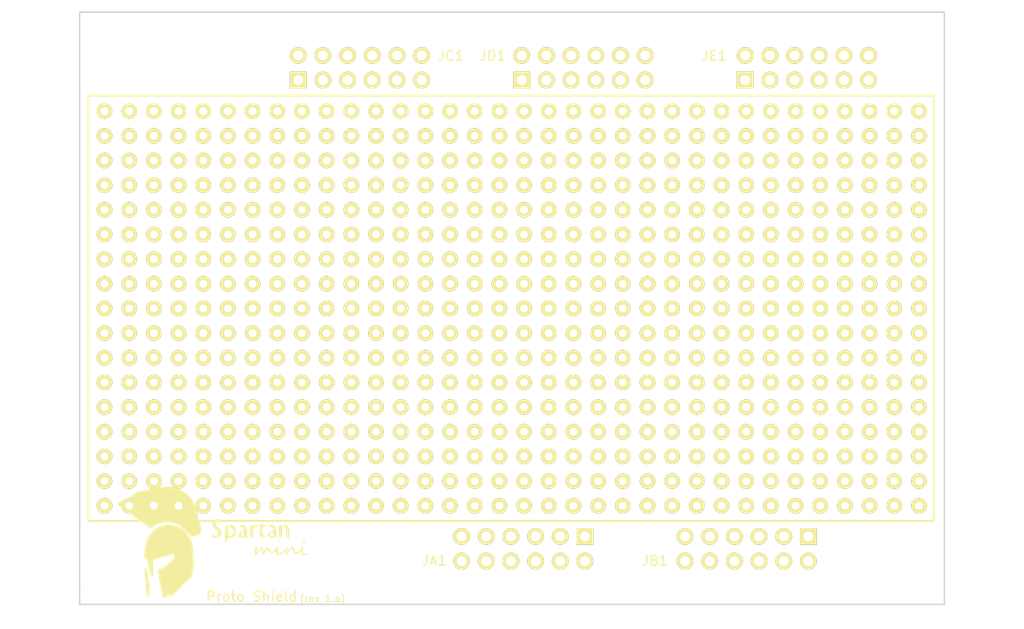
<source format=kicad_pcb>
(kicad_pcb (version 20160815) (host pcbnew "(2017-01-24 revision 0b6147e)-makepkg")
  (layers (0 F.Cu signal) (31 B.Cu power) (34 B.Paste user) (35 F.Paste user) (36 B.SilkS user) (37 F.SilkS user) (38 B.Mask user) (39 F.Mask user) (44 Edge.Cuts user))
  (net 0 "")
  (net 1 /fpga/VCC3V3)
  (net 2 GND)
  (net 3 "Net-(JA1-Pad7)")
  (net 4 "Net-(JA1-Pad1)")
  (net 5 "Net-(JA1-Pad8)")
  (net 6 "Net-(JA1-Pad2)")
  (net 7 "Net-(JA1-Pad9)")
  (net 8 "Net-(JA1-Pad3)")
  (net 9 "Net-(JA1-Pad10)")
  (net 10 "Net-(JA1-Pad4)")
  (net 11 "Net-(JA1-Pad11)")
  (net 12 "Net-(JA1-Pad5)")
  (net 13 "Net-(JA1-Pad12)")
  (net 14 "Net-(JA1-Pad6)")
  (net 15 "Net-(JB1-Pad6)")
  (net 16 "Net-(JB1-Pad12)")
  (net 17 "Net-(JB1-Pad5)")
  (net 18 "Net-(JB1-Pad11)")
  (net 19 "Net-(JB1-Pad4)")
  (net 20 "Net-(JB1-Pad10)")
  (net 21 "Net-(JB1-Pad3)")
  (net 22 "Net-(JB1-Pad9)")
  (net 23 "Net-(JB1-Pad2)")
  (net 24 "Net-(JB1-Pad8)")
  (net 25 "Net-(JB1-Pad1)")
  (net 26 "Net-(JB1-Pad7)")
  (net 27 "Net-(JC1-Pad6)")
  (net 28 "Net-(JC1-Pad12)")
  (net 29 "Net-(JC1-Pad5)")
  (net 30 "Net-(JC1-Pad11)")
  (net 31 "Net-(JC1-Pad4)")
  (net 32 "Net-(JC1-Pad10)")
  (net 33 "Net-(JC1-Pad3)")
  (net 34 "Net-(JC1-Pad9)")
  (net 35 "Net-(JC1-Pad2)")
  (net 36 "Net-(JC1-Pad8)")
  (net 37 "Net-(JC1-Pad1)")
  (net 38 "Net-(JC1-Pad7)")
  (net 39 "Net-(JD1-Pad6)")
  (net 40 "Net-(JD1-Pad12)")
  (net 41 "Net-(JD1-Pad5)")
  (net 42 "Net-(JD1-Pad11)")
  (net 43 "Net-(JD1-Pad4)")
  (net 44 "Net-(JD1-Pad10)")
  (net 45 "Net-(JD1-Pad3)")
  (net 46 "Net-(JD1-Pad9)")
  (net 47 "Net-(JD1-Pad2)")
  (net 48 "Net-(JD1-Pad8)")
  (net 49 "Net-(JD1-Pad1)")
  (net 50 "Net-(JD1-Pad7)")
  (net 51 "Net-(JE1-Pad7)")
  (net 52 "Net-(JE1-Pad1)")
  (net 53 "Net-(JE1-Pad8)")
  (net 54 "Net-(JE1-Pad2)")
  (net 55 "Net-(JE1-Pad9)")
  (net 56 "Net-(JE1-Pad3)")
  (net 57 "Net-(JE1-Pad10)")
  (net 58 "Net-(JE1-Pad4)")
  (net 59 "Net-(JE1-Pad11)")
  (net 60 "Net-(JE1-Pad5)")
  (net 61 "Net-(JE1-Pad12)")
  (net 62 "Net-(JE1-Pad6)")
  (module proto_pad:proto_pad (layer F.Cu) (at 118.88 126.3)
    (fp_text reference REF** hide)
    (fp_text value "Proto Pad")
    (pad 1 thru_hole oval (at 0 0) (size 1.6 1.6) (drill 0.8) (layers *.Cu *.Mask F.SilkS))
  )
  (module proto_pad:proto_pad (layer F.Cu) (at 116.34 126.3)
    (fp_text reference REF** hide)
    (fp_text value "Proto Pad")
    (pad 1 thru_hole oval (at 0 0) (size 1.6 1.6) (drill 0.8) (layers *.Cu *.Mask F.SilkS))
  )
  (module proto_pad:proto_pad (layer F.Cu) (at 113.8 126.3)
    (fp_text reference REF** hide)
    (fp_text value "Proto Pad")
    (pad 1 thru_hole oval (at 0 0) (size 1.6 1.6) (drill 0.8) (layers *.Cu *.Mask F.SilkS))
  )
  (module proto_pad:proto_pad (layer F.Cu) (at 111.26 126.3)
    (fp_text reference REF** hide)
    (fp_text value "Proto Pad")
    (pad 1 thru_hole oval (at 0 0) (size 1.6 1.6) (drill 0.8) (layers *.Cu *.Mask F.SilkS))
  )
  (module proto_pad:proto_pad (layer F.Cu) (at 108.72 126.3)
    (fp_text reference REF** hide)
    (fp_text value "Proto Pad")
    (pad 1 thru_hole oval (at 0 0) (size 1.6 1.6) (drill 0.8) (layers *.Cu *.Mask F.SilkS))
  )
  (module proto_pad:proto_pad (layer F.Cu) (at 106.18 126.3)
    (fp_text reference REF** hide)
    (fp_text value "Proto Pad")
    (pad 1 thru_hole oval (at 0 0) (size 1.6 1.6) (drill 0.8) (layers *.Cu *.Mask F.SilkS))
  )
  (module proto_pad:proto_pad (layer F.Cu) (at 103.64 126.3)
    (fp_text reference REF** hide)
    (fp_text value "Proto Pad")
    (pad 1 thru_hole oval (at 0 0) (size 1.6 1.6) (drill 0.8) (layers *.Cu *.Mask F.SilkS))
  )
  (module proto_pad:proto_pad (layer F.Cu) (at 101.1 126.3)
    (fp_text reference REF** hide)
    (fp_text value "Proto Pad")
    (pad 1 thru_hole oval (at 0 0) (size 1.6 1.6) (drill 0.8) (layers *.Cu *.Mask F.SilkS))
  )
  (module proto_pad:proto_pad (layer F.Cu) (at 98.56 126.3)
    (fp_text reference REF** hide)
    (fp_text value "Proto Pad")
    (pad 1 thru_hole oval (at 0 0) (size 1.6 1.6) (drill 0.8) (layers *.Cu *.Mask F.SilkS))
  )
  (module proto_pad:proto_pad (layer F.Cu) (at 96.02 126.3)
    (fp_text reference REF** hide)
    (fp_text value "Proto Pad")
    (pad 1 thru_hole oval (at 0 0) (size 1.6 1.6) (drill 0.8) (layers *.Cu *.Mask F.SilkS))
  )
  (module proto_pad:proto_pad (layer F.Cu) (at 93.48 126.3)
    (fp_text reference REF** hide)
    (fp_text value "Proto Pad")
    (pad 1 thru_hole oval (at 0 0) (size 1.6 1.6) (drill 0.8) (layers *.Cu *.Mask F.SilkS))
  )
  (module proto_pad:proto_pad (layer F.Cu) (at 90.94 126.3)
    (fp_text reference REF** hide)
    (fp_text value "Proto Pad")
    (pad 1 thru_hole oval (at 0 0) (size 1.6 1.6) (drill 0.8) (layers *.Cu *.Mask F.SilkS))
  )
  (module proto_pad:proto_pad (layer F.Cu) (at 88.4 126.3)
    (fp_text reference REF** hide)
    (fp_text value "Proto Pad")
    (pad 1 thru_hole oval (at 0 0) (size 1.6 1.6) (drill 0.8) (layers *.Cu *.Mask F.SilkS))
  )
  (module proto_pad:proto_pad (layer F.Cu) (at 85.86 126.3)
    (fp_text reference REF** hide)
    (fp_text value "Proto Pad")
    (pad 1 thru_hole oval (at 0 0) (size 1.6 1.6) (drill 0.8) (layers *.Cu *.Mask F.SilkS))
  )
  (module proto_pad:proto_pad (layer F.Cu) (at 83.32 126.3)
    (fp_text reference REF** hide)
    (fp_text value "Proto Pad")
    (pad 1 thru_hole oval (at 0 0) (size 1.6 1.6) (drill 0.8) (layers *.Cu *.Mask F.SilkS))
  )
  (module proto_pad:proto_pad (layer F.Cu) (at 80.78 126.3)
    (fp_text reference REF** hide)
    (fp_text value "Proto Pad")
    (pad 1 thru_hole oval (at 0 0) (size 1.6 1.6) (drill 0.8) (layers *.Cu *.Mask F.SilkS))
  )
  (module proto_pad:proto_pad (layer F.Cu) (at 78.24 126.3)
    (fp_text reference REF** hide)
    (fp_text value "Proto Pad")
    (pad 1 thru_hole oval (at 0 0) (size 1.6 1.6) (drill 0.8) (layers *.Cu *.Mask F.SilkS))
  )
  (module proto_pad:proto_pad (layer F.Cu) (at 75.7 126.3)
    (fp_text reference REF** hide)
    (fp_text value "Proto Pad")
    (pad 1 thru_hole oval (at 0 0) (size 1.6 1.6) (drill 0.8) (layers *.Cu *.Mask F.SilkS))
  )
  (module proto_pad:proto_pad (layer F.Cu) (at 73.16 126.3)
    (fp_text reference REF** hide)
    (fp_text value "Proto Pad")
    (pad 1 thru_hole oval (at 0 0) (size 1.6 1.6) (drill 0.8) (layers *.Cu *.Mask F.SilkS))
  )
  (module proto_pad:proto_pad (layer F.Cu) (at 70.62 126.3)
    (fp_text reference REF** hide)
    (fp_text value "Proto Pad")
    (pad 1 thru_hole oval (at 0 0) (size 1.6 1.6) (drill 0.8) (layers *.Cu *.Mask F.SilkS))
  )
  (module proto_pad:proto_pad (layer F.Cu) (at 68.08 126.3)
    (fp_text reference REF** hide)
    (fp_text value "Proto Pad")
    (pad 1 thru_hole oval (at 0 0) (size 1.6 1.6) (drill 0.8) (layers *.Cu *.Mask F.SilkS))
  )
  (module proto_pad:proto_pad (layer F.Cu) (at 65.54 126.3)
    (fp_text reference REF** hide)
    (fp_text value "Proto Pad")
    (pad 1 thru_hole oval (at 0 0) (size 1.6 1.6) (drill 0.8) (layers *.Cu *.Mask F.SilkS))
  )
  (module proto_pad:proto_pad (layer F.Cu) (at 63 126.3)
    (fp_text reference REF** hide)
    (fp_text value "Proto Pad")
    (pad 1 thru_hole oval (at 0 0) (size 1.6 1.6) (drill 0.8) (layers *.Cu *.Mask F.SilkS))
  )
  (module proto_pad:proto_pad (layer F.Cu) (at 60.46 126.3)
    (fp_text reference REF** hide)
    (fp_text value "Proto Pad")
    (pad 1 thru_hole oval (at 0 0) (size 1.6 1.6) (drill 0.8) (layers *.Cu *.Mask F.SilkS))
  )
  (module proto_pad:proto_pad (layer F.Cu) (at 57.92 126.3)
    (fp_text reference REF** hide)
    (fp_text value "Proto Pad")
    (pad 1 thru_hole oval (at 0 0) (size 1.6 1.6) (drill 0.8) (layers *.Cu *.Mask F.SilkS))
  )
  (module proto_pad:proto_pad (layer F.Cu) (at 55.38 126.3)
    (fp_text reference REF** hide)
    (fp_text value "Proto Pad")
    (pad 1 thru_hole oval (at 0 0) (size 1.6 1.6) (drill 0.8) (layers *.Cu *.Mask F.SilkS))
  )
  (module proto_pad:proto_pad (layer F.Cu) (at 52.84 126.3)
    (fp_text reference REF** hide)
    (fp_text value "Proto Pad")
    (pad 1 thru_hole oval (at 0 0) (size 1.6 1.6) (drill 0.8) (layers *.Cu *.Mask F.SilkS))
  )
  (module proto_pad:proto_pad (layer F.Cu) (at 50.3 126.3)
    (fp_text reference REF** hide)
    (fp_text value "Proto Pad")
    (pad 1 thru_hole oval (at 0 0) (size 1.6 1.6) (drill 0.8) (layers *.Cu *.Mask F.SilkS))
  )
  (module proto_pad:proto_pad (layer F.Cu) (at 47.76 126.3)
    (fp_text reference REF** hide)
    (fp_text value "Proto Pad")
    (pad 1 thru_hole oval (at 0 0) (size 1.6 1.6) (drill 0.8) (layers *.Cu *.Mask F.SilkS))
  )
  (module proto_pad:proto_pad (layer F.Cu) (at 45.22 126.3)
    (fp_text reference REF** hide)
    (fp_text value "Proto Pad")
    (pad 1 thru_hole oval (at 0 0) (size 1.6 1.6) (drill 0.8) (layers *.Cu *.Mask F.SilkS))
  )
  (module proto_pad:proto_pad (layer F.Cu) (at 42.68 126.3)
    (fp_text reference REF** hide)
    (fp_text value "Proto Pad")
    (pad 1 thru_hole oval (at 0 0) (size 1.6 1.6) (drill 0.8) (layers *.Cu *.Mask F.SilkS))
  )
  (module proto_pad:proto_pad (layer F.Cu) (at 40.14 126.3)
    (fp_text reference REF** hide)
    (fp_text value "Proto Pad")
    (pad 1 thru_hole oval (at 0 0) (size 1.6 1.6) (drill 0.8) (layers *.Cu *.Mask F.SilkS))
  )
  (module proto_pad:proto_pad (layer F.Cu) (at 37.6 126.3)
    (fp_text reference REF** hide)
    (fp_text value "Proto Pad")
    (pad 1 thru_hole oval (at 0 0) (size 1.6 1.6) (drill 0.8) (layers *.Cu *.Mask F.SilkS))
  )
  (module proto_pad:proto_pad (layer F.Cu) (at 35.06 126.3)
    (fp_text reference REF** hide)
    (fp_text value "Proto Pad")
    (pad 1 thru_hole oval (at 0 0) (size 1.6 1.6) (drill 0.8) (layers *.Cu *.Mask F.SilkS))
  )
  (module proto_pad:proto_pad (layer F.Cu) (at 118.88 123.76)
    (fp_text reference REF** hide)
    (fp_text value "Proto Pad")
    (pad 1 thru_hole oval (at 0 0) (size 1.6 1.6) (drill 0.8) (layers *.Cu *.Mask F.SilkS))
  )
  (module proto_pad:proto_pad (layer F.Cu) (at 116.34 123.76)
    (fp_text reference REF** hide)
    (fp_text value "Proto Pad")
    (pad 1 thru_hole oval (at 0 0) (size 1.6 1.6) (drill 0.8) (layers *.Cu *.Mask F.SilkS))
  )
  (module proto_pad:proto_pad (layer F.Cu) (at 113.8 123.76)
    (fp_text reference REF** hide)
    (fp_text value "Proto Pad")
    (pad 1 thru_hole oval (at 0 0) (size 1.6 1.6) (drill 0.8) (layers *.Cu *.Mask F.SilkS))
  )
  (module proto_pad:proto_pad (layer F.Cu) (at 111.26 123.76)
    (fp_text reference REF** hide)
    (fp_text value "Proto Pad")
    (pad 1 thru_hole oval (at 0 0) (size 1.6 1.6) (drill 0.8) (layers *.Cu *.Mask F.SilkS))
  )
  (module proto_pad:proto_pad (layer F.Cu) (at 108.72 123.76)
    (fp_text reference REF** hide)
    (fp_text value "Proto Pad")
    (pad 1 thru_hole oval (at 0 0) (size 1.6 1.6) (drill 0.8) (layers *.Cu *.Mask F.SilkS))
  )
  (module proto_pad:proto_pad (layer F.Cu) (at 106.18 123.76)
    (fp_text reference REF** hide)
    (fp_text value "Proto Pad")
    (pad 1 thru_hole oval (at 0 0) (size 1.6 1.6) (drill 0.8) (layers *.Cu *.Mask F.SilkS))
  )
  (module proto_pad:proto_pad (layer F.Cu) (at 103.64 123.76)
    (fp_text reference REF** hide)
    (fp_text value "Proto Pad")
    (pad 1 thru_hole oval (at 0 0) (size 1.6 1.6) (drill 0.8) (layers *.Cu *.Mask F.SilkS))
  )
  (module proto_pad:proto_pad (layer F.Cu) (at 101.1 123.76)
    (fp_text reference REF** hide)
    (fp_text value "Proto Pad")
    (pad 1 thru_hole oval (at 0 0) (size 1.6 1.6) (drill 0.8) (layers *.Cu *.Mask F.SilkS))
  )
  (module proto_pad:proto_pad (layer F.Cu) (at 98.56 123.76)
    (fp_text reference REF** hide)
    (fp_text value "Proto Pad")
    (pad 1 thru_hole oval (at 0 0) (size 1.6 1.6) (drill 0.8) (layers *.Cu *.Mask F.SilkS))
  )
  (module proto_pad:proto_pad (layer F.Cu) (at 96.02 123.76)
    (fp_text reference REF** hide)
    (fp_text value "Proto Pad")
    (pad 1 thru_hole oval (at 0 0) (size 1.6 1.6) (drill 0.8) (layers *.Cu *.Mask F.SilkS))
  )
  (module proto_pad:proto_pad (layer F.Cu) (at 93.48 123.76)
    (fp_text reference REF** hide)
    (fp_text value "Proto Pad")
    (pad 1 thru_hole oval (at 0 0) (size 1.6 1.6) (drill 0.8) (layers *.Cu *.Mask F.SilkS))
  )
  (module proto_pad:proto_pad (layer F.Cu) (at 90.94 123.76)
    (fp_text reference REF** hide)
    (fp_text value "Proto Pad")
    (pad 1 thru_hole oval (at 0 0) (size 1.6 1.6) (drill 0.8) (layers *.Cu *.Mask F.SilkS))
  )
  (module proto_pad:proto_pad (layer F.Cu) (at 88.4 123.76)
    (fp_text reference REF** hide)
    (fp_text value "Proto Pad")
    (pad 1 thru_hole oval (at 0 0) (size 1.6 1.6) (drill 0.8) (layers *.Cu *.Mask F.SilkS))
  )
  (module proto_pad:proto_pad (layer F.Cu) (at 85.86 123.76)
    (fp_text reference REF** hide)
    (fp_text value "Proto Pad")
    (pad 1 thru_hole oval (at 0 0) (size 1.6 1.6) (drill 0.8) (layers *.Cu *.Mask F.SilkS))
  )
  (module proto_pad:proto_pad (layer F.Cu) (at 83.32 123.76)
    (fp_text reference REF** hide)
    (fp_text value "Proto Pad")
    (pad 1 thru_hole oval (at 0 0) (size 1.6 1.6) (drill 0.8) (layers *.Cu *.Mask F.SilkS))
  )
  (module proto_pad:proto_pad (layer F.Cu) (at 80.78 123.76)
    (fp_text reference REF** hide)
    (fp_text value "Proto Pad")
    (pad 1 thru_hole oval (at 0 0) (size 1.6 1.6) (drill 0.8) (layers *.Cu *.Mask F.SilkS))
  )
  (module proto_pad:proto_pad (layer F.Cu) (at 78.24 123.76)
    (fp_text reference REF** hide)
    (fp_text value "Proto Pad")
    (pad 1 thru_hole oval (at 0 0) (size 1.6 1.6) (drill 0.8) (layers *.Cu *.Mask F.SilkS))
  )
  (module proto_pad:proto_pad (layer F.Cu) (at 75.7 123.76)
    (fp_text reference REF** hide)
    (fp_text value "Proto Pad")
    (pad 1 thru_hole oval (at 0 0) (size 1.6 1.6) (drill 0.8) (layers *.Cu *.Mask F.SilkS))
  )
  (module proto_pad:proto_pad (layer F.Cu) (at 73.16 123.76)
    (fp_text reference REF** hide)
    (fp_text value "Proto Pad")
    (pad 1 thru_hole oval (at 0 0) (size 1.6 1.6) (drill 0.8) (layers *.Cu *.Mask F.SilkS))
  )
  (module proto_pad:proto_pad (layer F.Cu) (at 70.62 123.76)
    (fp_text reference REF** hide)
    (fp_text value "Proto Pad")
    (pad 1 thru_hole oval (at 0 0) (size 1.6 1.6) (drill 0.8) (layers *.Cu *.Mask F.SilkS))
  )
  (module proto_pad:proto_pad (layer F.Cu) (at 68.08 123.76)
    (fp_text reference REF** hide)
    (fp_text value "Proto Pad")
    (pad 1 thru_hole oval (at 0 0) (size 1.6 1.6) (drill 0.8) (layers *.Cu *.Mask F.SilkS))
  )
  (module proto_pad:proto_pad (layer F.Cu) (at 65.54 123.76)
    (fp_text reference REF** hide)
    (fp_text value "Proto Pad")
    (pad 1 thru_hole oval (at 0 0) (size 1.6 1.6) (drill 0.8) (layers *.Cu *.Mask F.SilkS))
  )
  (module proto_pad:proto_pad (layer F.Cu) (at 63 123.76)
    (fp_text reference REF** hide)
    (fp_text value "Proto Pad")
    (pad 1 thru_hole oval (at 0 0) (size 1.6 1.6) (drill 0.8) (layers *.Cu *.Mask F.SilkS))
  )
  (module proto_pad:proto_pad (layer F.Cu) (at 60.46 123.76)
    (fp_text reference REF** hide)
    (fp_text value "Proto Pad")
    (pad 1 thru_hole oval (at 0 0) (size 1.6 1.6) (drill 0.8) (layers *.Cu *.Mask F.SilkS))
  )
  (module proto_pad:proto_pad (layer F.Cu) (at 57.92 123.76)
    (fp_text reference REF** hide)
    (fp_text value "Proto Pad")
    (pad 1 thru_hole oval (at 0 0) (size 1.6 1.6) (drill 0.8) (layers *.Cu *.Mask F.SilkS))
  )
  (module proto_pad:proto_pad (layer F.Cu) (at 55.38 123.76)
    (fp_text reference REF** hide)
    (fp_text value "Proto Pad")
    (pad 1 thru_hole oval (at 0 0) (size 1.6 1.6) (drill 0.8) (layers *.Cu *.Mask F.SilkS))
  )
  (module proto_pad:proto_pad (layer F.Cu) (at 52.84 123.76)
    (fp_text reference REF** hide)
    (fp_text value "Proto Pad")
    (pad 1 thru_hole oval (at 0 0) (size 1.6 1.6) (drill 0.8) (layers *.Cu *.Mask F.SilkS))
  )
  (module proto_pad:proto_pad (layer F.Cu) (at 50.3 123.76)
    (fp_text reference REF** hide)
    (fp_text value "Proto Pad")
    (pad 1 thru_hole oval (at 0 0) (size 1.6 1.6) (drill 0.8) (layers *.Cu *.Mask F.SilkS))
  )
  (module proto_pad:proto_pad (layer F.Cu) (at 47.76 123.76)
    (fp_text reference REF** hide)
    (fp_text value "Proto Pad")
    (pad 1 thru_hole oval (at 0 0) (size 1.6 1.6) (drill 0.8) (layers *.Cu *.Mask F.SilkS))
  )
  (module proto_pad:proto_pad (layer F.Cu) (at 45.22 123.76)
    (fp_text reference REF** hide)
    (fp_text value "Proto Pad")
    (pad 1 thru_hole oval (at 0 0) (size 1.6 1.6) (drill 0.8) (layers *.Cu *.Mask F.SilkS))
  )
  (module proto_pad:proto_pad (layer F.Cu) (at 42.68 123.76)
    (fp_text reference REF** hide)
    (fp_text value "Proto Pad")
    (pad 1 thru_hole oval (at 0 0) (size 1.6 1.6) (drill 0.8) (layers *.Cu *.Mask F.SilkS))
  )
  (module proto_pad:proto_pad (layer F.Cu) (at 40.14 123.76)
    (fp_text reference REF** hide)
    (fp_text value "Proto Pad")
    (pad 1 thru_hole oval (at 0 0) (size 1.6 1.6) (drill 0.8) (layers *.Cu *.Mask F.SilkS))
  )
  (module proto_pad:proto_pad (layer F.Cu) (at 37.6 123.76)
    (fp_text reference REF** hide)
    (fp_text value "Proto Pad")
    (pad 1 thru_hole oval (at 0 0) (size 1.6 1.6) (drill 0.8) (layers *.Cu *.Mask F.SilkS))
  )
  (module proto_pad:proto_pad (layer F.Cu) (at 35.06 123.76)
    (fp_text reference REF** hide)
    (fp_text value "Proto Pad")
    (pad 1 thru_hole oval (at 0 0) (size 1.6 1.6) (drill 0.8) (layers *.Cu *.Mask F.SilkS))
  )
  (module proto_pad:proto_pad (layer F.Cu) (at 118.88 121.22)
    (fp_text reference REF** hide)
    (fp_text value "Proto Pad")
    (pad 1 thru_hole oval (at 0 0) (size 1.6 1.6) (drill 0.8) (layers *.Cu *.Mask F.SilkS))
  )
  (module proto_pad:proto_pad (layer F.Cu) (at 116.34 121.22)
    (fp_text reference REF** hide)
    (fp_text value "Proto Pad")
    (pad 1 thru_hole oval (at 0 0) (size 1.6 1.6) (drill 0.8) (layers *.Cu *.Mask F.SilkS))
  )
  (module proto_pad:proto_pad (layer F.Cu) (at 113.8 121.22)
    (fp_text reference REF** hide)
    (fp_text value "Proto Pad")
    (pad 1 thru_hole oval (at 0 0) (size 1.6 1.6) (drill 0.8) (layers *.Cu *.Mask F.SilkS))
  )
  (module proto_pad:proto_pad (layer F.Cu) (at 111.26 121.22)
    (fp_text reference REF** hide)
    (fp_text value "Proto Pad")
    (pad 1 thru_hole oval (at 0 0) (size 1.6 1.6) (drill 0.8) (layers *.Cu *.Mask F.SilkS))
  )
  (module proto_pad:proto_pad (layer F.Cu) (at 108.72 121.22)
    (fp_text reference REF** hide)
    (fp_text value "Proto Pad")
    (pad 1 thru_hole oval (at 0 0) (size 1.6 1.6) (drill 0.8) (layers *.Cu *.Mask F.SilkS))
  )
  (module proto_pad:proto_pad (layer F.Cu) (at 106.18 121.22)
    (fp_text reference REF** hide)
    (fp_text value "Proto Pad")
    (pad 1 thru_hole oval (at 0 0) (size 1.6 1.6) (drill 0.8) (layers *.Cu *.Mask F.SilkS))
  )
  (module proto_pad:proto_pad (layer F.Cu) (at 103.64 121.22)
    (fp_text reference REF** hide)
    (fp_text value "Proto Pad")
    (pad 1 thru_hole oval (at 0 0) (size 1.6 1.6) (drill 0.8) (layers *.Cu *.Mask F.SilkS))
  )
  (module proto_pad:proto_pad (layer F.Cu) (at 101.1 121.22)
    (fp_text reference REF** hide)
    (fp_text value "Proto Pad")
    (pad 1 thru_hole oval (at 0 0) (size 1.6 1.6) (drill 0.8) (layers *.Cu *.Mask F.SilkS))
  )
  (module proto_pad:proto_pad (layer F.Cu) (at 98.56 121.22)
    (fp_text reference REF** hide)
    (fp_text value "Proto Pad")
    (pad 1 thru_hole oval (at 0 0) (size 1.6 1.6) (drill 0.8) (layers *.Cu *.Mask F.SilkS))
  )
  (module proto_pad:proto_pad (layer F.Cu) (at 96.02 121.22)
    (fp_text reference REF** hide)
    (fp_text value "Proto Pad")
    (pad 1 thru_hole oval (at 0 0) (size 1.6 1.6) (drill 0.8) (layers *.Cu *.Mask F.SilkS))
  )
  (module proto_pad:proto_pad (layer F.Cu) (at 93.48 121.22)
    (fp_text reference REF** hide)
    (fp_text value "Proto Pad")
    (pad 1 thru_hole oval (at 0 0) (size 1.6 1.6) (drill 0.8) (layers *.Cu *.Mask F.SilkS))
  )
  (module proto_pad:proto_pad (layer F.Cu) (at 90.94 121.22)
    (fp_text reference REF** hide)
    (fp_text value "Proto Pad")
    (pad 1 thru_hole oval (at 0 0) (size 1.6 1.6) (drill 0.8) (layers *.Cu *.Mask F.SilkS))
  )
  (module proto_pad:proto_pad (layer F.Cu) (at 88.4 121.22)
    (fp_text reference REF** hide)
    (fp_text value "Proto Pad")
    (pad 1 thru_hole oval (at 0 0) (size 1.6 1.6) (drill 0.8) (layers *.Cu *.Mask F.SilkS))
  )
  (module proto_pad:proto_pad (layer F.Cu) (at 85.86 121.22)
    (fp_text reference REF** hide)
    (fp_text value "Proto Pad")
    (pad 1 thru_hole oval (at 0 0) (size 1.6 1.6) (drill 0.8) (layers *.Cu *.Mask F.SilkS))
  )
  (module proto_pad:proto_pad (layer F.Cu) (at 83.32 121.22)
    (fp_text reference REF** hide)
    (fp_text value "Proto Pad")
    (pad 1 thru_hole oval (at 0 0) (size 1.6 1.6) (drill 0.8) (layers *.Cu *.Mask F.SilkS))
  )
  (module proto_pad:proto_pad (layer F.Cu) (at 80.78 121.22)
    (fp_text reference REF** hide)
    (fp_text value "Proto Pad")
    (pad 1 thru_hole oval (at 0 0) (size 1.6 1.6) (drill 0.8) (layers *.Cu *.Mask F.SilkS))
  )
  (module proto_pad:proto_pad (layer F.Cu) (at 78.24 121.22)
    (fp_text reference REF** hide)
    (fp_text value "Proto Pad")
    (pad 1 thru_hole oval (at 0 0) (size 1.6 1.6) (drill 0.8) (layers *.Cu *.Mask F.SilkS))
  )
  (module proto_pad:proto_pad (layer F.Cu) (at 75.7 121.22)
    (fp_text reference REF** hide)
    (fp_text value "Proto Pad")
    (pad 1 thru_hole oval (at 0 0) (size 1.6 1.6) (drill 0.8) (layers *.Cu *.Mask F.SilkS))
  )
  (module proto_pad:proto_pad (layer F.Cu) (at 73.16 121.22)
    (fp_text reference REF** hide)
    (fp_text value "Proto Pad")
    (pad 1 thru_hole oval (at 0 0) (size 1.6 1.6) (drill 0.8) (layers *.Cu *.Mask F.SilkS))
  )
  (module proto_pad:proto_pad (layer F.Cu) (at 70.62 121.22)
    (fp_text reference REF** hide)
    (fp_text value "Proto Pad")
    (pad 1 thru_hole oval (at 0 0) (size 1.6 1.6) (drill 0.8) (layers *.Cu *.Mask F.SilkS))
  )
  (module proto_pad:proto_pad (layer F.Cu) (at 68.08 121.22)
    (fp_text reference REF** hide)
    (fp_text value "Proto Pad")
    (pad 1 thru_hole oval (at 0 0) (size 1.6 1.6) (drill 0.8) (layers *.Cu *.Mask F.SilkS))
  )
  (module proto_pad:proto_pad (layer F.Cu) (at 65.54 121.22)
    (fp_text reference REF** hide)
    (fp_text value "Proto Pad")
    (pad 1 thru_hole oval (at 0 0) (size 1.6 1.6) (drill 0.8) (layers *.Cu *.Mask F.SilkS))
  )
  (module proto_pad:proto_pad (layer F.Cu) (at 63 121.22)
    (fp_text reference REF** hide)
    (fp_text value "Proto Pad")
    (pad 1 thru_hole oval (at 0 0) (size 1.6 1.6) (drill 0.8) (layers *.Cu *.Mask F.SilkS))
  )
  (module proto_pad:proto_pad (layer F.Cu) (at 60.46 121.22)
    (fp_text reference REF** hide)
    (fp_text value "Proto Pad")
    (pad 1 thru_hole oval (at 0 0) (size 1.6 1.6) (drill 0.8) (layers *.Cu *.Mask F.SilkS))
  )
  (module proto_pad:proto_pad (layer F.Cu) (at 57.92 121.22)
    (fp_text reference REF** hide)
    (fp_text value "Proto Pad")
    (pad 1 thru_hole oval (at 0 0) (size 1.6 1.6) (drill 0.8) (layers *.Cu *.Mask F.SilkS))
  )
  (module proto_pad:proto_pad (layer F.Cu) (at 55.38 121.22)
    (fp_text reference REF** hide)
    (fp_text value "Proto Pad")
    (pad 1 thru_hole oval (at 0 0) (size 1.6 1.6) (drill 0.8) (layers *.Cu *.Mask F.SilkS))
  )
  (module proto_pad:proto_pad (layer F.Cu) (at 52.84 121.22)
    (fp_text reference REF** hide)
    (fp_text value "Proto Pad")
    (pad 1 thru_hole oval (at 0 0) (size 1.6 1.6) (drill 0.8) (layers *.Cu *.Mask F.SilkS))
  )
  (module proto_pad:proto_pad (layer F.Cu) (at 50.3 121.22)
    (fp_text reference REF** hide)
    (fp_text value "Proto Pad")
    (pad 1 thru_hole oval (at 0 0) (size 1.6 1.6) (drill 0.8) (layers *.Cu *.Mask F.SilkS))
  )
  (module proto_pad:proto_pad (layer F.Cu) (at 47.76 121.22)
    (fp_text reference REF** hide)
    (fp_text value "Proto Pad")
    (pad 1 thru_hole oval (at 0 0) (size 1.6 1.6) (drill 0.8) (layers *.Cu *.Mask F.SilkS))
  )
  (module proto_pad:proto_pad (layer F.Cu) (at 45.22 121.22)
    (fp_text reference REF** hide)
    (fp_text value "Proto Pad")
    (pad 1 thru_hole oval (at 0 0) (size 1.6 1.6) (drill 0.8) (layers *.Cu *.Mask F.SilkS))
  )
  (module proto_pad:proto_pad (layer F.Cu) (at 42.68 121.22)
    (fp_text reference REF** hide)
    (fp_text value "Proto Pad")
    (pad 1 thru_hole oval (at 0 0) (size 1.6 1.6) (drill 0.8) (layers *.Cu *.Mask F.SilkS))
  )
  (module proto_pad:proto_pad (layer F.Cu) (at 40.14 121.22)
    (fp_text reference REF** hide)
    (fp_text value "Proto Pad")
    (pad 1 thru_hole oval (at 0 0) (size 1.6 1.6) (drill 0.8) (layers *.Cu *.Mask F.SilkS))
  )
  (module proto_pad:proto_pad (layer F.Cu) (at 37.6 121.22)
    (fp_text reference REF** hide)
    (fp_text value "Proto Pad")
    (pad 1 thru_hole oval (at 0 0) (size 1.6 1.6) (drill 0.8) (layers *.Cu *.Mask F.SilkS))
  )
  (module proto_pad:proto_pad (layer F.Cu) (at 35.06 121.22)
    (fp_text reference REF** hide)
    (fp_text value "Proto Pad")
    (pad 1 thru_hole oval (at 0 0) (size 1.6 1.6) (drill 0.8) (layers *.Cu *.Mask F.SilkS))
  )
  (module proto_pad:proto_pad (layer F.Cu) (at 118.88 118.68)
    (fp_text reference REF** hide)
    (fp_text value "Proto Pad")
    (pad 1 thru_hole oval (at 0 0) (size 1.6 1.6) (drill 0.8) (layers *.Cu *.Mask F.SilkS))
  )
  (module proto_pad:proto_pad (layer F.Cu) (at 116.34 118.68)
    (fp_text reference REF** hide)
    (fp_text value "Proto Pad")
    (pad 1 thru_hole oval (at 0 0) (size 1.6 1.6) (drill 0.8) (layers *.Cu *.Mask F.SilkS))
  )
  (module proto_pad:proto_pad (layer F.Cu) (at 113.8 118.68)
    (fp_text reference REF** hide)
    (fp_text value "Proto Pad")
    (pad 1 thru_hole oval (at 0 0) (size 1.6 1.6) (drill 0.8) (layers *.Cu *.Mask F.SilkS))
  )
  (module proto_pad:proto_pad (layer F.Cu) (at 111.26 118.68)
    (fp_text reference REF** hide)
    (fp_text value "Proto Pad")
    (pad 1 thru_hole oval (at 0 0) (size 1.6 1.6) (drill 0.8) (layers *.Cu *.Mask F.SilkS))
  )
  (module proto_pad:proto_pad (layer F.Cu) (at 108.72 118.68)
    (fp_text reference REF** hide)
    (fp_text value "Proto Pad")
    (pad 1 thru_hole oval (at 0 0) (size 1.6 1.6) (drill 0.8) (layers *.Cu *.Mask F.SilkS))
  )
  (module proto_pad:proto_pad (layer F.Cu) (at 106.18 118.68)
    (fp_text reference REF** hide)
    (fp_text value "Proto Pad")
    (pad 1 thru_hole oval (at 0 0) (size 1.6 1.6) (drill 0.8) (layers *.Cu *.Mask F.SilkS))
  )
  (module proto_pad:proto_pad (layer F.Cu) (at 103.64 118.68)
    (fp_text reference REF** hide)
    (fp_text value "Proto Pad")
    (pad 1 thru_hole oval (at 0 0) (size 1.6 1.6) (drill 0.8) (layers *.Cu *.Mask F.SilkS))
  )
  (module proto_pad:proto_pad (layer F.Cu) (at 101.1 118.68)
    (fp_text reference REF** hide)
    (fp_text value "Proto Pad")
    (pad 1 thru_hole oval (at 0 0) (size 1.6 1.6) (drill 0.8) (layers *.Cu *.Mask F.SilkS))
  )
  (module proto_pad:proto_pad (layer F.Cu) (at 98.56 118.68)
    (fp_text reference REF** hide)
    (fp_text value "Proto Pad")
    (pad 1 thru_hole oval (at 0 0) (size 1.6 1.6) (drill 0.8) (layers *.Cu *.Mask F.SilkS))
  )
  (module proto_pad:proto_pad (layer F.Cu) (at 96.02 118.68)
    (fp_text reference REF** hide)
    (fp_text value "Proto Pad")
    (pad 1 thru_hole oval (at 0 0) (size 1.6 1.6) (drill 0.8) (layers *.Cu *.Mask F.SilkS))
  )
  (module proto_pad:proto_pad (layer F.Cu) (at 93.48 118.68)
    (fp_text reference REF** hide)
    (fp_text value "Proto Pad")
    (pad 1 thru_hole oval (at 0 0) (size 1.6 1.6) (drill 0.8) (layers *.Cu *.Mask F.SilkS))
  )
  (module proto_pad:proto_pad (layer F.Cu) (at 90.94 118.68)
    (fp_text reference REF** hide)
    (fp_text value "Proto Pad")
    (pad 1 thru_hole oval (at 0 0) (size 1.6 1.6) (drill 0.8) (layers *.Cu *.Mask F.SilkS))
  )
  (module proto_pad:proto_pad (layer F.Cu) (at 88.4 118.68)
    (fp_text reference REF** hide)
    (fp_text value "Proto Pad")
    (pad 1 thru_hole oval (at 0 0) (size 1.6 1.6) (drill 0.8) (layers *.Cu *.Mask F.SilkS))
  )
  (module proto_pad:proto_pad (layer F.Cu) (at 85.86 118.68)
    (fp_text reference REF** hide)
    (fp_text value "Proto Pad")
    (pad 1 thru_hole oval (at 0 0) (size 1.6 1.6) (drill 0.8) (layers *.Cu *.Mask F.SilkS))
  )
  (module proto_pad:proto_pad (layer F.Cu) (at 83.32 118.68)
    (fp_text reference REF** hide)
    (fp_text value "Proto Pad")
    (pad 1 thru_hole oval (at 0 0) (size 1.6 1.6) (drill 0.8) (layers *.Cu *.Mask F.SilkS))
  )
  (module proto_pad:proto_pad (layer F.Cu) (at 80.78 118.68)
    (fp_text reference REF** hide)
    (fp_text value "Proto Pad")
    (pad 1 thru_hole oval (at 0 0) (size 1.6 1.6) (drill 0.8) (layers *.Cu *.Mask F.SilkS))
  )
  (module proto_pad:proto_pad (layer F.Cu) (at 78.24 118.68)
    (fp_text reference REF** hide)
    (fp_text value "Proto Pad")
    (pad 1 thru_hole oval (at 0 0) (size 1.6 1.6) (drill 0.8) (layers *.Cu *.Mask F.SilkS))
  )
  (module proto_pad:proto_pad (layer F.Cu) (at 75.7 118.68)
    (fp_text reference REF** hide)
    (fp_text value "Proto Pad")
    (pad 1 thru_hole oval (at 0 0) (size 1.6 1.6) (drill 0.8) (layers *.Cu *.Mask F.SilkS))
  )
  (module proto_pad:proto_pad (layer F.Cu) (at 73.16 118.68)
    (fp_text reference REF** hide)
    (fp_text value "Proto Pad")
    (pad 1 thru_hole oval (at 0 0) (size 1.6 1.6) (drill 0.8) (layers *.Cu *.Mask F.SilkS))
  )
  (module proto_pad:proto_pad (layer F.Cu) (at 70.62 118.68)
    (fp_text reference REF** hide)
    (fp_text value "Proto Pad")
    (pad 1 thru_hole oval (at 0 0) (size 1.6 1.6) (drill 0.8) (layers *.Cu *.Mask F.SilkS))
  )
  (module proto_pad:proto_pad (layer F.Cu) (at 68.08 118.68)
    (fp_text reference REF** hide)
    (fp_text value "Proto Pad")
    (pad 1 thru_hole oval (at 0 0) (size 1.6 1.6) (drill 0.8) (layers *.Cu *.Mask F.SilkS))
  )
  (module proto_pad:proto_pad (layer F.Cu) (at 65.54 118.68)
    (fp_text reference REF** hide)
    (fp_text value "Proto Pad")
    (pad 1 thru_hole oval (at 0 0) (size 1.6 1.6) (drill 0.8) (layers *.Cu *.Mask F.SilkS))
  )
  (module proto_pad:proto_pad (layer F.Cu) (at 63 118.68)
    (fp_text reference REF** hide)
    (fp_text value "Proto Pad")
    (pad 1 thru_hole oval (at 0 0) (size 1.6 1.6) (drill 0.8) (layers *.Cu *.Mask F.SilkS))
  )
  (module proto_pad:proto_pad (layer F.Cu) (at 60.46 118.68)
    (fp_text reference REF** hide)
    (fp_text value "Proto Pad")
    (pad 1 thru_hole oval (at 0 0) (size 1.6 1.6) (drill 0.8) (layers *.Cu *.Mask F.SilkS))
  )
  (module proto_pad:proto_pad (layer F.Cu) (at 57.92 118.68)
    (fp_text reference REF** hide)
    (fp_text value "Proto Pad")
    (pad 1 thru_hole oval (at 0 0) (size 1.6 1.6) (drill 0.8) (layers *.Cu *.Mask F.SilkS))
  )
  (module proto_pad:proto_pad (layer F.Cu) (at 55.38 118.68)
    (fp_text reference REF** hide)
    (fp_text value "Proto Pad")
    (pad 1 thru_hole oval (at 0 0) (size 1.6 1.6) (drill 0.8) (layers *.Cu *.Mask F.SilkS))
  )
  (module proto_pad:proto_pad (layer F.Cu) (at 52.84 118.68)
    (fp_text reference REF** hide)
    (fp_text value "Proto Pad")
    (pad 1 thru_hole oval (at 0 0) (size 1.6 1.6) (drill 0.8) (layers *.Cu *.Mask F.SilkS))
  )
  (module proto_pad:proto_pad (layer F.Cu) (at 50.3 118.68)
    (fp_text reference REF** hide)
    (fp_text value "Proto Pad")
    (pad 1 thru_hole oval (at 0 0) (size 1.6 1.6) (drill 0.8) (layers *.Cu *.Mask F.SilkS))
  )
  (module proto_pad:proto_pad (layer F.Cu) (at 47.76 118.68)
    (fp_text reference REF** hide)
    (fp_text value "Proto Pad")
    (pad 1 thru_hole oval (at 0 0) (size 1.6 1.6) (drill 0.8) (layers *.Cu *.Mask F.SilkS))
  )
  (module proto_pad:proto_pad (layer F.Cu) (at 45.22 118.68)
    (fp_text reference REF** hide)
    (fp_text value "Proto Pad")
    (pad 1 thru_hole oval (at 0 0) (size 1.6 1.6) (drill 0.8) (layers *.Cu *.Mask F.SilkS))
  )
  (module proto_pad:proto_pad (layer F.Cu) (at 42.68 118.68)
    (fp_text reference REF** hide)
    (fp_text value "Proto Pad")
    (pad 1 thru_hole oval (at 0 0) (size 1.6 1.6) (drill 0.8) (layers *.Cu *.Mask F.SilkS))
  )
  (module proto_pad:proto_pad (layer F.Cu) (at 40.14 118.68)
    (fp_text reference REF** hide)
    (fp_text value "Proto Pad")
    (pad 1 thru_hole oval (at 0 0) (size 1.6 1.6) (drill 0.8) (layers *.Cu *.Mask F.SilkS))
  )
  (module proto_pad:proto_pad (layer F.Cu) (at 37.6 118.68)
    (fp_text reference REF** hide)
    (fp_text value "Proto Pad")
    (pad 1 thru_hole oval (at 0 0) (size 1.6 1.6) (drill 0.8) (layers *.Cu *.Mask F.SilkS))
  )
  (module proto_pad:proto_pad (layer F.Cu) (at 35.06 118.68)
    (fp_text reference REF** hide)
    (fp_text value "Proto Pad")
    (pad 1 thru_hole oval (at 0 0) (size 1.6 1.6) (drill 0.8) (layers *.Cu *.Mask F.SilkS))
  )
  (module proto_pad:proto_pad (layer F.Cu) (at 118.88 116.14)
    (fp_text reference REF** hide)
    (fp_text value "Proto Pad")
    (pad 1 thru_hole oval (at 0 0) (size 1.6 1.6) (drill 0.8) (layers *.Cu *.Mask F.SilkS))
  )
  (module proto_pad:proto_pad (layer F.Cu) (at 116.34 116.14)
    (fp_text reference REF** hide)
    (fp_text value "Proto Pad")
    (pad 1 thru_hole oval (at 0 0) (size 1.6 1.6) (drill 0.8) (layers *.Cu *.Mask F.SilkS))
  )
  (module proto_pad:proto_pad (layer F.Cu) (at 113.8 116.14)
    (fp_text reference REF** hide)
    (fp_text value "Proto Pad")
    (pad 1 thru_hole oval (at 0 0) (size 1.6 1.6) (drill 0.8) (layers *.Cu *.Mask F.SilkS))
  )
  (module proto_pad:proto_pad (layer F.Cu) (at 111.26 116.14)
    (fp_text reference REF** hide)
    (fp_text value "Proto Pad")
    (pad 1 thru_hole oval (at 0 0) (size 1.6 1.6) (drill 0.8) (layers *.Cu *.Mask F.SilkS))
  )
  (module proto_pad:proto_pad (layer F.Cu) (at 108.72 116.14)
    (fp_text reference REF** hide)
    (fp_text value "Proto Pad")
    (pad 1 thru_hole oval (at 0 0) (size 1.6 1.6) (drill 0.8) (layers *.Cu *.Mask F.SilkS))
  )
  (module proto_pad:proto_pad (layer F.Cu) (at 106.18 116.14)
    (fp_text reference REF** hide)
    (fp_text value "Proto Pad")
    (pad 1 thru_hole oval (at 0 0) (size 1.6 1.6) (drill 0.8) (layers *.Cu *.Mask F.SilkS))
  )
  (module proto_pad:proto_pad (layer F.Cu) (at 103.64 116.14)
    (fp_text reference REF** hide)
    (fp_text value "Proto Pad")
    (pad 1 thru_hole oval (at 0 0) (size 1.6 1.6) (drill 0.8) (layers *.Cu *.Mask F.SilkS))
  )
  (module proto_pad:proto_pad (layer F.Cu) (at 101.1 116.14)
    (fp_text reference REF** hide)
    (fp_text value "Proto Pad")
    (pad 1 thru_hole oval (at 0 0) (size 1.6 1.6) (drill 0.8) (layers *.Cu *.Mask F.SilkS))
  )
  (module proto_pad:proto_pad (layer F.Cu) (at 98.56 116.14)
    (fp_text reference REF** hide)
    (fp_text value "Proto Pad")
    (pad 1 thru_hole oval (at 0 0) (size 1.6 1.6) (drill 0.8) (layers *.Cu *.Mask F.SilkS))
  )
  (module proto_pad:proto_pad (layer F.Cu) (at 96.02 116.14)
    (fp_text reference REF** hide)
    (fp_text value "Proto Pad")
    (pad 1 thru_hole oval (at 0 0) (size 1.6 1.6) (drill 0.8) (layers *.Cu *.Mask F.SilkS))
  )
  (module proto_pad:proto_pad (layer F.Cu) (at 93.48 116.14)
    (fp_text reference REF** hide)
    (fp_text value "Proto Pad")
    (pad 1 thru_hole oval (at 0 0) (size 1.6 1.6) (drill 0.8) (layers *.Cu *.Mask F.SilkS))
  )
  (module proto_pad:proto_pad (layer F.Cu) (at 90.94 116.14)
    (fp_text reference REF** hide)
    (fp_text value "Proto Pad")
    (pad 1 thru_hole oval (at 0 0) (size 1.6 1.6) (drill 0.8) (layers *.Cu *.Mask F.SilkS))
  )
  (module proto_pad:proto_pad (layer F.Cu) (at 88.4 116.14)
    (fp_text reference REF** hide)
    (fp_text value "Proto Pad")
    (pad 1 thru_hole oval (at 0 0) (size 1.6 1.6) (drill 0.8) (layers *.Cu *.Mask F.SilkS))
  )
  (module proto_pad:proto_pad (layer F.Cu) (at 85.86 116.14)
    (fp_text reference REF** hide)
    (fp_text value "Proto Pad")
    (pad 1 thru_hole oval (at 0 0) (size 1.6 1.6) (drill 0.8) (layers *.Cu *.Mask F.SilkS))
  )
  (module proto_pad:proto_pad (layer F.Cu) (at 83.32 116.14)
    (fp_text reference REF** hide)
    (fp_text value "Proto Pad")
    (pad 1 thru_hole oval (at 0 0) (size 1.6 1.6) (drill 0.8) (layers *.Cu *.Mask F.SilkS))
  )
  (module proto_pad:proto_pad (layer F.Cu) (at 80.78 116.14)
    (fp_text reference REF** hide)
    (fp_text value "Proto Pad")
    (pad 1 thru_hole oval (at 0 0) (size 1.6 1.6) (drill 0.8) (layers *.Cu *.Mask F.SilkS))
  )
  (module proto_pad:proto_pad (layer F.Cu) (at 78.24 116.14)
    (fp_text reference REF** hide)
    (fp_text value "Proto Pad")
    (pad 1 thru_hole oval (at 0 0) (size 1.6 1.6) (drill 0.8) (layers *.Cu *.Mask F.SilkS))
  )
  (module proto_pad:proto_pad (layer F.Cu) (at 75.7 116.14)
    (fp_text reference REF** hide)
    (fp_text value "Proto Pad")
    (pad 1 thru_hole oval (at 0 0) (size 1.6 1.6) (drill 0.8) (layers *.Cu *.Mask F.SilkS))
  )
  (module proto_pad:proto_pad (layer F.Cu) (at 73.16 116.14)
    (fp_text reference REF** hide)
    (fp_text value "Proto Pad")
    (pad 1 thru_hole oval (at 0 0) (size 1.6 1.6) (drill 0.8) (layers *.Cu *.Mask F.SilkS))
  )
  (module proto_pad:proto_pad (layer F.Cu) (at 70.62 116.14)
    (fp_text reference REF** hide)
    (fp_text value "Proto Pad")
    (pad 1 thru_hole oval (at 0 0) (size 1.6 1.6) (drill 0.8) (layers *.Cu *.Mask F.SilkS))
  )
  (module proto_pad:proto_pad (layer F.Cu) (at 68.08 116.14)
    (fp_text reference REF** hide)
    (fp_text value "Proto Pad")
    (pad 1 thru_hole oval (at 0 0) (size 1.6 1.6) (drill 0.8) (layers *.Cu *.Mask F.SilkS))
  )
  (module proto_pad:proto_pad (layer F.Cu) (at 65.54 116.14)
    (fp_text reference REF** hide)
    (fp_text value "Proto Pad")
    (pad 1 thru_hole oval (at 0 0) (size 1.6 1.6) (drill 0.8) (layers *.Cu *.Mask F.SilkS))
  )
  (module proto_pad:proto_pad (layer F.Cu) (at 63 116.14)
    (fp_text reference REF** hide)
    (fp_text value "Proto Pad")
    (pad 1 thru_hole oval (at 0 0) (size 1.6 1.6) (drill 0.8) (layers *.Cu *.Mask F.SilkS))
  )
  (module proto_pad:proto_pad (layer F.Cu) (at 60.46 116.14)
    (fp_text reference REF** hide)
    (fp_text value "Proto Pad")
    (pad 1 thru_hole oval (at 0 0) (size 1.6 1.6) (drill 0.8) (layers *.Cu *.Mask F.SilkS))
  )
  (module proto_pad:proto_pad (layer F.Cu) (at 57.92 116.14)
    (fp_text reference REF** hide)
    (fp_text value "Proto Pad")
    (pad 1 thru_hole oval (at 0 0) (size 1.6 1.6) (drill 0.8) (layers *.Cu *.Mask F.SilkS))
  )
  (module proto_pad:proto_pad (layer F.Cu) (at 55.38 116.14)
    (fp_text reference REF** hide)
    (fp_text value "Proto Pad")
    (pad 1 thru_hole oval (at 0 0) (size 1.6 1.6) (drill 0.8) (layers *.Cu *.Mask F.SilkS))
  )
  (module proto_pad:proto_pad (layer F.Cu) (at 52.84 116.14)
    (fp_text reference REF** hide)
    (fp_text value "Proto Pad")
    (pad 1 thru_hole oval (at 0 0) (size 1.6 1.6) (drill 0.8) (layers *.Cu *.Mask F.SilkS))
  )
  (module proto_pad:proto_pad (layer F.Cu) (at 50.3 116.14)
    (fp_text reference REF** hide)
    (fp_text value "Proto Pad")
    (pad 1 thru_hole oval (at 0 0) (size 1.6 1.6) (drill 0.8) (layers *.Cu *.Mask F.SilkS))
  )
  (module proto_pad:proto_pad (layer F.Cu) (at 47.76 116.14)
    (fp_text reference REF** hide)
    (fp_text value "Proto Pad")
    (pad 1 thru_hole oval (at 0 0) (size 1.6 1.6) (drill 0.8) (layers *.Cu *.Mask F.SilkS))
  )
  (module proto_pad:proto_pad (layer F.Cu) (at 45.22 116.14)
    (fp_text reference REF** hide)
    (fp_text value "Proto Pad")
    (pad 1 thru_hole oval (at 0 0) (size 1.6 1.6) (drill 0.8) (layers *.Cu *.Mask F.SilkS))
  )
  (module proto_pad:proto_pad (layer F.Cu) (at 42.68 116.14)
    (fp_text reference REF** hide)
    (fp_text value "Proto Pad")
    (pad 1 thru_hole oval (at 0 0) (size 1.6 1.6) (drill 0.8) (layers *.Cu *.Mask F.SilkS))
  )
  (module proto_pad:proto_pad (layer F.Cu) (at 40.14 116.14)
    (fp_text reference REF** hide)
    (fp_text value "Proto Pad")
    (pad 1 thru_hole oval (at 0 0) (size 1.6 1.6) (drill 0.8) (layers *.Cu *.Mask F.SilkS))
  )
  (module proto_pad:proto_pad (layer F.Cu) (at 37.6 116.14)
    (fp_text reference REF** hide)
    (fp_text value "Proto Pad")
    (pad 1 thru_hole oval (at 0 0) (size 1.6 1.6) (drill 0.8) (layers *.Cu *.Mask F.SilkS))
  )
  (module proto_pad:proto_pad (layer F.Cu) (at 35.06 116.14)
    (fp_text reference REF** hide)
    (fp_text value "Proto Pad")
    (pad 1 thru_hole oval (at 0 0) (size 1.6 1.6) (drill 0.8) (layers *.Cu *.Mask F.SilkS))
  )
  (module proto_pad:proto_pad (layer F.Cu) (at 118.88 113.6)
    (fp_text reference REF** hide)
    (fp_text value "Proto Pad")
    (pad 1 thru_hole oval (at 0 0) (size 1.6 1.6) (drill 0.8) (layers *.Cu *.Mask F.SilkS))
  )
  (module proto_pad:proto_pad (layer F.Cu) (at 116.34 113.6)
    (fp_text reference REF** hide)
    (fp_text value "Proto Pad")
    (pad 1 thru_hole oval (at 0 0) (size 1.6 1.6) (drill 0.8) (layers *.Cu *.Mask F.SilkS))
  )
  (module proto_pad:proto_pad (layer F.Cu) (at 113.8 113.6)
    (fp_text reference REF** hide)
    (fp_text value "Proto Pad")
    (pad 1 thru_hole oval (at 0 0) (size 1.6 1.6) (drill 0.8) (layers *.Cu *.Mask F.SilkS))
  )
  (module proto_pad:proto_pad (layer F.Cu) (at 111.26 113.6)
    (fp_text reference REF** hide)
    (fp_text value "Proto Pad")
    (pad 1 thru_hole oval (at 0 0) (size 1.6 1.6) (drill 0.8) (layers *.Cu *.Mask F.SilkS))
  )
  (module proto_pad:proto_pad (layer F.Cu) (at 108.72 113.6)
    (fp_text reference REF** hide)
    (fp_text value "Proto Pad")
    (pad 1 thru_hole oval (at 0 0) (size 1.6 1.6) (drill 0.8) (layers *.Cu *.Mask F.SilkS))
  )
  (module proto_pad:proto_pad (layer F.Cu) (at 106.18 113.6)
    (fp_text reference REF** hide)
    (fp_text value "Proto Pad")
    (pad 1 thru_hole oval (at 0 0) (size 1.6 1.6) (drill 0.8) (layers *.Cu *.Mask F.SilkS))
  )
  (module proto_pad:proto_pad (layer F.Cu) (at 103.64 113.6)
    (fp_text reference REF** hide)
    (fp_text value "Proto Pad")
    (pad 1 thru_hole oval (at 0 0) (size 1.6 1.6) (drill 0.8) (layers *.Cu *.Mask F.SilkS))
  )
  (module proto_pad:proto_pad (layer F.Cu) (at 101.1 113.6)
    (fp_text reference REF** hide)
    (fp_text value "Proto Pad")
    (pad 1 thru_hole oval (at 0 0) (size 1.6 1.6) (drill 0.8) (layers *.Cu *.Mask F.SilkS))
  )
  (module proto_pad:proto_pad (layer F.Cu) (at 98.56 113.6)
    (fp_text reference REF** hide)
    (fp_text value "Proto Pad")
    (pad 1 thru_hole oval (at 0 0) (size 1.6 1.6) (drill 0.8) (layers *.Cu *.Mask F.SilkS))
  )
  (module proto_pad:proto_pad (layer F.Cu) (at 96.02 113.6)
    (fp_text reference REF** hide)
    (fp_text value "Proto Pad")
    (pad 1 thru_hole oval (at 0 0) (size 1.6 1.6) (drill 0.8) (layers *.Cu *.Mask F.SilkS))
  )
  (module proto_pad:proto_pad (layer F.Cu) (at 93.48 113.6)
    (fp_text reference REF** hide)
    (fp_text value "Proto Pad")
    (pad 1 thru_hole oval (at 0 0) (size 1.6 1.6) (drill 0.8) (layers *.Cu *.Mask F.SilkS))
  )
  (module proto_pad:proto_pad (layer F.Cu) (at 90.94 113.6)
    (fp_text reference REF** hide)
    (fp_text value "Proto Pad")
    (pad 1 thru_hole oval (at 0 0) (size 1.6 1.6) (drill 0.8) (layers *.Cu *.Mask F.SilkS))
  )
  (module proto_pad:proto_pad (layer F.Cu) (at 88.4 113.6)
    (fp_text reference REF** hide)
    (fp_text value "Proto Pad")
    (pad 1 thru_hole oval (at 0 0) (size 1.6 1.6) (drill 0.8) (layers *.Cu *.Mask F.SilkS))
  )
  (module proto_pad:proto_pad (layer F.Cu) (at 85.86 113.6)
    (fp_text reference REF** hide)
    (fp_text value "Proto Pad")
    (pad 1 thru_hole oval (at 0 0) (size 1.6 1.6) (drill 0.8) (layers *.Cu *.Mask F.SilkS))
  )
  (module proto_pad:proto_pad (layer F.Cu) (at 83.32 113.6)
    (fp_text reference REF** hide)
    (fp_text value "Proto Pad")
    (pad 1 thru_hole oval (at 0 0) (size 1.6 1.6) (drill 0.8) (layers *.Cu *.Mask F.SilkS))
  )
  (module proto_pad:proto_pad (layer F.Cu) (at 80.78 113.6)
    (fp_text reference REF** hide)
    (fp_text value "Proto Pad")
    (pad 1 thru_hole oval (at 0 0) (size 1.6 1.6) (drill 0.8) (layers *.Cu *.Mask F.SilkS))
  )
  (module proto_pad:proto_pad (layer F.Cu) (at 78.24 113.6)
    (fp_text reference REF** hide)
    (fp_text value "Proto Pad")
    (pad 1 thru_hole oval (at 0 0) (size 1.6 1.6) (drill 0.8) (layers *.Cu *.Mask F.SilkS))
  )
  (module proto_pad:proto_pad (layer F.Cu) (at 75.7 113.6)
    (fp_text reference REF** hide)
    (fp_text value "Proto Pad")
    (pad 1 thru_hole oval (at 0 0) (size 1.6 1.6) (drill 0.8) (layers *.Cu *.Mask F.SilkS))
  )
  (module proto_pad:proto_pad (layer F.Cu) (at 73.16 113.6)
    (fp_text reference REF** hide)
    (fp_text value "Proto Pad")
    (pad 1 thru_hole oval (at 0 0) (size 1.6 1.6) (drill 0.8) (layers *.Cu *.Mask F.SilkS))
  )
  (module proto_pad:proto_pad (layer F.Cu) (at 70.62 113.6)
    (fp_text reference REF** hide)
    (fp_text value "Proto Pad")
    (pad 1 thru_hole oval (at 0 0) (size 1.6 1.6) (drill 0.8) (layers *.Cu *.Mask F.SilkS))
  )
  (module proto_pad:proto_pad (layer F.Cu) (at 68.08 113.6)
    (fp_text reference REF** hide)
    (fp_text value "Proto Pad")
    (pad 1 thru_hole oval (at 0 0) (size 1.6 1.6) (drill 0.8) (layers *.Cu *.Mask F.SilkS))
  )
  (module proto_pad:proto_pad (layer F.Cu) (at 65.54 113.6)
    (fp_text reference REF** hide)
    (fp_text value "Proto Pad")
    (pad 1 thru_hole oval (at 0 0) (size 1.6 1.6) (drill 0.8) (layers *.Cu *.Mask F.SilkS))
  )
  (module proto_pad:proto_pad (layer F.Cu) (at 63 113.6)
    (fp_text reference REF** hide)
    (fp_text value "Proto Pad")
    (pad 1 thru_hole oval (at 0 0) (size 1.6 1.6) (drill 0.8) (layers *.Cu *.Mask F.SilkS))
  )
  (module proto_pad:proto_pad (layer F.Cu) (at 60.46 113.6)
    (fp_text reference REF** hide)
    (fp_text value "Proto Pad")
    (pad 1 thru_hole oval (at 0 0) (size 1.6 1.6) (drill 0.8) (layers *.Cu *.Mask F.SilkS))
  )
  (module proto_pad:proto_pad (layer F.Cu) (at 57.92 113.6)
    (fp_text reference REF** hide)
    (fp_text value "Proto Pad")
    (pad 1 thru_hole oval (at 0 0) (size 1.6 1.6) (drill 0.8) (layers *.Cu *.Mask F.SilkS))
  )
  (module proto_pad:proto_pad (layer F.Cu) (at 55.38 113.6)
    (fp_text reference REF** hide)
    (fp_text value "Proto Pad")
    (pad 1 thru_hole oval (at 0 0) (size 1.6 1.6) (drill 0.8) (layers *.Cu *.Mask F.SilkS))
  )
  (module proto_pad:proto_pad (layer F.Cu) (at 52.84 113.6)
    (fp_text reference REF** hide)
    (fp_text value "Proto Pad")
    (pad 1 thru_hole oval (at 0 0) (size 1.6 1.6) (drill 0.8) (layers *.Cu *.Mask F.SilkS))
  )
  (module proto_pad:proto_pad (layer F.Cu) (at 50.3 113.6)
    (fp_text reference REF** hide)
    (fp_text value "Proto Pad")
    (pad 1 thru_hole oval (at 0 0) (size 1.6 1.6) (drill 0.8) (layers *.Cu *.Mask F.SilkS))
  )
  (module proto_pad:proto_pad (layer F.Cu) (at 47.76 113.6)
    (fp_text reference REF** hide)
    (fp_text value "Proto Pad")
    (pad 1 thru_hole oval (at 0 0) (size 1.6 1.6) (drill 0.8) (layers *.Cu *.Mask F.SilkS))
  )
  (module proto_pad:proto_pad (layer F.Cu) (at 45.22 113.6)
    (fp_text reference REF** hide)
    (fp_text value "Proto Pad")
    (pad 1 thru_hole oval (at 0 0) (size 1.6 1.6) (drill 0.8) (layers *.Cu *.Mask F.SilkS))
  )
  (module proto_pad:proto_pad (layer F.Cu) (at 42.68 113.6)
    (fp_text reference REF** hide)
    (fp_text value "Proto Pad")
    (pad 1 thru_hole oval (at 0 0) (size 1.6 1.6) (drill 0.8) (layers *.Cu *.Mask F.SilkS))
  )
  (module proto_pad:proto_pad (layer F.Cu) (at 40.14 113.6)
    (fp_text reference REF** hide)
    (fp_text value "Proto Pad")
    (pad 1 thru_hole oval (at 0 0) (size 1.6 1.6) (drill 0.8) (layers *.Cu *.Mask F.SilkS))
  )
  (module proto_pad:proto_pad (layer F.Cu) (at 37.6 113.6)
    (fp_text reference REF** hide)
    (fp_text value "Proto Pad")
    (pad 1 thru_hole oval (at 0 0) (size 1.6 1.6) (drill 0.8) (layers *.Cu *.Mask F.SilkS))
  )
  (module proto_pad:proto_pad (layer F.Cu) (at 35.06 113.6)
    (fp_text reference REF** hide)
    (fp_text value "Proto Pad")
    (pad 1 thru_hole oval (at 0 0) (size 1.6 1.6) (drill 0.8) (layers *.Cu *.Mask F.SilkS))
  )
  (module proto_pad:proto_pad (layer F.Cu) (at 118.88 111.06)
    (fp_text reference REF** hide)
    (fp_text value "Proto Pad")
    (pad 1 thru_hole oval (at 0 0) (size 1.6 1.6) (drill 0.8) (layers *.Cu *.Mask F.SilkS))
  )
  (module proto_pad:proto_pad (layer F.Cu) (at 116.34 111.06)
    (fp_text reference REF** hide)
    (fp_text value "Proto Pad")
    (pad 1 thru_hole oval (at 0 0) (size 1.6 1.6) (drill 0.8) (layers *.Cu *.Mask F.SilkS))
  )
  (module proto_pad:proto_pad (layer F.Cu) (at 113.8 111.06)
    (fp_text reference REF** hide)
    (fp_text value "Proto Pad")
    (pad 1 thru_hole oval (at 0 0) (size 1.6 1.6) (drill 0.8) (layers *.Cu *.Mask F.SilkS))
  )
  (module proto_pad:proto_pad (layer F.Cu) (at 111.26 111.06)
    (fp_text reference REF** hide)
    (fp_text value "Proto Pad")
    (pad 1 thru_hole oval (at 0 0) (size 1.6 1.6) (drill 0.8) (layers *.Cu *.Mask F.SilkS))
  )
  (module proto_pad:proto_pad (layer F.Cu) (at 108.72 111.06)
    (fp_text reference REF** hide)
    (fp_text value "Proto Pad")
    (pad 1 thru_hole oval (at 0 0) (size 1.6 1.6) (drill 0.8) (layers *.Cu *.Mask F.SilkS))
  )
  (module proto_pad:proto_pad (layer F.Cu) (at 106.18 111.06)
    (fp_text reference REF** hide)
    (fp_text value "Proto Pad")
    (pad 1 thru_hole oval (at 0 0) (size 1.6 1.6) (drill 0.8) (layers *.Cu *.Mask F.SilkS))
  )
  (module proto_pad:proto_pad (layer F.Cu) (at 103.64 111.06)
    (fp_text reference REF** hide)
    (fp_text value "Proto Pad")
    (pad 1 thru_hole oval (at 0 0) (size 1.6 1.6) (drill 0.8) (layers *.Cu *.Mask F.SilkS))
  )
  (module proto_pad:proto_pad (layer F.Cu) (at 101.1 111.06)
    (fp_text reference REF** hide)
    (fp_text value "Proto Pad")
    (pad 1 thru_hole oval (at 0 0) (size 1.6 1.6) (drill 0.8) (layers *.Cu *.Mask F.SilkS))
  )
  (module proto_pad:proto_pad (layer F.Cu) (at 98.56 111.06)
    (fp_text reference REF** hide)
    (fp_text value "Proto Pad")
    (pad 1 thru_hole oval (at 0 0) (size 1.6 1.6) (drill 0.8) (layers *.Cu *.Mask F.SilkS))
  )
  (module proto_pad:proto_pad (layer F.Cu) (at 96.02 111.06)
    (fp_text reference REF** hide)
    (fp_text value "Proto Pad")
    (pad 1 thru_hole oval (at 0 0) (size 1.6 1.6) (drill 0.8) (layers *.Cu *.Mask F.SilkS))
  )
  (module proto_pad:proto_pad (layer F.Cu) (at 93.48 111.06)
    (fp_text reference REF** hide)
    (fp_text value "Proto Pad")
    (pad 1 thru_hole oval (at 0 0) (size 1.6 1.6) (drill 0.8) (layers *.Cu *.Mask F.SilkS))
  )
  (module proto_pad:proto_pad (layer F.Cu) (at 90.94 111.06)
    (fp_text reference REF** hide)
    (fp_text value "Proto Pad")
    (pad 1 thru_hole oval (at 0 0) (size 1.6 1.6) (drill 0.8) (layers *.Cu *.Mask F.SilkS))
  )
  (module proto_pad:proto_pad (layer F.Cu) (at 88.4 111.06)
    (fp_text reference REF** hide)
    (fp_text value "Proto Pad")
    (pad 1 thru_hole oval (at 0 0) (size 1.6 1.6) (drill 0.8) (layers *.Cu *.Mask F.SilkS))
  )
  (module proto_pad:proto_pad (layer F.Cu) (at 85.86 111.06)
    (fp_text reference REF** hide)
    (fp_text value "Proto Pad")
    (pad 1 thru_hole oval (at 0 0) (size 1.6 1.6) (drill 0.8) (layers *.Cu *.Mask F.SilkS))
  )
  (module proto_pad:proto_pad (layer F.Cu) (at 83.32 111.06)
    (fp_text reference REF** hide)
    (fp_text value "Proto Pad")
    (pad 1 thru_hole oval (at 0 0) (size 1.6 1.6) (drill 0.8) (layers *.Cu *.Mask F.SilkS))
  )
  (module proto_pad:proto_pad (layer F.Cu) (at 80.78 111.06)
    (fp_text reference REF** hide)
    (fp_text value "Proto Pad")
    (pad 1 thru_hole oval (at 0 0) (size 1.6 1.6) (drill 0.8) (layers *.Cu *.Mask F.SilkS))
  )
  (module proto_pad:proto_pad (layer F.Cu) (at 78.24 111.06)
    (fp_text reference REF** hide)
    (fp_text value "Proto Pad")
    (pad 1 thru_hole oval (at 0 0) (size 1.6 1.6) (drill 0.8) (layers *.Cu *.Mask F.SilkS))
  )
  (module proto_pad:proto_pad (layer F.Cu) (at 75.7 111.06)
    (fp_text reference REF** hide)
    (fp_text value "Proto Pad")
    (pad 1 thru_hole oval (at 0 0) (size 1.6 1.6) (drill 0.8) (layers *.Cu *.Mask F.SilkS))
  )
  (module proto_pad:proto_pad (layer F.Cu) (at 73.16 111.06)
    (fp_text reference REF** hide)
    (fp_text value "Proto Pad")
    (pad 1 thru_hole oval (at 0 0) (size 1.6 1.6) (drill 0.8) (layers *.Cu *.Mask F.SilkS))
  )
  (module proto_pad:proto_pad (layer F.Cu) (at 70.62 111.06)
    (fp_text reference REF** hide)
    (fp_text value "Proto Pad")
    (pad 1 thru_hole oval (at 0 0) (size 1.6 1.6) (drill 0.8) (layers *.Cu *.Mask F.SilkS))
  )
  (module proto_pad:proto_pad (layer F.Cu) (at 68.08 111.06)
    (fp_text reference REF** hide)
    (fp_text value "Proto Pad")
    (pad 1 thru_hole oval (at 0 0) (size 1.6 1.6) (drill 0.8) (layers *.Cu *.Mask F.SilkS))
  )
  (module proto_pad:proto_pad (layer F.Cu) (at 65.54 111.06)
    (fp_text reference REF** hide)
    (fp_text value "Proto Pad")
    (pad 1 thru_hole oval (at 0 0) (size 1.6 1.6) (drill 0.8) (layers *.Cu *.Mask F.SilkS))
  )
  (module proto_pad:proto_pad (layer F.Cu) (at 63 111.06)
    (fp_text reference REF** hide)
    (fp_text value "Proto Pad")
    (pad 1 thru_hole oval (at 0 0) (size 1.6 1.6) (drill 0.8) (layers *.Cu *.Mask F.SilkS))
  )
  (module proto_pad:proto_pad (layer F.Cu) (at 60.46 111.06)
    (fp_text reference REF** hide)
    (fp_text value "Proto Pad")
    (pad 1 thru_hole oval (at 0 0) (size 1.6 1.6) (drill 0.8) (layers *.Cu *.Mask F.SilkS))
  )
  (module proto_pad:proto_pad (layer F.Cu) (at 57.92 111.06)
    (fp_text reference REF** hide)
    (fp_text value "Proto Pad")
    (pad 1 thru_hole oval (at 0 0) (size 1.6 1.6) (drill 0.8) (layers *.Cu *.Mask F.SilkS))
  )
  (module proto_pad:proto_pad (layer F.Cu) (at 55.38 111.06)
    (fp_text reference REF** hide)
    (fp_text value "Proto Pad")
    (pad 1 thru_hole oval (at 0 0) (size 1.6 1.6) (drill 0.8) (layers *.Cu *.Mask F.SilkS))
  )
  (module proto_pad:proto_pad (layer F.Cu) (at 52.84 111.06)
    (fp_text reference REF** hide)
    (fp_text value "Proto Pad")
    (pad 1 thru_hole oval (at 0 0) (size 1.6 1.6) (drill 0.8) (layers *.Cu *.Mask F.SilkS))
  )
  (module proto_pad:proto_pad (layer F.Cu) (at 50.3 111.06)
    (fp_text reference REF** hide)
    (fp_text value "Proto Pad")
    (pad 1 thru_hole oval (at 0 0) (size 1.6 1.6) (drill 0.8) (layers *.Cu *.Mask F.SilkS))
  )
  (module proto_pad:proto_pad (layer F.Cu) (at 47.76 111.06)
    (fp_text reference REF** hide)
    (fp_text value "Proto Pad")
    (pad 1 thru_hole oval (at 0 0) (size 1.6 1.6) (drill 0.8) (layers *.Cu *.Mask F.SilkS))
  )
  (module proto_pad:proto_pad (layer F.Cu) (at 45.22 111.06)
    (fp_text reference REF** hide)
    (fp_text value "Proto Pad")
    (pad 1 thru_hole oval (at 0 0) (size 1.6 1.6) (drill 0.8) (layers *.Cu *.Mask F.SilkS))
  )
  (module proto_pad:proto_pad (layer F.Cu) (at 42.68 111.06)
    (fp_text reference REF** hide)
    (fp_text value "Proto Pad")
    (pad 1 thru_hole oval (at 0 0) (size 1.6 1.6) (drill 0.8) (layers *.Cu *.Mask F.SilkS))
  )
  (module proto_pad:proto_pad (layer F.Cu) (at 40.14 111.06)
    (fp_text reference REF** hide)
    (fp_text value "Proto Pad")
    (pad 1 thru_hole oval (at 0 0) (size 1.6 1.6) (drill 0.8) (layers *.Cu *.Mask F.SilkS))
  )
  (module proto_pad:proto_pad (layer F.Cu) (at 37.6 111.06)
    (fp_text reference REF** hide)
    (fp_text value "Proto Pad")
    (pad 1 thru_hole oval (at 0 0) (size 1.6 1.6) (drill 0.8) (layers *.Cu *.Mask F.SilkS))
  )
  (module proto_pad:proto_pad (layer F.Cu) (at 35.06 111.06)
    (fp_text reference REF** hide)
    (fp_text value "Proto Pad")
    (pad 1 thru_hole oval (at 0 0) (size 1.6 1.6) (drill 0.8) (layers *.Cu *.Mask F.SilkS))
  )
  (module proto_pad:proto_pad (layer F.Cu) (at 118.88 108.52)
    (fp_text reference REF** hide)
    (fp_text value "Proto Pad")
    (pad 1 thru_hole oval (at 0 0) (size 1.6 1.6) (drill 0.8) (layers *.Cu *.Mask F.SilkS))
  )
  (module proto_pad:proto_pad (layer F.Cu) (at 116.34 108.52)
    (fp_text reference REF** hide)
    (fp_text value "Proto Pad")
    (pad 1 thru_hole oval (at 0 0) (size 1.6 1.6) (drill 0.8) (layers *.Cu *.Mask F.SilkS))
  )
  (module proto_pad:proto_pad (layer F.Cu) (at 113.8 108.52)
    (fp_text reference REF** hide)
    (fp_text value "Proto Pad")
    (pad 1 thru_hole oval (at 0 0) (size 1.6 1.6) (drill 0.8) (layers *.Cu *.Mask F.SilkS))
  )
  (module proto_pad:proto_pad (layer F.Cu) (at 111.26 108.52)
    (fp_text reference REF** hide)
    (fp_text value "Proto Pad")
    (pad 1 thru_hole oval (at 0 0) (size 1.6 1.6) (drill 0.8) (layers *.Cu *.Mask F.SilkS))
  )
  (module proto_pad:proto_pad (layer F.Cu) (at 108.72 108.52)
    (fp_text reference REF** hide)
    (fp_text value "Proto Pad")
    (pad 1 thru_hole oval (at 0 0) (size 1.6 1.6) (drill 0.8) (layers *.Cu *.Mask F.SilkS))
  )
  (module proto_pad:proto_pad (layer F.Cu) (at 106.18 108.52)
    (fp_text reference REF** hide)
    (fp_text value "Proto Pad")
    (pad 1 thru_hole oval (at 0 0) (size 1.6 1.6) (drill 0.8) (layers *.Cu *.Mask F.SilkS))
  )
  (module proto_pad:proto_pad (layer F.Cu) (at 103.64 108.52)
    (fp_text reference REF** hide)
    (fp_text value "Proto Pad")
    (pad 1 thru_hole oval (at 0 0) (size 1.6 1.6) (drill 0.8) (layers *.Cu *.Mask F.SilkS))
  )
  (module proto_pad:proto_pad (layer F.Cu) (at 101.1 108.52)
    (fp_text reference REF** hide)
    (fp_text value "Proto Pad")
    (pad 1 thru_hole oval (at 0 0) (size 1.6 1.6) (drill 0.8) (layers *.Cu *.Mask F.SilkS))
  )
  (module proto_pad:proto_pad (layer F.Cu) (at 98.56 108.52)
    (fp_text reference REF** hide)
    (fp_text value "Proto Pad")
    (pad 1 thru_hole oval (at 0 0) (size 1.6 1.6) (drill 0.8) (layers *.Cu *.Mask F.SilkS))
  )
  (module proto_pad:proto_pad (layer F.Cu) (at 96.02 108.52)
    (fp_text reference REF** hide)
    (fp_text value "Proto Pad")
    (pad 1 thru_hole oval (at 0 0) (size 1.6 1.6) (drill 0.8) (layers *.Cu *.Mask F.SilkS))
  )
  (module proto_pad:proto_pad (layer F.Cu) (at 93.48 108.52)
    (fp_text reference REF** hide)
    (fp_text value "Proto Pad")
    (pad 1 thru_hole oval (at 0 0) (size 1.6 1.6) (drill 0.8) (layers *.Cu *.Mask F.SilkS))
  )
  (module proto_pad:proto_pad (layer F.Cu) (at 90.94 108.52)
    (fp_text reference REF** hide)
    (fp_text value "Proto Pad")
    (pad 1 thru_hole oval (at 0 0) (size 1.6 1.6) (drill 0.8) (layers *.Cu *.Mask F.SilkS))
  )
  (module proto_pad:proto_pad (layer F.Cu) (at 88.4 108.52)
    (fp_text reference REF** hide)
    (fp_text value "Proto Pad")
    (pad 1 thru_hole oval (at 0 0) (size 1.6 1.6) (drill 0.8) (layers *.Cu *.Mask F.SilkS))
  )
  (module proto_pad:proto_pad (layer F.Cu) (at 85.86 108.52)
    (fp_text reference REF** hide)
    (fp_text value "Proto Pad")
    (pad 1 thru_hole oval (at 0 0) (size 1.6 1.6) (drill 0.8) (layers *.Cu *.Mask F.SilkS))
  )
  (module proto_pad:proto_pad (layer F.Cu) (at 83.32 108.52)
    (fp_text reference REF** hide)
    (fp_text value "Proto Pad")
    (pad 1 thru_hole oval (at 0 0) (size 1.6 1.6) (drill 0.8) (layers *.Cu *.Mask F.SilkS))
  )
  (module proto_pad:proto_pad (layer F.Cu) (at 80.78 108.52)
    (fp_text reference REF** hide)
    (fp_text value "Proto Pad")
    (pad 1 thru_hole oval (at 0 0) (size 1.6 1.6) (drill 0.8) (layers *.Cu *.Mask F.SilkS))
  )
  (module proto_pad:proto_pad (layer F.Cu) (at 78.24 108.52)
    (fp_text reference REF** hide)
    (fp_text value "Proto Pad")
    (pad 1 thru_hole oval (at 0 0) (size 1.6 1.6) (drill 0.8) (layers *.Cu *.Mask F.SilkS))
  )
  (module proto_pad:proto_pad (layer F.Cu) (at 75.7 108.52)
    (fp_text reference REF** hide)
    (fp_text value "Proto Pad")
    (pad 1 thru_hole oval (at 0 0) (size 1.6 1.6) (drill 0.8) (layers *.Cu *.Mask F.SilkS))
  )
  (module proto_pad:proto_pad (layer F.Cu) (at 73.16 108.52)
    (fp_text reference REF** hide)
    (fp_text value "Proto Pad")
    (pad 1 thru_hole oval (at 0 0) (size 1.6 1.6) (drill 0.8) (layers *.Cu *.Mask F.SilkS))
  )
  (module proto_pad:proto_pad (layer F.Cu) (at 70.62 108.52)
    (fp_text reference REF** hide)
    (fp_text value "Proto Pad")
    (pad 1 thru_hole oval (at 0 0) (size 1.6 1.6) (drill 0.8) (layers *.Cu *.Mask F.SilkS))
  )
  (module proto_pad:proto_pad (layer F.Cu) (at 68.08 108.52)
    (fp_text reference REF** hide)
    (fp_text value "Proto Pad")
    (pad 1 thru_hole oval (at 0 0) (size 1.6 1.6) (drill 0.8) (layers *.Cu *.Mask F.SilkS))
  )
  (module proto_pad:proto_pad (layer F.Cu) (at 65.54 108.52)
    (fp_text reference REF** hide)
    (fp_text value "Proto Pad")
    (pad 1 thru_hole oval (at 0 0) (size 1.6 1.6) (drill 0.8) (layers *.Cu *.Mask F.SilkS))
  )
  (module proto_pad:proto_pad (layer F.Cu) (at 63 108.52)
    (fp_text reference REF** hide)
    (fp_text value "Proto Pad")
    (pad 1 thru_hole oval (at 0 0) (size 1.6 1.6) (drill 0.8) (layers *.Cu *.Mask F.SilkS))
  )
  (module proto_pad:proto_pad (layer F.Cu) (at 60.46 108.52)
    (fp_text reference REF** hide)
    (fp_text value "Proto Pad")
    (pad 1 thru_hole oval (at 0 0) (size 1.6 1.6) (drill 0.8) (layers *.Cu *.Mask F.SilkS))
  )
  (module proto_pad:proto_pad (layer F.Cu) (at 57.92 108.52)
    (fp_text reference REF** hide)
    (fp_text value "Proto Pad")
    (pad 1 thru_hole oval (at 0 0) (size 1.6 1.6) (drill 0.8) (layers *.Cu *.Mask F.SilkS))
  )
  (module proto_pad:proto_pad (layer F.Cu) (at 55.38 108.52)
    (fp_text reference REF** hide)
    (fp_text value "Proto Pad")
    (pad 1 thru_hole oval (at 0 0) (size 1.6 1.6) (drill 0.8) (layers *.Cu *.Mask F.SilkS))
  )
  (module proto_pad:proto_pad (layer F.Cu) (at 52.84 108.52)
    (fp_text reference REF** hide)
    (fp_text value "Proto Pad")
    (pad 1 thru_hole oval (at 0 0) (size 1.6 1.6) (drill 0.8) (layers *.Cu *.Mask F.SilkS))
  )
  (module proto_pad:proto_pad (layer F.Cu) (at 50.3 108.52)
    (fp_text reference REF** hide)
    (fp_text value "Proto Pad")
    (pad 1 thru_hole oval (at 0 0) (size 1.6 1.6) (drill 0.8) (layers *.Cu *.Mask F.SilkS))
  )
  (module proto_pad:proto_pad (layer F.Cu) (at 47.76 108.52)
    (fp_text reference REF** hide)
    (fp_text value "Proto Pad")
    (pad 1 thru_hole oval (at 0 0) (size 1.6 1.6) (drill 0.8) (layers *.Cu *.Mask F.SilkS))
  )
  (module proto_pad:proto_pad (layer F.Cu) (at 45.22 108.52)
    (fp_text reference REF** hide)
    (fp_text value "Proto Pad")
    (pad 1 thru_hole oval (at 0 0) (size 1.6 1.6) (drill 0.8) (layers *.Cu *.Mask F.SilkS))
  )
  (module proto_pad:proto_pad (layer F.Cu) (at 42.68 108.52)
    (fp_text reference REF** hide)
    (fp_text value "Proto Pad")
    (pad 1 thru_hole oval (at 0 0) (size 1.6 1.6) (drill 0.8) (layers *.Cu *.Mask F.SilkS))
  )
  (module proto_pad:proto_pad (layer F.Cu) (at 40.14 108.52)
    (fp_text reference REF** hide)
    (fp_text value "Proto Pad")
    (pad 1 thru_hole oval (at 0 0) (size 1.6 1.6) (drill 0.8) (layers *.Cu *.Mask F.SilkS))
  )
  (module proto_pad:proto_pad (layer F.Cu) (at 37.6 108.52)
    (fp_text reference REF** hide)
    (fp_text value "Proto Pad")
    (pad 1 thru_hole oval (at 0 0) (size 1.6 1.6) (drill 0.8) (layers *.Cu *.Mask F.SilkS))
  )
  (module proto_pad:proto_pad (layer F.Cu) (at 35.06 108.52)
    (fp_text reference REF** hide)
    (fp_text value "Proto Pad")
    (pad 1 thru_hole oval (at 0 0) (size 1.6 1.6) (drill 0.8) (layers *.Cu *.Mask F.SilkS))
  )
  (module proto_pad:proto_pad (layer F.Cu) (at 118.88 105.98)
    (fp_text reference REF** hide)
    (fp_text value "Proto Pad")
    (pad 1 thru_hole oval (at 0 0) (size 1.6 1.6) (drill 0.8) (layers *.Cu *.Mask F.SilkS))
  )
  (module proto_pad:proto_pad (layer F.Cu) (at 116.34 105.98)
    (fp_text reference REF** hide)
    (fp_text value "Proto Pad")
    (pad 1 thru_hole oval (at 0 0) (size 1.6 1.6) (drill 0.8) (layers *.Cu *.Mask F.SilkS))
  )
  (module proto_pad:proto_pad (layer F.Cu) (at 113.8 105.98)
    (fp_text reference REF** hide)
    (fp_text value "Proto Pad")
    (pad 1 thru_hole oval (at 0 0) (size 1.6 1.6) (drill 0.8) (layers *.Cu *.Mask F.SilkS))
  )
  (module proto_pad:proto_pad (layer F.Cu) (at 111.26 105.98)
    (fp_text reference REF** hide)
    (fp_text value "Proto Pad")
    (pad 1 thru_hole oval (at 0 0) (size 1.6 1.6) (drill 0.8) (layers *.Cu *.Mask F.SilkS))
  )
  (module proto_pad:proto_pad (layer F.Cu) (at 108.72 105.98)
    (fp_text reference REF** hide)
    (fp_text value "Proto Pad")
    (pad 1 thru_hole oval (at 0 0) (size 1.6 1.6) (drill 0.8) (layers *.Cu *.Mask F.SilkS))
  )
  (module proto_pad:proto_pad (layer F.Cu) (at 106.18 105.98)
    (fp_text reference REF** hide)
    (fp_text value "Proto Pad")
    (pad 1 thru_hole oval (at 0 0) (size 1.6 1.6) (drill 0.8) (layers *.Cu *.Mask F.SilkS))
  )
  (module proto_pad:proto_pad (layer F.Cu) (at 103.64 105.98)
    (fp_text reference REF** hide)
    (fp_text value "Proto Pad")
    (pad 1 thru_hole oval (at 0 0) (size 1.6 1.6) (drill 0.8) (layers *.Cu *.Mask F.SilkS))
  )
  (module proto_pad:proto_pad (layer F.Cu) (at 101.1 105.98)
    (fp_text reference REF** hide)
    (fp_text value "Proto Pad")
    (pad 1 thru_hole oval (at 0 0) (size 1.6 1.6) (drill 0.8) (layers *.Cu *.Mask F.SilkS))
  )
  (module proto_pad:proto_pad (layer F.Cu) (at 98.56 105.98)
    (fp_text reference REF** hide)
    (fp_text value "Proto Pad")
    (pad 1 thru_hole oval (at 0 0) (size 1.6 1.6) (drill 0.8) (layers *.Cu *.Mask F.SilkS))
  )
  (module proto_pad:proto_pad (layer F.Cu) (at 96.02 105.98)
    (fp_text reference REF** hide)
    (fp_text value "Proto Pad")
    (pad 1 thru_hole oval (at 0 0) (size 1.6 1.6) (drill 0.8) (layers *.Cu *.Mask F.SilkS))
  )
  (module proto_pad:proto_pad (layer F.Cu) (at 93.48 105.98)
    (fp_text reference REF** hide)
    (fp_text value "Proto Pad")
    (pad 1 thru_hole oval (at 0 0) (size 1.6 1.6) (drill 0.8) (layers *.Cu *.Mask F.SilkS))
  )
  (module proto_pad:proto_pad (layer F.Cu) (at 90.94 105.98)
    (fp_text reference REF** hide)
    (fp_text value "Proto Pad")
    (pad 1 thru_hole oval (at 0 0) (size 1.6 1.6) (drill 0.8) (layers *.Cu *.Mask F.SilkS))
  )
  (module proto_pad:proto_pad (layer F.Cu) (at 88.4 105.98)
    (fp_text reference REF** hide)
    (fp_text value "Proto Pad")
    (pad 1 thru_hole oval (at 0 0) (size 1.6 1.6) (drill 0.8) (layers *.Cu *.Mask F.SilkS))
  )
  (module proto_pad:proto_pad (layer F.Cu) (at 85.86 105.98)
    (fp_text reference REF** hide)
    (fp_text value "Proto Pad")
    (pad 1 thru_hole oval (at 0 0) (size 1.6 1.6) (drill 0.8) (layers *.Cu *.Mask F.SilkS))
  )
  (module proto_pad:proto_pad (layer F.Cu) (at 83.32 105.98)
    (fp_text reference REF** hide)
    (fp_text value "Proto Pad")
    (pad 1 thru_hole oval (at 0 0) (size 1.6 1.6) (drill 0.8) (layers *.Cu *.Mask F.SilkS))
  )
  (module proto_pad:proto_pad (layer F.Cu) (at 80.78 105.98)
    (fp_text reference REF** hide)
    (fp_text value "Proto Pad")
    (pad 1 thru_hole oval (at 0 0) (size 1.6 1.6) (drill 0.8) (layers *.Cu *.Mask F.SilkS))
  )
  (module proto_pad:proto_pad (layer F.Cu) (at 78.24 105.98)
    (fp_text reference REF** hide)
    (fp_text value "Proto Pad")
    (pad 1 thru_hole oval (at 0 0) (size 1.6 1.6) (drill 0.8) (layers *.Cu *.Mask F.SilkS))
  )
  (module proto_pad:proto_pad (layer F.Cu) (at 75.7 105.98)
    (fp_text reference REF** hide)
    (fp_text value "Proto Pad")
    (pad 1 thru_hole oval (at 0 0) (size 1.6 1.6) (drill 0.8) (layers *.Cu *.Mask F.SilkS))
  )
  (module proto_pad:proto_pad (layer F.Cu) (at 73.16 105.98)
    (fp_text reference REF** hide)
    (fp_text value "Proto Pad")
    (pad 1 thru_hole oval (at 0 0) (size 1.6 1.6) (drill 0.8) (layers *.Cu *.Mask F.SilkS))
  )
  (module proto_pad:proto_pad (layer F.Cu) (at 70.62 105.98)
    (fp_text reference REF** hide)
    (fp_text value "Proto Pad")
    (pad 1 thru_hole oval (at 0 0) (size 1.6 1.6) (drill 0.8) (layers *.Cu *.Mask F.SilkS))
  )
  (module proto_pad:proto_pad (layer F.Cu) (at 68.08 105.98)
    (fp_text reference REF** hide)
    (fp_text value "Proto Pad")
    (pad 1 thru_hole oval (at 0 0) (size 1.6 1.6) (drill 0.8) (layers *.Cu *.Mask F.SilkS))
  )
  (module proto_pad:proto_pad (layer F.Cu) (at 65.54 105.98)
    (fp_text reference REF** hide)
    (fp_text value "Proto Pad")
    (pad 1 thru_hole oval (at 0 0) (size 1.6 1.6) (drill 0.8) (layers *.Cu *.Mask F.SilkS))
  )
  (module proto_pad:proto_pad (layer F.Cu) (at 63 105.98)
    (fp_text reference REF** hide)
    (fp_text value "Proto Pad")
    (pad 1 thru_hole oval (at 0 0) (size 1.6 1.6) (drill 0.8) (layers *.Cu *.Mask F.SilkS))
  )
  (module proto_pad:proto_pad (layer F.Cu) (at 60.46 105.98)
    (fp_text reference REF** hide)
    (fp_text value "Proto Pad")
    (pad 1 thru_hole oval (at 0 0) (size 1.6 1.6) (drill 0.8) (layers *.Cu *.Mask F.SilkS))
  )
  (module proto_pad:proto_pad (layer F.Cu) (at 57.92 105.98)
    (fp_text reference REF** hide)
    (fp_text value "Proto Pad")
    (pad 1 thru_hole oval (at 0 0) (size 1.6 1.6) (drill 0.8) (layers *.Cu *.Mask F.SilkS))
  )
  (module proto_pad:proto_pad (layer F.Cu) (at 55.38 105.98)
    (fp_text reference REF** hide)
    (fp_text value "Proto Pad")
    (pad 1 thru_hole oval (at 0 0) (size 1.6 1.6) (drill 0.8) (layers *.Cu *.Mask F.SilkS))
  )
  (module proto_pad:proto_pad (layer F.Cu) (at 52.84 105.98)
    (fp_text reference REF** hide)
    (fp_text value "Proto Pad")
    (pad 1 thru_hole oval (at 0 0) (size 1.6 1.6) (drill 0.8) (layers *.Cu *.Mask F.SilkS))
  )
  (module proto_pad:proto_pad (layer F.Cu) (at 50.3 105.98)
    (fp_text reference REF** hide)
    (fp_text value "Proto Pad")
    (pad 1 thru_hole oval (at 0 0) (size 1.6 1.6) (drill 0.8) (layers *.Cu *.Mask F.SilkS))
  )
  (module proto_pad:proto_pad (layer F.Cu) (at 47.76 105.98)
    (fp_text reference REF** hide)
    (fp_text value "Proto Pad")
    (pad 1 thru_hole oval (at 0 0) (size 1.6 1.6) (drill 0.8) (layers *.Cu *.Mask F.SilkS))
  )
  (module proto_pad:proto_pad (layer F.Cu) (at 45.22 105.98)
    (fp_text reference REF** hide)
    (fp_text value "Proto Pad")
    (pad 1 thru_hole oval (at 0 0) (size 1.6 1.6) (drill 0.8) (layers *.Cu *.Mask F.SilkS))
  )
  (module proto_pad:proto_pad (layer F.Cu) (at 42.68 105.98)
    (fp_text reference REF** hide)
    (fp_text value "Proto Pad")
    (pad 1 thru_hole oval (at 0 0) (size 1.6 1.6) (drill 0.8) (layers *.Cu *.Mask F.SilkS))
  )
  (module proto_pad:proto_pad (layer F.Cu) (at 40.14 105.98)
    (fp_text reference REF** hide)
    (fp_text value "Proto Pad")
    (pad 1 thru_hole oval (at 0 0) (size 1.6 1.6) (drill 0.8) (layers *.Cu *.Mask F.SilkS))
  )
  (module proto_pad:proto_pad (layer F.Cu) (at 37.6 105.98)
    (fp_text reference REF** hide)
    (fp_text value "Proto Pad")
    (pad 1 thru_hole oval (at 0 0) (size 1.6 1.6) (drill 0.8) (layers *.Cu *.Mask F.SilkS))
  )
  (module proto_pad:proto_pad (layer F.Cu) (at 35.06 105.98)
    (fp_text reference REF** hide)
    (fp_text value "Proto Pad")
    (pad 1 thru_hole oval (at 0 0) (size 1.6 1.6) (drill 0.8) (layers *.Cu *.Mask F.SilkS))
  )
  (module proto_pad:proto_pad (layer F.Cu) (at 118.88 103.44)
    (fp_text reference REF** hide)
    (fp_text value "Proto Pad")
    (pad 1 thru_hole oval (at 0 0) (size 1.6 1.6) (drill 0.8) (layers *.Cu *.Mask F.SilkS))
  )
  (module proto_pad:proto_pad (layer F.Cu) (at 116.34 103.44)
    (fp_text reference REF** hide)
    (fp_text value "Proto Pad")
    (pad 1 thru_hole oval (at 0 0) (size 1.6 1.6) (drill 0.8) (layers *.Cu *.Mask F.SilkS))
  )
  (module proto_pad:proto_pad (layer F.Cu) (at 113.8 103.44)
    (fp_text reference REF** hide)
    (fp_text value "Proto Pad")
    (pad 1 thru_hole oval (at 0 0) (size 1.6 1.6) (drill 0.8) (layers *.Cu *.Mask F.SilkS))
  )
  (module proto_pad:proto_pad (layer F.Cu) (at 111.26 103.44)
    (fp_text reference REF** hide)
    (fp_text value "Proto Pad")
    (pad 1 thru_hole oval (at 0 0) (size 1.6 1.6) (drill 0.8) (layers *.Cu *.Mask F.SilkS))
  )
  (module proto_pad:proto_pad (layer F.Cu) (at 108.72 103.44)
    (fp_text reference REF** hide)
    (fp_text value "Proto Pad")
    (pad 1 thru_hole oval (at 0 0) (size 1.6 1.6) (drill 0.8) (layers *.Cu *.Mask F.SilkS))
  )
  (module proto_pad:proto_pad (layer F.Cu) (at 106.18 103.44)
    (fp_text reference REF** hide)
    (fp_text value "Proto Pad")
    (pad 1 thru_hole oval (at 0 0) (size 1.6 1.6) (drill 0.8) (layers *.Cu *.Mask F.SilkS))
  )
  (module proto_pad:proto_pad (layer F.Cu) (at 103.64 103.44)
    (fp_text reference REF** hide)
    (fp_text value "Proto Pad")
    (pad 1 thru_hole oval (at 0 0) (size 1.6 1.6) (drill 0.8) (layers *.Cu *.Mask F.SilkS))
  )
  (module proto_pad:proto_pad (layer F.Cu) (at 101.1 103.44)
    (fp_text reference REF** hide)
    (fp_text value "Proto Pad")
    (pad 1 thru_hole oval (at 0 0) (size 1.6 1.6) (drill 0.8) (layers *.Cu *.Mask F.SilkS))
  )
  (module proto_pad:proto_pad (layer F.Cu) (at 98.56 103.44)
    (fp_text reference REF** hide)
    (fp_text value "Proto Pad")
    (pad 1 thru_hole oval (at 0 0) (size 1.6 1.6) (drill 0.8) (layers *.Cu *.Mask F.SilkS))
  )
  (module proto_pad:proto_pad (layer F.Cu) (at 96.02 103.44)
    (fp_text reference REF** hide)
    (fp_text value "Proto Pad")
    (pad 1 thru_hole oval (at 0 0) (size 1.6 1.6) (drill 0.8) (layers *.Cu *.Mask F.SilkS))
  )
  (module proto_pad:proto_pad (layer F.Cu) (at 93.48 103.44)
    (fp_text reference REF** hide)
    (fp_text value "Proto Pad")
    (pad 1 thru_hole oval (at 0 0) (size 1.6 1.6) (drill 0.8) (layers *.Cu *.Mask F.SilkS))
  )
  (module proto_pad:proto_pad (layer F.Cu) (at 90.94 103.44)
    (fp_text reference REF** hide)
    (fp_text value "Proto Pad")
    (pad 1 thru_hole oval (at 0 0) (size 1.6 1.6) (drill 0.8) (layers *.Cu *.Mask F.SilkS))
  )
  (module proto_pad:proto_pad (layer F.Cu) (at 88.4 103.44)
    (fp_text reference REF** hide)
    (fp_text value "Proto Pad")
    (pad 1 thru_hole oval (at 0 0) (size 1.6 1.6) (drill 0.8) (layers *.Cu *.Mask F.SilkS))
  )
  (module proto_pad:proto_pad (layer F.Cu) (at 85.86 103.44)
    (fp_text reference REF** hide)
    (fp_text value "Proto Pad")
    (pad 1 thru_hole oval (at 0 0) (size 1.6 1.6) (drill 0.8) (layers *.Cu *.Mask F.SilkS))
  )
  (module proto_pad:proto_pad (layer F.Cu) (at 83.32 103.44)
    (fp_text reference REF** hide)
    (fp_text value "Proto Pad")
    (pad 1 thru_hole oval (at 0 0) (size 1.6 1.6) (drill 0.8) (layers *.Cu *.Mask F.SilkS))
  )
  (module proto_pad:proto_pad (layer F.Cu) (at 80.78 103.44)
    (fp_text reference REF** hide)
    (fp_text value "Proto Pad")
    (pad 1 thru_hole oval (at 0 0) (size 1.6 1.6) (drill 0.8) (layers *.Cu *.Mask F.SilkS))
  )
  (module proto_pad:proto_pad (layer F.Cu) (at 78.24 103.44)
    (fp_text reference REF** hide)
    (fp_text value "Proto Pad")
    (pad 1 thru_hole oval (at 0 0) (size 1.6 1.6) (drill 0.8) (layers *.Cu *.Mask F.SilkS))
  )
  (module proto_pad:proto_pad (layer F.Cu) (at 75.7 103.44)
    (fp_text reference REF** hide)
    (fp_text value "Proto Pad")
    (pad 1 thru_hole oval (at 0 0) (size 1.6 1.6) (drill 0.8) (layers *.Cu *.Mask F.SilkS))
  )
  (module proto_pad:proto_pad (layer F.Cu) (at 73.16 103.44)
    (fp_text reference REF** hide)
    (fp_text value "Proto Pad")
    (pad 1 thru_hole oval (at 0 0) (size 1.6 1.6) (drill 0.8) (layers *.Cu *.Mask F.SilkS))
  )
  (module proto_pad:proto_pad (layer F.Cu) (at 70.62 103.44)
    (fp_text reference REF** hide)
    (fp_text value "Proto Pad")
    (pad 1 thru_hole oval (at 0 0) (size 1.6 1.6) (drill 0.8) (layers *.Cu *.Mask F.SilkS))
  )
  (module proto_pad:proto_pad (layer F.Cu) (at 68.08 103.44)
    (fp_text reference REF** hide)
    (fp_text value "Proto Pad")
    (pad 1 thru_hole oval (at 0 0) (size 1.6 1.6) (drill 0.8) (layers *.Cu *.Mask F.SilkS))
  )
  (module proto_pad:proto_pad (layer F.Cu) (at 65.54 103.44)
    (fp_text reference REF** hide)
    (fp_text value "Proto Pad")
    (pad 1 thru_hole oval (at 0 0) (size 1.6 1.6) (drill 0.8) (layers *.Cu *.Mask F.SilkS))
  )
  (module proto_pad:proto_pad (layer F.Cu) (at 63 103.44)
    (fp_text reference REF** hide)
    (fp_text value "Proto Pad")
    (pad 1 thru_hole oval (at 0 0) (size 1.6 1.6) (drill 0.8) (layers *.Cu *.Mask F.SilkS))
  )
  (module proto_pad:proto_pad (layer F.Cu) (at 60.46 103.44)
    (fp_text reference REF** hide)
    (fp_text value "Proto Pad")
    (pad 1 thru_hole oval (at 0 0) (size 1.6 1.6) (drill 0.8) (layers *.Cu *.Mask F.SilkS))
  )
  (module proto_pad:proto_pad (layer F.Cu) (at 57.92 103.44)
    (fp_text reference REF** hide)
    (fp_text value "Proto Pad")
    (pad 1 thru_hole oval (at 0 0) (size 1.6 1.6) (drill 0.8) (layers *.Cu *.Mask F.SilkS))
  )
  (module proto_pad:proto_pad (layer F.Cu) (at 55.38 103.44)
    (fp_text reference REF** hide)
    (fp_text value "Proto Pad")
    (pad 1 thru_hole oval (at 0 0) (size 1.6 1.6) (drill 0.8) (layers *.Cu *.Mask F.SilkS))
  )
  (module proto_pad:proto_pad (layer F.Cu) (at 52.84 103.44)
    (fp_text reference REF** hide)
    (fp_text value "Proto Pad")
    (pad 1 thru_hole oval (at 0 0) (size 1.6 1.6) (drill 0.8) (layers *.Cu *.Mask F.SilkS))
  )
  (module proto_pad:proto_pad (layer F.Cu) (at 50.3 103.44)
    (fp_text reference REF** hide)
    (fp_text value "Proto Pad")
    (pad 1 thru_hole oval (at 0 0) (size 1.6 1.6) (drill 0.8) (layers *.Cu *.Mask F.SilkS))
  )
  (module proto_pad:proto_pad (layer F.Cu) (at 47.76 103.44)
    (fp_text reference REF** hide)
    (fp_text value "Proto Pad")
    (pad 1 thru_hole oval (at 0 0) (size 1.6 1.6) (drill 0.8) (layers *.Cu *.Mask F.SilkS))
  )
  (module proto_pad:proto_pad (layer F.Cu) (at 45.22 103.44)
    (fp_text reference REF** hide)
    (fp_text value "Proto Pad")
    (pad 1 thru_hole oval (at 0 0) (size 1.6 1.6) (drill 0.8) (layers *.Cu *.Mask F.SilkS))
  )
  (module proto_pad:proto_pad (layer F.Cu) (at 42.68 103.44)
    (fp_text reference REF** hide)
    (fp_text value "Proto Pad")
    (pad 1 thru_hole oval (at 0 0) (size 1.6 1.6) (drill 0.8) (layers *.Cu *.Mask F.SilkS))
  )
  (module proto_pad:proto_pad (layer F.Cu) (at 40.14 103.44)
    (fp_text reference REF** hide)
    (fp_text value "Proto Pad")
    (pad 1 thru_hole oval (at 0 0) (size 1.6 1.6) (drill 0.8) (layers *.Cu *.Mask F.SilkS))
  )
  (module proto_pad:proto_pad (layer F.Cu) (at 37.6 103.44)
    (fp_text reference REF** hide)
    (fp_text value "Proto Pad")
    (pad 1 thru_hole oval (at 0 0) (size 1.6 1.6) (drill 0.8) (layers *.Cu *.Mask F.SilkS))
  )
  (module proto_pad:proto_pad (layer F.Cu) (at 35.06 103.44)
    (fp_text reference REF** hide)
    (fp_text value "Proto Pad")
    (pad 1 thru_hole oval (at 0 0) (size 1.6 1.6) (drill 0.8) (layers *.Cu *.Mask F.SilkS))
  )
  (module proto_pad:proto_pad (layer F.Cu) (at 118.88 100.9)
    (fp_text reference REF** hide)
    (fp_text value "Proto Pad")
    (pad 1 thru_hole oval (at 0 0) (size 1.6 1.6) (drill 0.8) (layers *.Cu *.Mask F.SilkS))
  )
  (module proto_pad:proto_pad (layer F.Cu) (at 116.34 100.9)
    (fp_text reference REF** hide)
    (fp_text value "Proto Pad")
    (pad 1 thru_hole oval (at 0 0) (size 1.6 1.6) (drill 0.8) (layers *.Cu *.Mask F.SilkS))
  )
  (module proto_pad:proto_pad (layer F.Cu) (at 113.8 100.9)
    (fp_text reference REF** hide)
    (fp_text value "Proto Pad")
    (pad 1 thru_hole oval (at 0 0) (size 1.6 1.6) (drill 0.8) (layers *.Cu *.Mask F.SilkS))
  )
  (module proto_pad:proto_pad (layer F.Cu) (at 111.26 100.9)
    (fp_text reference REF** hide)
    (fp_text value "Proto Pad")
    (pad 1 thru_hole oval (at 0 0) (size 1.6 1.6) (drill 0.8) (layers *.Cu *.Mask F.SilkS))
  )
  (module proto_pad:proto_pad (layer F.Cu) (at 108.72 100.9)
    (fp_text reference REF** hide)
    (fp_text value "Proto Pad")
    (pad 1 thru_hole oval (at 0 0) (size 1.6 1.6) (drill 0.8) (layers *.Cu *.Mask F.SilkS))
  )
  (module proto_pad:proto_pad (layer F.Cu) (at 106.18 100.9)
    (fp_text reference REF** hide)
    (fp_text value "Proto Pad")
    (pad 1 thru_hole oval (at 0 0) (size 1.6 1.6) (drill 0.8) (layers *.Cu *.Mask F.SilkS))
  )
  (module proto_pad:proto_pad (layer F.Cu) (at 103.64 100.9)
    (fp_text reference REF** hide)
    (fp_text value "Proto Pad")
    (pad 1 thru_hole oval (at 0 0) (size 1.6 1.6) (drill 0.8) (layers *.Cu *.Mask F.SilkS))
  )
  (module proto_pad:proto_pad (layer F.Cu) (at 101.1 100.9)
    (fp_text reference REF** hide)
    (fp_text value "Proto Pad")
    (pad 1 thru_hole oval (at 0 0) (size 1.6 1.6) (drill 0.8) (layers *.Cu *.Mask F.SilkS))
  )
  (module proto_pad:proto_pad (layer F.Cu) (at 98.56 100.9)
    (fp_text reference REF** hide)
    (fp_text value "Proto Pad")
    (pad 1 thru_hole oval (at 0 0) (size 1.6 1.6) (drill 0.8) (layers *.Cu *.Mask F.SilkS))
  )
  (module proto_pad:proto_pad (layer F.Cu) (at 96.02 100.9)
    (fp_text reference REF** hide)
    (fp_text value "Proto Pad")
    (pad 1 thru_hole oval (at 0 0) (size 1.6 1.6) (drill 0.8) (layers *.Cu *.Mask F.SilkS))
  )
  (module proto_pad:proto_pad (layer F.Cu) (at 93.48 100.9)
    (fp_text reference REF** hide)
    (fp_text value "Proto Pad")
    (pad 1 thru_hole oval (at 0 0) (size 1.6 1.6) (drill 0.8) (layers *.Cu *.Mask F.SilkS))
  )
  (module proto_pad:proto_pad (layer F.Cu) (at 90.94 100.9)
    (fp_text reference REF** hide)
    (fp_text value "Proto Pad")
    (pad 1 thru_hole oval (at 0 0) (size 1.6 1.6) (drill 0.8) (layers *.Cu *.Mask F.SilkS))
  )
  (module proto_pad:proto_pad (layer F.Cu) (at 88.4 100.9)
    (fp_text reference REF** hide)
    (fp_text value "Proto Pad")
    (pad 1 thru_hole oval (at 0 0) (size 1.6 1.6) (drill 0.8) (layers *.Cu *.Mask F.SilkS))
  )
  (module proto_pad:proto_pad (layer F.Cu) (at 85.86 100.9)
    (fp_text reference REF** hide)
    (fp_text value "Proto Pad")
    (pad 1 thru_hole oval (at 0 0) (size 1.6 1.6) (drill 0.8) (layers *.Cu *.Mask F.SilkS))
  )
  (module proto_pad:proto_pad (layer F.Cu) (at 83.32 100.9)
    (fp_text reference REF** hide)
    (fp_text value "Proto Pad")
    (pad 1 thru_hole oval (at 0 0) (size 1.6 1.6) (drill 0.8) (layers *.Cu *.Mask F.SilkS))
  )
  (module proto_pad:proto_pad (layer F.Cu) (at 80.78 100.9)
    (fp_text reference REF** hide)
    (fp_text value "Proto Pad")
    (pad 1 thru_hole oval (at 0 0) (size 1.6 1.6) (drill 0.8) (layers *.Cu *.Mask F.SilkS))
  )
  (module proto_pad:proto_pad (layer F.Cu) (at 78.24 100.9)
    (fp_text reference REF** hide)
    (fp_text value "Proto Pad")
    (pad 1 thru_hole oval (at 0 0) (size 1.6 1.6) (drill 0.8) (layers *.Cu *.Mask F.SilkS))
  )
  (module proto_pad:proto_pad (layer F.Cu) (at 75.7 100.9)
    (fp_text reference REF** hide)
    (fp_text value "Proto Pad")
    (pad 1 thru_hole oval (at 0 0) (size 1.6 1.6) (drill 0.8) (layers *.Cu *.Mask F.SilkS))
  )
  (module proto_pad:proto_pad (layer F.Cu) (at 73.16 100.9)
    (fp_text reference REF** hide)
    (fp_text value "Proto Pad")
    (pad 1 thru_hole oval (at 0 0) (size 1.6 1.6) (drill 0.8) (layers *.Cu *.Mask F.SilkS))
  )
  (module proto_pad:proto_pad (layer F.Cu) (at 70.62 100.9)
    (fp_text reference REF** hide)
    (fp_text value "Proto Pad")
    (pad 1 thru_hole oval (at 0 0) (size 1.6 1.6) (drill 0.8) (layers *.Cu *.Mask F.SilkS))
  )
  (module proto_pad:proto_pad (layer F.Cu) (at 68.08 100.9)
    (fp_text reference REF** hide)
    (fp_text value "Proto Pad")
    (pad 1 thru_hole oval (at 0 0) (size 1.6 1.6) (drill 0.8) (layers *.Cu *.Mask F.SilkS))
  )
  (module proto_pad:proto_pad (layer F.Cu) (at 65.54 100.9)
    (fp_text reference REF** hide)
    (fp_text value "Proto Pad")
    (pad 1 thru_hole oval (at 0 0) (size 1.6 1.6) (drill 0.8) (layers *.Cu *.Mask F.SilkS))
  )
  (module proto_pad:proto_pad (layer F.Cu) (at 63 100.9)
    (fp_text reference REF** hide)
    (fp_text value "Proto Pad")
    (pad 1 thru_hole oval (at 0 0) (size 1.6 1.6) (drill 0.8) (layers *.Cu *.Mask F.SilkS))
  )
  (module proto_pad:proto_pad (layer F.Cu) (at 60.46 100.9)
    (fp_text reference REF** hide)
    (fp_text value "Proto Pad")
    (pad 1 thru_hole oval (at 0 0) (size 1.6 1.6) (drill 0.8) (layers *.Cu *.Mask F.SilkS))
  )
  (module proto_pad:proto_pad (layer F.Cu) (at 57.92 100.9)
    (fp_text reference REF** hide)
    (fp_text value "Proto Pad")
    (pad 1 thru_hole oval (at 0 0) (size 1.6 1.6) (drill 0.8) (layers *.Cu *.Mask F.SilkS))
  )
  (module proto_pad:proto_pad (layer F.Cu) (at 55.38 100.9)
    (fp_text reference REF** hide)
    (fp_text value "Proto Pad")
    (pad 1 thru_hole oval (at 0 0) (size 1.6 1.6) (drill 0.8) (layers *.Cu *.Mask F.SilkS))
  )
  (module proto_pad:proto_pad (layer F.Cu) (at 52.84 100.9)
    (fp_text reference REF** hide)
    (fp_text value "Proto Pad")
    (pad 1 thru_hole oval (at 0 0) (size 1.6 1.6) (drill 0.8) (layers *.Cu *.Mask F.SilkS))
  )
  (module proto_pad:proto_pad (layer F.Cu) (at 50.3 100.9)
    (fp_text reference REF** hide)
    (fp_text value "Proto Pad")
    (pad 1 thru_hole oval (at 0 0) (size 1.6 1.6) (drill 0.8) (layers *.Cu *.Mask F.SilkS))
  )
  (module proto_pad:proto_pad (layer F.Cu) (at 47.76 100.9)
    (fp_text reference REF** hide)
    (fp_text value "Proto Pad")
    (pad 1 thru_hole oval (at 0 0) (size 1.6 1.6) (drill 0.8) (layers *.Cu *.Mask F.SilkS))
  )
  (module proto_pad:proto_pad (layer F.Cu) (at 45.22 100.9)
    (fp_text reference REF** hide)
    (fp_text value "Proto Pad")
    (pad 1 thru_hole oval (at 0 0) (size 1.6 1.6) (drill 0.8) (layers *.Cu *.Mask F.SilkS))
  )
  (module proto_pad:proto_pad (layer F.Cu) (at 42.68 100.9)
    (fp_text reference REF** hide)
    (fp_text value "Proto Pad")
    (pad 1 thru_hole oval (at 0 0) (size 1.6 1.6) (drill 0.8) (layers *.Cu *.Mask F.SilkS))
  )
  (module proto_pad:proto_pad (layer F.Cu) (at 40.14 100.9)
    (fp_text reference REF** hide)
    (fp_text value "Proto Pad")
    (pad 1 thru_hole oval (at 0 0) (size 1.6 1.6) (drill 0.8) (layers *.Cu *.Mask F.SilkS))
  )
  (module proto_pad:proto_pad (layer F.Cu) (at 37.6 100.9)
    (fp_text reference REF** hide)
    (fp_text value "Proto Pad")
    (pad 1 thru_hole oval (at 0 0) (size 1.6 1.6) (drill 0.8) (layers *.Cu *.Mask F.SilkS))
  )
  (module proto_pad:proto_pad (layer F.Cu) (at 35.06 100.9)
    (fp_text reference REF** hide)
    (fp_text value "Proto Pad")
    (pad 1 thru_hole oval (at 0 0) (size 1.6 1.6) (drill 0.8) (layers *.Cu *.Mask F.SilkS))
  )
  (module proto_pad:proto_pad (layer F.Cu) (at 118.88 98.36)
    (fp_text reference REF** hide)
    (fp_text value "Proto Pad")
    (pad 1 thru_hole oval (at 0 0) (size 1.6 1.6) (drill 0.8) (layers *.Cu *.Mask F.SilkS))
  )
  (module proto_pad:proto_pad (layer F.Cu) (at 116.34 98.36)
    (fp_text reference REF** hide)
    (fp_text value "Proto Pad")
    (pad 1 thru_hole oval (at 0 0) (size 1.6 1.6) (drill 0.8) (layers *.Cu *.Mask F.SilkS))
  )
  (module proto_pad:proto_pad (layer F.Cu) (at 113.8 98.36)
    (fp_text reference REF** hide)
    (fp_text value "Proto Pad")
    (pad 1 thru_hole oval (at 0 0) (size 1.6 1.6) (drill 0.8) (layers *.Cu *.Mask F.SilkS))
  )
  (module proto_pad:proto_pad (layer F.Cu) (at 111.26 98.36)
    (fp_text reference REF** hide)
    (fp_text value "Proto Pad")
    (pad 1 thru_hole oval (at 0 0) (size 1.6 1.6) (drill 0.8) (layers *.Cu *.Mask F.SilkS))
  )
  (module proto_pad:proto_pad (layer F.Cu) (at 108.72 98.36)
    (fp_text reference REF** hide)
    (fp_text value "Proto Pad")
    (pad 1 thru_hole oval (at 0 0) (size 1.6 1.6) (drill 0.8) (layers *.Cu *.Mask F.SilkS))
  )
  (module proto_pad:proto_pad (layer F.Cu) (at 106.18 98.36)
    (fp_text reference REF** hide)
    (fp_text value "Proto Pad")
    (pad 1 thru_hole oval (at 0 0) (size 1.6 1.6) (drill 0.8) (layers *.Cu *.Mask F.SilkS))
  )
  (module proto_pad:proto_pad (layer F.Cu) (at 103.64 98.36)
    (fp_text reference REF** hide)
    (fp_text value "Proto Pad")
    (pad 1 thru_hole oval (at 0 0) (size 1.6 1.6) (drill 0.8) (layers *.Cu *.Mask F.SilkS))
  )
  (module proto_pad:proto_pad (layer F.Cu) (at 101.1 98.36)
    (fp_text reference REF** hide)
    (fp_text value "Proto Pad")
    (pad 1 thru_hole oval (at 0 0) (size 1.6 1.6) (drill 0.8) (layers *.Cu *.Mask F.SilkS))
  )
  (module proto_pad:proto_pad (layer F.Cu) (at 98.56 98.36)
    (fp_text reference REF** hide)
    (fp_text value "Proto Pad")
    (pad 1 thru_hole oval (at 0 0) (size 1.6 1.6) (drill 0.8) (layers *.Cu *.Mask F.SilkS))
  )
  (module proto_pad:proto_pad (layer F.Cu) (at 96.02 98.36)
    (fp_text reference REF** hide)
    (fp_text value "Proto Pad")
    (pad 1 thru_hole oval (at 0 0) (size 1.6 1.6) (drill 0.8) (layers *.Cu *.Mask F.SilkS))
  )
  (module proto_pad:proto_pad (layer F.Cu) (at 93.48 98.36)
    (fp_text reference REF** hide)
    (fp_text value "Proto Pad")
    (pad 1 thru_hole oval (at 0 0) (size 1.6 1.6) (drill 0.8) (layers *.Cu *.Mask F.SilkS))
  )
  (module proto_pad:proto_pad (layer F.Cu) (at 90.94 98.36)
    (fp_text reference REF** hide)
    (fp_text value "Proto Pad")
    (pad 1 thru_hole oval (at 0 0) (size 1.6 1.6) (drill 0.8) (layers *.Cu *.Mask F.SilkS))
  )
  (module proto_pad:proto_pad (layer F.Cu) (at 88.4 98.36)
    (fp_text reference REF** hide)
    (fp_text value "Proto Pad")
    (pad 1 thru_hole oval (at 0 0) (size 1.6 1.6) (drill 0.8) (layers *.Cu *.Mask F.SilkS))
  )
  (module proto_pad:proto_pad (layer F.Cu) (at 85.86 98.36)
    (fp_text reference REF** hide)
    (fp_text value "Proto Pad")
    (pad 1 thru_hole oval (at 0 0) (size 1.6 1.6) (drill 0.8) (layers *.Cu *.Mask F.SilkS))
  )
  (module proto_pad:proto_pad (layer F.Cu) (at 83.32 98.36)
    (fp_text reference REF** hide)
    (fp_text value "Proto Pad")
    (pad 1 thru_hole oval (at 0 0) (size 1.6 1.6) (drill 0.8) (layers *.Cu *.Mask F.SilkS))
  )
  (module proto_pad:proto_pad (layer F.Cu) (at 80.78 98.36)
    (fp_text reference REF** hide)
    (fp_text value "Proto Pad")
    (pad 1 thru_hole oval (at 0 0) (size 1.6 1.6) (drill 0.8) (layers *.Cu *.Mask F.SilkS))
  )
  (module proto_pad:proto_pad (layer F.Cu) (at 78.24 98.36)
    (fp_text reference REF** hide)
    (fp_text value "Proto Pad")
    (pad 1 thru_hole oval (at 0 0) (size 1.6 1.6) (drill 0.8) (layers *.Cu *.Mask F.SilkS))
  )
  (module proto_pad:proto_pad (layer F.Cu) (at 75.7 98.36)
    (fp_text reference REF** hide)
    (fp_text value "Proto Pad")
    (pad 1 thru_hole oval (at 0 0) (size 1.6 1.6) (drill 0.8) (layers *.Cu *.Mask F.SilkS))
  )
  (module proto_pad:proto_pad (layer F.Cu) (at 73.16 98.36)
    (fp_text reference REF** hide)
    (fp_text value "Proto Pad")
    (pad 1 thru_hole oval (at 0 0) (size 1.6 1.6) (drill 0.8) (layers *.Cu *.Mask F.SilkS))
  )
  (module proto_pad:proto_pad (layer F.Cu) (at 70.62 98.36)
    (fp_text reference REF** hide)
    (fp_text value "Proto Pad")
    (pad 1 thru_hole oval (at 0 0) (size 1.6 1.6) (drill 0.8) (layers *.Cu *.Mask F.SilkS))
  )
  (module proto_pad:proto_pad (layer F.Cu) (at 68.08 98.36)
    (fp_text reference REF** hide)
    (fp_text value "Proto Pad")
    (pad 1 thru_hole oval (at 0 0) (size 1.6 1.6) (drill 0.8) (layers *.Cu *.Mask F.SilkS))
  )
  (module proto_pad:proto_pad (layer F.Cu) (at 65.54 98.36)
    (fp_text reference REF** hide)
    (fp_text value "Proto Pad")
    (pad 1 thru_hole oval (at 0 0) (size 1.6 1.6) (drill 0.8) (layers *.Cu *.Mask F.SilkS))
  )
  (module proto_pad:proto_pad (layer F.Cu) (at 63 98.36)
    (fp_text reference REF** hide)
    (fp_text value "Proto Pad")
    (pad 1 thru_hole oval (at 0 0) (size 1.6 1.6) (drill 0.8) (layers *.Cu *.Mask F.SilkS))
  )
  (module proto_pad:proto_pad (layer F.Cu) (at 60.46 98.36)
    (fp_text reference REF** hide)
    (fp_text value "Proto Pad")
    (pad 1 thru_hole oval (at 0 0) (size 1.6 1.6) (drill 0.8) (layers *.Cu *.Mask F.SilkS))
  )
  (module proto_pad:proto_pad (layer F.Cu) (at 57.92 98.36)
    (fp_text reference REF** hide)
    (fp_text value "Proto Pad")
    (pad 1 thru_hole oval (at 0 0) (size 1.6 1.6) (drill 0.8) (layers *.Cu *.Mask F.SilkS))
  )
  (module proto_pad:proto_pad (layer F.Cu) (at 55.38 98.36)
    (fp_text reference REF** hide)
    (fp_text value "Proto Pad")
    (pad 1 thru_hole oval (at 0 0) (size 1.6 1.6) (drill 0.8) (layers *.Cu *.Mask F.SilkS))
  )
  (module proto_pad:proto_pad (layer F.Cu) (at 52.84 98.36)
    (fp_text reference REF** hide)
    (fp_text value "Proto Pad")
    (pad 1 thru_hole oval (at 0 0) (size 1.6 1.6) (drill 0.8) (layers *.Cu *.Mask F.SilkS))
  )
  (module proto_pad:proto_pad (layer F.Cu) (at 50.3 98.36)
    (fp_text reference REF** hide)
    (fp_text value "Proto Pad")
    (pad 1 thru_hole oval (at 0 0) (size 1.6 1.6) (drill 0.8) (layers *.Cu *.Mask F.SilkS))
  )
  (module proto_pad:proto_pad (layer F.Cu) (at 47.76 98.36)
    (fp_text reference REF** hide)
    (fp_text value "Proto Pad")
    (pad 1 thru_hole oval (at 0 0) (size 1.6 1.6) (drill 0.8) (layers *.Cu *.Mask F.SilkS))
  )
  (module proto_pad:proto_pad (layer F.Cu) (at 45.22 98.36)
    (fp_text reference REF** hide)
    (fp_text value "Proto Pad")
    (pad 1 thru_hole oval (at 0 0) (size 1.6 1.6) (drill 0.8) (layers *.Cu *.Mask F.SilkS))
  )
  (module proto_pad:proto_pad (layer F.Cu) (at 42.68 98.36)
    (fp_text reference REF** hide)
    (fp_text value "Proto Pad")
    (pad 1 thru_hole oval (at 0 0) (size 1.6 1.6) (drill 0.8) (layers *.Cu *.Mask F.SilkS))
  )
  (module proto_pad:proto_pad (layer F.Cu) (at 40.14 98.36)
    (fp_text reference REF** hide)
    (fp_text value "Proto Pad")
    (pad 1 thru_hole oval (at 0 0) (size 1.6 1.6) (drill 0.8) (layers *.Cu *.Mask F.SilkS))
  )
  (module proto_pad:proto_pad (layer F.Cu) (at 37.6 98.36)
    (fp_text reference REF** hide)
    (fp_text value "Proto Pad")
    (pad 1 thru_hole oval (at 0 0) (size 1.6 1.6) (drill 0.8) (layers *.Cu *.Mask F.SilkS))
  )
  (module proto_pad:proto_pad (layer F.Cu) (at 35.06 98.36)
    (fp_text reference REF** hide)
    (fp_text value "Proto Pad")
    (pad 1 thru_hole oval (at 0 0) (size 1.6 1.6) (drill 0.8) (layers *.Cu *.Mask F.SilkS))
  )
  (module proto_pad:proto_pad (layer F.Cu) (at 118.88 95.82)
    (fp_text reference REF** hide)
    (fp_text value "Proto Pad")
    (pad 1 thru_hole oval (at 0 0) (size 1.6 1.6) (drill 0.8) (layers *.Cu *.Mask F.SilkS))
  )
  (module proto_pad:proto_pad (layer F.Cu) (at 116.34 95.82)
    (fp_text reference REF** hide)
    (fp_text value "Proto Pad")
    (pad 1 thru_hole oval (at 0 0) (size 1.6 1.6) (drill 0.8) (layers *.Cu *.Mask F.SilkS))
  )
  (module proto_pad:proto_pad (layer F.Cu) (at 113.8 95.82)
    (fp_text reference REF** hide)
    (fp_text value "Proto Pad")
    (pad 1 thru_hole oval (at 0 0) (size 1.6 1.6) (drill 0.8) (layers *.Cu *.Mask F.SilkS))
  )
  (module proto_pad:proto_pad (layer F.Cu) (at 111.26 95.82)
    (fp_text reference REF** hide)
    (fp_text value "Proto Pad")
    (pad 1 thru_hole oval (at 0 0) (size 1.6 1.6) (drill 0.8) (layers *.Cu *.Mask F.SilkS))
  )
  (module proto_pad:proto_pad (layer F.Cu) (at 108.72 95.82)
    (fp_text reference REF** hide)
    (fp_text value "Proto Pad")
    (pad 1 thru_hole oval (at 0 0) (size 1.6 1.6) (drill 0.8) (layers *.Cu *.Mask F.SilkS))
  )
  (module proto_pad:proto_pad (layer F.Cu) (at 106.18 95.82)
    (fp_text reference REF** hide)
    (fp_text value "Proto Pad")
    (pad 1 thru_hole oval (at 0 0) (size 1.6 1.6) (drill 0.8) (layers *.Cu *.Mask F.SilkS))
  )
  (module proto_pad:proto_pad (layer F.Cu) (at 103.64 95.82)
    (fp_text reference REF** hide)
    (fp_text value "Proto Pad")
    (pad 1 thru_hole oval (at 0 0) (size 1.6 1.6) (drill 0.8) (layers *.Cu *.Mask F.SilkS))
  )
  (module proto_pad:proto_pad (layer F.Cu) (at 101.1 95.82)
    (fp_text reference REF** hide)
    (fp_text value "Proto Pad")
    (pad 1 thru_hole oval (at 0 0) (size 1.6 1.6) (drill 0.8) (layers *.Cu *.Mask F.SilkS))
  )
  (module proto_pad:proto_pad (layer F.Cu) (at 98.56 95.82)
    (fp_text reference REF** hide)
    (fp_text value "Proto Pad")
    (pad 1 thru_hole oval (at 0 0) (size 1.6 1.6) (drill 0.8) (layers *.Cu *.Mask F.SilkS))
  )
  (module proto_pad:proto_pad (layer F.Cu) (at 96.02 95.82)
    (fp_text reference REF** hide)
    (fp_text value "Proto Pad")
    (pad 1 thru_hole oval (at 0 0) (size 1.6 1.6) (drill 0.8) (layers *.Cu *.Mask F.SilkS))
  )
  (module proto_pad:proto_pad (layer F.Cu) (at 93.48 95.82)
    (fp_text reference REF** hide)
    (fp_text value "Proto Pad")
    (pad 1 thru_hole oval (at 0 0) (size 1.6 1.6) (drill 0.8) (layers *.Cu *.Mask F.SilkS))
  )
  (module proto_pad:proto_pad (layer F.Cu) (at 90.94 95.82)
    (fp_text reference REF** hide)
    (fp_text value "Proto Pad")
    (pad 1 thru_hole oval (at 0 0) (size 1.6 1.6) (drill 0.8) (layers *.Cu *.Mask F.SilkS))
  )
  (module proto_pad:proto_pad (layer F.Cu) (at 88.4 95.82)
    (fp_text reference REF** hide)
    (fp_text value "Proto Pad")
    (pad 1 thru_hole oval (at 0 0) (size 1.6 1.6) (drill 0.8) (layers *.Cu *.Mask F.SilkS))
  )
  (module proto_pad:proto_pad (layer F.Cu) (at 85.86 95.82)
    (fp_text reference REF** hide)
    (fp_text value "Proto Pad")
    (pad 1 thru_hole oval (at 0 0) (size 1.6 1.6) (drill 0.8) (layers *.Cu *.Mask F.SilkS))
  )
  (module proto_pad:proto_pad (layer F.Cu) (at 83.32 95.82)
    (fp_text reference REF** hide)
    (fp_text value "Proto Pad")
    (pad 1 thru_hole oval (at 0 0) (size 1.6 1.6) (drill 0.8) (layers *.Cu *.Mask F.SilkS))
  )
  (module proto_pad:proto_pad (layer F.Cu) (at 80.78 95.82)
    (fp_text reference REF** hide)
    (fp_text value "Proto Pad")
    (pad 1 thru_hole oval (at 0 0) (size 1.6 1.6) (drill 0.8) (layers *.Cu *.Mask F.SilkS))
  )
  (module proto_pad:proto_pad (layer F.Cu) (at 78.24 95.82)
    (fp_text reference REF** hide)
    (fp_text value "Proto Pad")
    (pad 1 thru_hole oval (at 0 0) (size 1.6 1.6) (drill 0.8) (layers *.Cu *.Mask F.SilkS))
  )
  (module proto_pad:proto_pad (layer F.Cu) (at 75.7 95.82)
    (fp_text reference REF** hide)
    (fp_text value "Proto Pad")
    (pad 1 thru_hole oval (at 0 0) (size 1.6 1.6) (drill 0.8) (layers *.Cu *.Mask F.SilkS))
  )
  (module proto_pad:proto_pad (layer F.Cu) (at 73.16 95.82)
    (fp_text reference REF** hide)
    (fp_text value "Proto Pad")
    (pad 1 thru_hole oval (at 0 0) (size 1.6 1.6) (drill 0.8) (layers *.Cu *.Mask F.SilkS))
  )
  (module proto_pad:proto_pad (layer F.Cu) (at 70.62 95.82)
    (fp_text reference REF** hide)
    (fp_text value "Proto Pad")
    (pad 1 thru_hole oval (at 0 0) (size 1.6 1.6) (drill 0.8) (layers *.Cu *.Mask F.SilkS))
  )
  (module proto_pad:proto_pad (layer F.Cu) (at 68.08 95.82)
    (fp_text reference REF** hide)
    (fp_text value "Proto Pad")
    (pad 1 thru_hole oval (at 0 0) (size 1.6 1.6) (drill 0.8) (layers *.Cu *.Mask F.SilkS))
  )
  (module proto_pad:proto_pad (layer F.Cu) (at 65.54 95.82)
    (fp_text reference REF** hide)
    (fp_text value "Proto Pad")
    (pad 1 thru_hole oval (at 0 0) (size 1.6 1.6) (drill 0.8) (layers *.Cu *.Mask F.SilkS))
  )
  (module proto_pad:proto_pad (layer F.Cu) (at 63 95.82)
    (fp_text reference REF** hide)
    (fp_text value "Proto Pad")
    (pad 1 thru_hole oval (at 0 0) (size 1.6 1.6) (drill 0.8) (layers *.Cu *.Mask F.SilkS))
  )
  (module proto_pad:proto_pad (layer F.Cu) (at 60.46 95.82)
    (fp_text reference REF** hide)
    (fp_text value "Proto Pad")
    (pad 1 thru_hole oval (at 0 0) (size 1.6 1.6) (drill 0.8) (layers *.Cu *.Mask F.SilkS))
  )
  (module proto_pad:proto_pad (layer F.Cu) (at 57.92 95.82)
    (fp_text reference REF** hide)
    (fp_text value "Proto Pad")
    (pad 1 thru_hole oval (at 0 0) (size 1.6 1.6) (drill 0.8) (layers *.Cu *.Mask F.SilkS))
  )
  (module proto_pad:proto_pad (layer F.Cu) (at 55.38 95.82)
    (fp_text reference REF** hide)
    (fp_text value "Proto Pad")
    (pad 1 thru_hole oval (at 0 0) (size 1.6 1.6) (drill 0.8) (layers *.Cu *.Mask F.SilkS))
  )
  (module proto_pad:proto_pad (layer F.Cu) (at 52.84 95.82)
    (fp_text reference REF** hide)
    (fp_text value "Proto Pad")
    (pad 1 thru_hole oval (at 0 0) (size 1.6 1.6) (drill 0.8) (layers *.Cu *.Mask F.SilkS))
  )
  (module proto_pad:proto_pad (layer F.Cu) (at 50.3 95.82)
    (fp_text reference REF** hide)
    (fp_text value "Proto Pad")
    (pad 1 thru_hole oval (at 0 0) (size 1.6 1.6) (drill 0.8) (layers *.Cu *.Mask F.SilkS))
  )
  (module proto_pad:proto_pad (layer F.Cu) (at 47.76 95.82)
    (fp_text reference REF** hide)
    (fp_text value "Proto Pad")
    (pad 1 thru_hole oval (at 0 0) (size 1.6 1.6) (drill 0.8) (layers *.Cu *.Mask F.SilkS))
  )
  (module proto_pad:proto_pad (layer F.Cu) (at 45.22 95.82)
    (fp_text reference REF** hide)
    (fp_text value "Proto Pad")
    (pad 1 thru_hole oval (at 0 0) (size 1.6 1.6) (drill 0.8) (layers *.Cu *.Mask F.SilkS))
  )
  (module proto_pad:proto_pad (layer F.Cu) (at 42.68 95.82)
    (fp_text reference REF** hide)
    (fp_text value "Proto Pad")
    (pad 1 thru_hole oval (at 0 0) (size 1.6 1.6) (drill 0.8) (layers *.Cu *.Mask F.SilkS))
  )
  (module proto_pad:proto_pad (layer F.Cu) (at 40.14 95.82)
    (fp_text reference REF** hide)
    (fp_text value "Proto Pad")
    (pad 1 thru_hole oval (at 0 0) (size 1.6 1.6) (drill 0.8) (layers *.Cu *.Mask F.SilkS))
  )
  (module proto_pad:proto_pad (layer F.Cu) (at 37.6 95.82)
    (fp_text reference REF** hide)
    (fp_text value "Proto Pad")
    (pad 1 thru_hole oval (at 0 0) (size 1.6 1.6) (drill 0.8) (layers *.Cu *.Mask F.SilkS))
  )
  (module proto_pad:proto_pad (layer F.Cu) (at 35.06 95.82)
    (fp_text reference REF** hide)
    (fp_text value "Proto Pad")
    (pad 1 thru_hole oval (at 0 0) (size 1.6 1.6) (drill 0.8) (layers *.Cu *.Mask F.SilkS))
  )
  (module proto_pad:proto_pad (layer F.Cu) (at 118.88 93.28)
    (fp_text reference REF** hide)
    (fp_text value "Proto Pad")
    (pad 1 thru_hole oval (at 0 0) (size 1.6 1.6) (drill 0.8) (layers *.Cu *.Mask F.SilkS))
  )
  (module proto_pad:proto_pad (layer F.Cu) (at 116.34 93.28)
    (fp_text reference REF** hide)
    (fp_text value "Proto Pad")
    (pad 1 thru_hole oval (at 0 0) (size 1.6 1.6) (drill 0.8) (layers *.Cu *.Mask F.SilkS))
  )
  (module proto_pad:proto_pad (layer F.Cu) (at 113.8 93.28)
    (fp_text reference REF** hide)
    (fp_text value "Proto Pad")
    (pad 1 thru_hole oval (at 0 0) (size 1.6 1.6) (drill 0.8) (layers *.Cu *.Mask F.SilkS))
  )
  (module proto_pad:proto_pad (layer F.Cu) (at 111.26 93.28)
    (fp_text reference REF** hide)
    (fp_text value "Proto Pad")
    (pad 1 thru_hole oval (at 0 0) (size 1.6 1.6) (drill 0.8) (layers *.Cu *.Mask F.SilkS))
  )
  (module proto_pad:proto_pad (layer F.Cu) (at 108.72 93.28)
    (fp_text reference REF** hide)
    (fp_text value "Proto Pad")
    (pad 1 thru_hole oval (at 0 0) (size 1.6 1.6) (drill 0.8) (layers *.Cu *.Mask F.SilkS))
  )
  (module proto_pad:proto_pad (layer F.Cu) (at 106.18 93.28)
    (fp_text reference REF** hide)
    (fp_text value "Proto Pad")
    (pad 1 thru_hole oval (at 0 0) (size 1.6 1.6) (drill 0.8) (layers *.Cu *.Mask F.SilkS))
  )
  (module proto_pad:proto_pad (layer F.Cu) (at 103.64 93.28)
    (fp_text reference REF** hide)
    (fp_text value "Proto Pad")
    (pad 1 thru_hole oval (at 0 0) (size 1.6 1.6) (drill 0.8) (layers *.Cu *.Mask F.SilkS))
  )
  (module proto_pad:proto_pad (layer F.Cu) (at 101.1 93.28)
    (fp_text reference REF** hide)
    (fp_text value "Proto Pad")
    (pad 1 thru_hole oval (at 0 0) (size 1.6 1.6) (drill 0.8) (layers *.Cu *.Mask F.SilkS))
  )
  (module proto_pad:proto_pad (layer F.Cu) (at 98.56 93.28)
    (fp_text reference REF** hide)
    (fp_text value "Proto Pad")
    (pad 1 thru_hole oval (at 0 0) (size 1.6 1.6) (drill 0.8) (layers *.Cu *.Mask F.SilkS))
  )
  (module proto_pad:proto_pad (layer F.Cu) (at 96.02 93.28)
    (fp_text reference REF** hide)
    (fp_text value "Proto Pad")
    (pad 1 thru_hole oval (at 0 0) (size 1.6 1.6) (drill 0.8) (layers *.Cu *.Mask F.SilkS))
  )
  (module proto_pad:proto_pad (layer F.Cu) (at 93.48 93.28)
    (fp_text reference REF** hide)
    (fp_text value "Proto Pad")
    (pad 1 thru_hole oval (at 0 0) (size 1.6 1.6) (drill 0.8) (layers *.Cu *.Mask F.SilkS))
  )
  (module proto_pad:proto_pad (layer F.Cu) (at 90.94 93.28)
    (fp_text reference REF** hide)
    (fp_text value "Proto Pad")
    (pad 1 thru_hole oval (at 0 0) (size 1.6 1.6) (drill 0.8) (layers *.Cu *.Mask F.SilkS))
  )
  (module proto_pad:proto_pad (layer F.Cu) (at 88.4 93.28)
    (fp_text reference REF** hide)
    (fp_text value "Proto Pad")
    (pad 1 thru_hole oval (at 0 0) (size 1.6 1.6) (drill 0.8) (layers *.Cu *.Mask F.SilkS))
  )
  (module proto_pad:proto_pad (layer F.Cu) (at 85.86 93.28)
    (fp_text reference REF** hide)
    (fp_text value "Proto Pad")
    (pad 1 thru_hole oval (at 0 0) (size 1.6 1.6) (drill 0.8) (layers *.Cu *.Mask F.SilkS))
  )
  (module proto_pad:proto_pad (layer F.Cu) (at 83.32 93.28)
    (fp_text reference REF** hide)
    (fp_text value "Proto Pad")
    (pad 1 thru_hole oval (at 0 0) (size 1.6 1.6) (drill 0.8) (layers *.Cu *.Mask F.SilkS))
  )
  (module proto_pad:proto_pad (layer F.Cu) (at 80.78 93.28)
    (fp_text reference REF** hide)
    (fp_text value "Proto Pad")
    (pad 1 thru_hole oval (at 0 0) (size 1.6 1.6) (drill 0.8) (layers *.Cu *.Mask F.SilkS))
  )
  (module proto_pad:proto_pad (layer F.Cu) (at 78.24 93.28)
    (fp_text reference REF** hide)
    (fp_text value "Proto Pad")
    (pad 1 thru_hole oval (at 0 0) (size 1.6 1.6) (drill 0.8) (layers *.Cu *.Mask F.SilkS))
  )
  (module proto_pad:proto_pad (layer F.Cu) (at 75.7 93.28)
    (fp_text reference REF** hide)
    (fp_text value "Proto Pad")
    (pad 1 thru_hole oval (at 0 0) (size 1.6 1.6) (drill 0.8) (layers *.Cu *.Mask F.SilkS))
  )
  (module proto_pad:proto_pad (layer F.Cu) (at 73.16 93.28)
    (fp_text reference REF** hide)
    (fp_text value "Proto Pad")
    (pad 1 thru_hole oval (at 0 0) (size 1.6 1.6) (drill 0.8) (layers *.Cu *.Mask F.SilkS))
  )
  (module proto_pad:proto_pad (layer F.Cu) (at 70.62 93.28)
    (fp_text reference REF** hide)
    (fp_text value "Proto Pad")
    (pad 1 thru_hole oval (at 0 0) (size 1.6 1.6) (drill 0.8) (layers *.Cu *.Mask F.SilkS))
  )
  (module proto_pad:proto_pad (layer F.Cu) (at 68.08 93.28)
    (fp_text reference REF** hide)
    (fp_text value "Proto Pad")
    (pad 1 thru_hole oval (at 0 0) (size 1.6 1.6) (drill 0.8) (layers *.Cu *.Mask F.SilkS))
  )
  (module proto_pad:proto_pad (layer F.Cu) (at 65.54 93.28)
    (fp_text reference REF** hide)
    (fp_text value "Proto Pad")
    (pad 1 thru_hole oval (at 0 0) (size 1.6 1.6) (drill 0.8) (layers *.Cu *.Mask F.SilkS))
  )
  (module proto_pad:proto_pad (layer F.Cu) (at 63 93.28)
    (fp_text reference REF** hide)
    (fp_text value "Proto Pad")
    (pad 1 thru_hole oval (at 0 0) (size 1.6 1.6) (drill 0.8) (layers *.Cu *.Mask F.SilkS))
  )
  (module proto_pad:proto_pad (layer F.Cu) (at 60.46 93.28)
    (fp_text reference REF** hide)
    (fp_text value "Proto Pad")
    (pad 1 thru_hole oval (at 0 0) (size 1.6 1.6) (drill 0.8) (layers *.Cu *.Mask F.SilkS))
  )
  (module proto_pad:proto_pad (layer F.Cu) (at 57.92 93.28)
    (fp_text reference REF** hide)
    (fp_text value "Proto Pad")
    (pad 1 thru_hole oval (at 0 0) (size 1.6 1.6) (drill 0.8) (layers *.Cu *.Mask F.SilkS))
  )
  (module proto_pad:proto_pad (layer F.Cu) (at 55.38 93.28)
    (fp_text reference REF** hide)
    (fp_text value "Proto Pad")
    (pad 1 thru_hole oval (at 0 0) (size 1.6 1.6) (drill 0.8) (layers *.Cu *.Mask F.SilkS))
  )
  (module proto_pad:proto_pad (layer F.Cu) (at 52.84 93.28)
    (fp_text reference REF** hide)
    (fp_text value "Proto Pad")
    (pad 1 thru_hole oval (at 0 0) (size 1.6 1.6) (drill 0.8) (layers *.Cu *.Mask F.SilkS))
  )
  (module proto_pad:proto_pad (layer F.Cu) (at 50.3 93.28)
    (fp_text reference REF** hide)
    (fp_text value "Proto Pad")
    (pad 1 thru_hole oval (at 0 0) (size 1.6 1.6) (drill 0.8) (layers *.Cu *.Mask F.SilkS))
  )
  (module proto_pad:proto_pad (layer F.Cu) (at 47.76 93.28)
    (fp_text reference REF** hide)
    (fp_text value "Proto Pad")
    (pad 1 thru_hole oval (at 0 0) (size 1.6 1.6) (drill 0.8) (layers *.Cu *.Mask F.SilkS))
  )
  (module proto_pad:proto_pad (layer F.Cu) (at 45.22 93.28)
    (fp_text reference REF** hide)
    (fp_text value "Proto Pad")
    (pad 1 thru_hole oval (at 0 0) (size 1.6 1.6) (drill 0.8) (layers *.Cu *.Mask F.SilkS))
  )
  (module proto_pad:proto_pad (layer F.Cu) (at 42.68 93.28)
    (fp_text reference REF** hide)
    (fp_text value "Proto Pad")
    (pad 1 thru_hole oval (at 0 0) (size 1.6 1.6) (drill 0.8) (layers *.Cu *.Mask F.SilkS))
  )
  (module proto_pad:proto_pad (layer F.Cu) (at 40.14 93.28)
    (fp_text reference REF** hide)
    (fp_text value "Proto Pad")
    (pad 1 thru_hole oval (at 0 0) (size 1.6 1.6) (drill 0.8) (layers *.Cu *.Mask F.SilkS))
  )
  (module proto_pad:proto_pad (layer F.Cu) (at 37.6 93.28)
    (fp_text reference REF** hide)
    (fp_text value "Proto Pad")
    (pad 1 thru_hole oval (at 0 0) (size 1.6 1.6) (drill 0.8) (layers *.Cu *.Mask F.SilkS))
  )
  (module proto_pad:proto_pad (layer F.Cu) (at 35.06 93.28)
    (fp_text reference REF** hide)
    (fp_text value "Proto Pad")
    (pad 1 thru_hole oval (at 0 0) (size 1.6 1.6) (drill 0.8) (layers *.Cu *.Mask F.SilkS))
  )
  (module proto_pad:proto_pad (layer F.Cu) (at 118.88 90.74)
    (fp_text reference REF** hide)
    (fp_text value "Proto Pad")
    (pad 1 thru_hole oval (at 0 0) (size 1.6 1.6) (drill 0.8) (layers *.Cu *.Mask F.SilkS))
  )
  (module proto_pad:proto_pad (layer F.Cu) (at 116.34 90.74)
    (fp_text reference REF** hide)
    (fp_text value "Proto Pad")
    (pad 1 thru_hole oval (at 0 0) (size 1.6 1.6) (drill 0.8) (layers *.Cu *.Mask F.SilkS))
  )
  (module proto_pad:proto_pad (layer F.Cu) (at 113.8 90.74)
    (fp_text reference REF** hide)
    (fp_text value "Proto Pad")
    (pad 1 thru_hole oval (at 0 0) (size 1.6 1.6) (drill 0.8) (layers *.Cu *.Mask F.SilkS))
  )
  (module proto_pad:proto_pad (layer F.Cu) (at 111.26 90.74)
    (fp_text reference REF** hide)
    (fp_text value "Proto Pad")
    (pad 1 thru_hole oval (at 0 0) (size 1.6 1.6) (drill 0.8) (layers *.Cu *.Mask F.SilkS))
  )
  (module proto_pad:proto_pad (layer F.Cu) (at 108.72 90.74)
    (fp_text reference REF** hide)
    (fp_text value "Proto Pad")
    (pad 1 thru_hole oval (at 0 0) (size 1.6 1.6) (drill 0.8) (layers *.Cu *.Mask F.SilkS))
  )
  (module proto_pad:proto_pad (layer F.Cu) (at 106.18 90.74)
    (fp_text reference REF** hide)
    (fp_text value "Proto Pad")
    (pad 1 thru_hole oval (at 0 0) (size 1.6 1.6) (drill 0.8) (layers *.Cu *.Mask F.SilkS))
  )
  (module proto_pad:proto_pad (layer F.Cu) (at 103.64 90.74)
    (fp_text reference REF** hide)
    (fp_text value "Proto Pad")
    (pad 1 thru_hole oval (at 0 0) (size 1.6 1.6) (drill 0.8) (layers *.Cu *.Mask F.SilkS))
  )
  (module proto_pad:proto_pad (layer F.Cu) (at 101.1 90.74)
    (fp_text reference REF** hide)
    (fp_text value "Proto Pad")
    (pad 1 thru_hole oval (at 0 0) (size 1.6 1.6) (drill 0.8) (layers *.Cu *.Mask F.SilkS))
  )
  (module proto_pad:proto_pad (layer F.Cu) (at 98.56 90.74)
    (fp_text reference REF** hide)
    (fp_text value "Proto Pad")
    (pad 1 thru_hole oval (at 0 0) (size 1.6 1.6) (drill 0.8) (layers *.Cu *.Mask F.SilkS))
  )
  (module proto_pad:proto_pad (layer F.Cu) (at 96.02 90.74)
    (fp_text reference REF** hide)
    (fp_text value "Proto Pad")
    (pad 1 thru_hole oval (at 0 0) (size 1.6 1.6) (drill 0.8) (layers *.Cu *.Mask F.SilkS))
  )
  (module proto_pad:proto_pad (layer F.Cu) (at 93.48 90.74)
    (fp_text reference REF** hide)
    (fp_text value "Proto Pad")
    (pad 1 thru_hole oval (at 0 0) (size 1.6 1.6) (drill 0.8) (layers *.Cu *.Mask F.SilkS))
  )
  (module proto_pad:proto_pad (layer F.Cu) (at 90.94 90.74)
    (fp_text reference REF** hide)
    (fp_text value "Proto Pad")
    (pad 1 thru_hole oval (at 0 0) (size 1.6 1.6) (drill 0.8) (layers *.Cu *.Mask F.SilkS))
  )
  (module proto_pad:proto_pad (layer F.Cu) (at 88.4 90.74)
    (fp_text reference REF** hide)
    (fp_text value "Proto Pad")
    (pad 1 thru_hole oval (at 0 0) (size 1.6 1.6) (drill 0.8) (layers *.Cu *.Mask F.SilkS))
  )
  (module proto_pad:proto_pad (layer F.Cu) (at 85.86 90.74)
    (fp_text reference REF** hide)
    (fp_text value "Proto Pad")
    (pad 1 thru_hole oval (at 0 0) (size 1.6 1.6) (drill 0.8) (layers *.Cu *.Mask F.SilkS))
  )
  (module proto_pad:proto_pad (layer F.Cu) (at 83.32 90.74)
    (fp_text reference REF** hide)
    (fp_text value "Proto Pad")
    (pad 1 thru_hole oval (at 0 0) (size 1.6 1.6) (drill 0.8) (layers *.Cu *.Mask F.SilkS))
  )
  (module proto_pad:proto_pad (layer F.Cu) (at 80.78 90.74)
    (fp_text reference REF** hide)
    (fp_text value "Proto Pad")
    (pad 1 thru_hole oval (at 0 0) (size 1.6 1.6) (drill 0.8) (layers *.Cu *.Mask F.SilkS))
  )
  (module proto_pad:proto_pad (layer F.Cu) (at 78.24 90.74)
    (fp_text reference REF** hide)
    (fp_text value "Proto Pad")
    (pad 1 thru_hole oval (at 0 0) (size 1.6 1.6) (drill 0.8) (layers *.Cu *.Mask F.SilkS))
  )
  (module proto_pad:proto_pad (layer F.Cu) (at 75.7 90.74)
    (fp_text reference REF** hide)
    (fp_text value "Proto Pad")
    (pad 1 thru_hole oval (at 0 0) (size 1.6 1.6) (drill 0.8) (layers *.Cu *.Mask F.SilkS))
  )
  (module proto_pad:proto_pad (layer F.Cu) (at 73.16 90.74)
    (fp_text reference REF** hide)
    (fp_text value "Proto Pad")
    (pad 1 thru_hole oval (at 0 0) (size 1.6 1.6) (drill 0.8) (layers *.Cu *.Mask F.SilkS))
  )
  (module proto_pad:proto_pad (layer F.Cu) (at 70.62 90.74)
    (fp_text reference REF** hide)
    (fp_text value "Proto Pad")
    (pad 1 thru_hole oval (at 0 0) (size 1.6 1.6) (drill 0.8) (layers *.Cu *.Mask F.SilkS))
  )
  (module proto_pad:proto_pad (layer F.Cu) (at 68.08 90.74)
    (fp_text reference REF** hide)
    (fp_text value "Proto Pad")
    (pad 1 thru_hole oval (at 0 0) (size 1.6 1.6) (drill 0.8) (layers *.Cu *.Mask F.SilkS))
  )
  (module proto_pad:proto_pad (layer F.Cu) (at 65.54 90.74)
    (fp_text reference REF** hide)
    (fp_text value "Proto Pad")
    (pad 1 thru_hole oval (at 0 0) (size 1.6 1.6) (drill 0.8) (layers *.Cu *.Mask F.SilkS))
  )
  (module proto_pad:proto_pad (layer F.Cu) (at 63 90.74)
    (fp_text reference REF** hide)
    (fp_text value "Proto Pad")
    (pad 1 thru_hole oval (at 0 0) (size 1.6 1.6) (drill 0.8) (layers *.Cu *.Mask F.SilkS))
  )
  (module proto_pad:proto_pad (layer F.Cu) (at 60.46 90.74)
    (fp_text reference REF** hide)
    (fp_text value "Proto Pad")
    (pad 1 thru_hole oval (at 0 0) (size 1.6 1.6) (drill 0.8) (layers *.Cu *.Mask F.SilkS))
  )
  (module proto_pad:proto_pad (layer F.Cu) (at 57.92 90.74)
    (fp_text reference REF** hide)
    (fp_text value "Proto Pad")
    (pad 1 thru_hole oval (at 0 0) (size 1.6 1.6) (drill 0.8) (layers *.Cu *.Mask F.SilkS))
  )
  (module proto_pad:proto_pad (layer F.Cu) (at 55.38 90.74)
    (fp_text reference REF** hide)
    (fp_text value "Proto Pad")
    (pad 1 thru_hole oval (at 0 0) (size 1.6 1.6) (drill 0.8) (layers *.Cu *.Mask F.SilkS))
  )
  (module proto_pad:proto_pad (layer F.Cu) (at 52.84 90.74)
    (fp_text reference REF** hide)
    (fp_text value "Proto Pad")
    (pad 1 thru_hole oval (at 0 0) (size 1.6 1.6) (drill 0.8) (layers *.Cu *.Mask F.SilkS))
  )
  (module proto_pad:proto_pad (layer F.Cu) (at 50.3 90.74)
    (fp_text reference REF** hide)
    (fp_text value "Proto Pad")
    (pad 1 thru_hole oval (at 0 0) (size 1.6 1.6) (drill 0.8) (layers *.Cu *.Mask F.SilkS))
  )
  (module proto_pad:proto_pad (layer F.Cu) (at 47.76 90.74)
    (fp_text reference REF** hide)
    (fp_text value "Proto Pad")
    (pad 1 thru_hole oval (at 0 0) (size 1.6 1.6) (drill 0.8) (layers *.Cu *.Mask F.SilkS))
  )
  (module proto_pad:proto_pad (layer F.Cu) (at 45.22 90.74)
    (fp_text reference REF** hide)
    (fp_text value "Proto Pad")
    (pad 1 thru_hole oval (at 0 0) (size 1.6 1.6) (drill 0.8) (layers *.Cu *.Mask F.SilkS))
  )
  (module proto_pad:proto_pad (layer F.Cu) (at 42.68 90.74)
    (fp_text reference REF** hide)
    (fp_text value "Proto Pad")
    (pad 1 thru_hole oval (at 0 0) (size 1.6 1.6) (drill 0.8) (layers *.Cu *.Mask F.SilkS))
  )
  (module proto_pad:proto_pad (layer F.Cu) (at 40.14 90.74)
    (fp_text reference REF** hide)
    (fp_text value "Proto Pad")
    (pad 1 thru_hole oval (at 0 0) (size 1.6 1.6) (drill 0.8) (layers *.Cu *.Mask F.SilkS))
  )
  (module proto_pad:proto_pad (layer F.Cu) (at 37.6 90.74)
    (fp_text reference REF** hide)
    (fp_text value "Proto Pad")
    (pad 1 thru_hole oval (at 0 0) (size 1.6 1.6) (drill 0.8) (layers *.Cu *.Mask F.SilkS))
  )
  (module proto_pad:proto_pad (layer F.Cu) (at 118.88 88.2)
    (fp_text reference REF** hide)
    (fp_text value "Proto Pad")
    (pad 1 thru_hole oval (at 0 0) (size 1.6 1.6) (drill 0.8) (layers *.Cu *.Mask F.SilkS))
  )
  (module proto_pad:proto_pad (layer F.Cu) (at 116.34 88.2)
    (fp_text reference REF** hide)
    (fp_text value "Proto Pad")
    (pad 1 thru_hole oval (at 0 0) (size 1.6 1.6) (drill 0.8) (layers *.Cu *.Mask F.SilkS))
  )
  (module proto_pad:proto_pad (layer F.Cu) (at 113.8 88.2)
    (fp_text reference REF** hide)
    (fp_text value "Proto Pad")
    (pad 1 thru_hole oval (at 0 0) (size 1.6 1.6) (drill 0.8) (layers *.Cu *.Mask F.SilkS))
  )
  (module proto_pad:proto_pad (layer F.Cu) (at 111.26 88.2)
    (fp_text reference REF** hide)
    (fp_text value "Proto Pad")
    (pad 1 thru_hole oval (at 0 0) (size 1.6 1.6) (drill 0.8) (layers *.Cu *.Mask F.SilkS))
  )
  (module proto_pad:proto_pad (layer F.Cu) (at 108.72 88.2)
    (fp_text reference REF** hide)
    (fp_text value "Proto Pad")
    (pad 1 thru_hole oval (at 0 0) (size 1.6 1.6) (drill 0.8) (layers *.Cu *.Mask F.SilkS))
  )
  (module proto_pad:proto_pad (layer F.Cu) (at 106.18 88.2)
    (fp_text reference REF** hide)
    (fp_text value "Proto Pad")
    (pad 1 thru_hole oval (at 0 0) (size 1.6 1.6) (drill 0.8) (layers *.Cu *.Mask F.SilkS))
  )
  (module proto_pad:proto_pad (layer F.Cu) (at 103.64 88.2)
    (fp_text reference REF** hide)
    (fp_text value "Proto Pad")
    (pad 1 thru_hole oval (at 0 0) (size 1.6 1.6) (drill 0.8) (layers *.Cu *.Mask F.SilkS))
  )
  (module proto_pad:proto_pad (layer F.Cu) (at 101.1 88.2)
    (fp_text reference REF** hide)
    (fp_text value "Proto Pad")
    (pad 1 thru_hole oval (at 0 0) (size 1.6 1.6) (drill 0.8) (layers *.Cu *.Mask F.SilkS))
  )
  (module proto_pad:proto_pad (layer F.Cu) (at 98.56 88.2)
    (fp_text reference REF** hide)
    (fp_text value "Proto Pad")
    (pad 1 thru_hole oval (at 0 0) (size 1.6 1.6) (drill 0.8) (layers *.Cu *.Mask F.SilkS))
  )
  (module proto_pad:proto_pad (layer F.Cu) (at 96.02 88.2)
    (fp_text reference REF** hide)
    (fp_text value "Proto Pad")
    (pad 1 thru_hole oval (at 0 0) (size 1.6 1.6) (drill 0.8) (layers *.Cu *.Mask F.SilkS))
  )
  (module proto_pad:proto_pad (layer F.Cu) (at 93.48 88.2)
    (fp_text reference REF** hide)
    (fp_text value "Proto Pad")
    (pad 1 thru_hole oval (at 0 0) (size 1.6 1.6) (drill 0.8) (layers *.Cu *.Mask F.SilkS))
  )
  (module proto_pad:proto_pad (layer F.Cu) (at 90.94 88.2)
    (fp_text reference REF** hide)
    (fp_text value "Proto Pad")
    (pad 1 thru_hole oval (at 0 0) (size 1.6 1.6) (drill 0.8) (layers *.Cu *.Mask F.SilkS))
  )
  (module proto_pad:proto_pad (layer F.Cu) (at 88.4 88.2)
    (fp_text reference REF** hide)
    (fp_text value "Proto Pad")
    (pad 1 thru_hole oval (at 0 0) (size 1.6 1.6) (drill 0.8) (layers *.Cu *.Mask F.SilkS))
  )
  (module proto_pad:proto_pad (layer F.Cu) (at 85.86 88.2)
    (fp_text reference REF** hide)
    (fp_text value "Proto Pad")
    (pad 1 thru_hole oval (at 0 0) (size 1.6 1.6) (drill 0.8) (layers *.Cu *.Mask F.SilkS))
  )
  (module proto_pad:proto_pad (layer F.Cu) (at 83.32 88.2)
    (fp_text reference REF** hide)
    (fp_text value "Proto Pad")
    (pad 1 thru_hole oval (at 0 0) (size 1.6 1.6) (drill 0.8) (layers *.Cu *.Mask F.SilkS))
  )
  (module proto_pad:proto_pad (layer F.Cu) (at 80.78 88.2)
    (fp_text reference REF** hide)
    (fp_text value "Proto Pad")
    (pad 1 thru_hole oval (at 0 0) (size 1.6 1.6) (drill 0.8) (layers *.Cu *.Mask F.SilkS))
  )
  (module proto_pad:proto_pad (layer F.Cu) (at 78.24 88.2)
    (fp_text reference REF** hide)
    (fp_text value "Proto Pad")
    (pad 1 thru_hole oval (at 0 0) (size 1.6 1.6) (drill 0.8) (layers *.Cu *.Mask F.SilkS))
  )
  (module proto_pad:proto_pad (layer F.Cu) (at 75.7 88.2)
    (fp_text reference REF** hide)
    (fp_text value "Proto Pad")
    (pad 1 thru_hole oval (at 0 0) (size 1.6 1.6) (drill 0.8) (layers *.Cu *.Mask F.SilkS))
  )
  (module proto_pad:proto_pad (layer F.Cu) (at 73.16 88.2)
    (fp_text reference REF** hide)
    (fp_text value "Proto Pad")
    (pad 1 thru_hole oval (at 0 0) (size 1.6 1.6) (drill 0.8) (layers *.Cu *.Mask F.SilkS))
  )
  (module proto_pad:proto_pad (layer F.Cu) (at 70.62 88.2)
    (fp_text reference REF** hide)
    (fp_text value "Proto Pad")
    (pad 1 thru_hole oval (at 0 0) (size 1.6 1.6) (drill 0.8) (layers *.Cu *.Mask F.SilkS))
  )
  (module proto_pad:proto_pad (layer F.Cu) (at 68.08 88.2)
    (fp_text reference REF** hide)
    (fp_text value "Proto Pad")
    (pad 1 thru_hole oval (at 0 0) (size 1.6 1.6) (drill 0.8) (layers *.Cu *.Mask F.SilkS))
  )
  (module proto_pad:proto_pad (layer F.Cu) (at 65.54 88.2)
    (fp_text reference REF** hide)
    (fp_text value "Proto Pad")
    (pad 1 thru_hole oval (at 0 0) (size 1.6 1.6) (drill 0.8) (layers *.Cu *.Mask F.SilkS))
  )
  (module proto_pad:proto_pad (layer F.Cu) (at 63 88.2)
    (fp_text reference REF** hide)
    (fp_text value "Proto Pad")
    (pad 1 thru_hole oval (at 0 0) (size 1.6 1.6) (drill 0.8) (layers *.Cu *.Mask F.SilkS))
  )
  (module proto_pad:proto_pad (layer F.Cu) (at 60.46 88.2)
    (fp_text reference REF** hide)
    (fp_text value "Proto Pad")
    (pad 1 thru_hole oval (at 0 0) (size 1.6 1.6) (drill 0.8) (layers *.Cu *.Mask F.SilkS))
  )
  (module proto_pad:proto_pad (layer F.Cu) (at 57.92 88.2)
    (fp_text reference REF** hide)
    (fp_text value "Proto Pad")
    (pad 1 thru_hole oval (at 0 0) (size 1.6 1.6) (drill 0.8) (layers *.Cu *.Mask F.SilkS))
  )
  (module proto_pad:proto_pad (layer F.Cu) (at 55.38 88.2)
    (fp_text reference REF** hide)
    (fp_text value "Proto Pad")
    (pad 1 thru_hole oval (at 0 0) (size 1.6 1.6) (drill 0.8) (layers *.Cu *.Mask F.SilkS))
  )
  (module proto_pad:proto_pad (layer F.Cu) (at 52.84 88.2)
    (fp_text reference REF** hide)
    (fp_text value "Proto Pad")
    (pad 1 thru_hole oval (at 0 0) (size 1.6 1.6) (drill 0.8) (layers *.Cu *.Mask F.SilkS))
  )
  (module proto_pad:proto_pad (layer F.Cu) (at 50.3 88.2)
    (fp_text reference REF** hide)
    (fp_text value "Proto Pad")
    (pad 1 thru_hole oval (at 0 0) (size 1.6 1.6) (drill 0.8) (layers *.Cu *.Mask F.SilkS))
  )
  (module proto_pad:proto_pad (layer F.Cu) (at 47.76 88.2)
    (fp_text reference REF** hide)
    (fp_text value "Proto Pad")
    (pad 1 thru_hole oval (at 0 0) (size 1.6 1.6) (drill 0.8) (layers *.Cu *.Mask F.SilkS))
  )
  (module proto_pad:proto_pad (layer F.Cu) (at 45.22 88.2)
    (fp_text reference REF** hide)
    (fp_text value "Proto Pad")
    (pad 1 thru_hole oval (at 0 0) (size 1.6 1.6) (drill 0.8) (layers *.Cu *.Mask F.SilkS))
  )
  (module proto_pad:proto_pad (layer F.Cu) (at 42.68 88.2)
    (fp_text reference REF** hide)
    (fp_text value "Proto Pad")
    (pad 1 thru_hole oval (at 0 0) (size 1.6 1.6) (drill 0.8) (layers *.Cu *.Mask F.SilkS))
  )
  (module proto_pad:proto_pad (layer F.Cu) (at 40.14 88.2)
    (fp_text reference REF** hide)
    (fp_text value "Proto Pad")
    (pad 1 thru_hole oval (at 0 0) (size 1.6 1.6) (drill 0.8) (layers *.Cu *.Mask F.SilkS))
  )
  (module proto_pad:proto_pad (layer F.Cu) (at 37.6 88.2)
    (fp_text reference REF** hide)
    (fp_text value "Proto Pad")
    (pad 1 thru_hole oval (at 0 0) (size 1.6 1.6) (drill 0.8) (layers *.Cu *.Mask F.SilkS))
  )
  (module proto_pad:proto_pad (layer F.Cu) (at 35.06 88.2)
    (fp_text reference REF** hide)
    (fp_text value "Proto Pad")
    (pad 1 thru_hole oval (at 0 0) (size 1.6 1.6) (drill 0.8) (layers *.Cu *.Mask F.SilkS))
  )
  (module proto_pad:proto_pad (layer F.Cu) (at 35.06 88.2)
    (fp_text reference REF** hide)
    (fp_text value "Proto Pad")
    (pad 1 thru_hole oval (at 0 0) (size 1.6 1.6) (drill 0.8) (layers *.Cu *.Mask F.SilkS))
  )
  (module proto_pad:proto_pad (layer F.Cu) (at 37.6 88.2)
    (fp_text reference REF** hide)
    (fp_text value "Proto Pad")
    (pad 1 thru_hole oval (at 0 0) (size 1.6 1.6) (drill 0.8) (layers *.Cu *.Mask F.SilkS))
  )
  (module proto_pad:proto_pad (layer F.Cu) (at 40.14 88.2)
    (fp_text reference REF** hide)
    (fp_text value "Proto Pad")
    (pad 1 thru_hole oval (at 0 0) (size 1.6 1.6) (drill 0.8) (layers *.Cu *.Mask F.SilkS))
  )
  (module proto_pad:proto_pad (layer F.Cu) (at 42.68 88.2)
    (fp_text reference REF** hide)
    (fp_text value "Proto Pad")
    (pad 1 thru_hole oval (at 0 0) (size 1.6 1.6) (drill 0.8) (layers *.Cu *.Mask F.SilkS))
  )
  (module proto_pad:proto_pad (layer F.Cu) (at 45.22 88.2)
    (fp_text reference REF** hide)
    (fp_text value "Proto Pad")
    (pad 1 thru_hole oval (at 0 0) (size 1.6 1.6) (drill 0.8) (layers *.Cu *.Mask F.SilkS))
  )
  (module proto_pad:proto_pad (layer F.Cu) (at 47.76 88.2)
    (fp_text reference REF** hide)
    (fp_text value "Proto Pad")
    (pad 1 thru_hole oval (at 0 0) (size 1.6 1.6) (drill 0.8) (layers *.Cu *.Mask F.SilkS))
  )
  (module proto_pad:proto_pad (layer F.Cu) (at 50.3 88.2)
    (fp_text reference REF** hide)
    (fp_text value "Proto Pad")
    (pad 1 thru_hole oval (at 0 0) (size 1.6 1.6) (drill 0.8) (layers *.Cu *.Mask F.SilkS))
  )
  (module proto_pad:proto_pad (layer F.Cu) (at 52.84 88.2)
    (fp_text reference REF** hide)
    (fp_text value "Proto Pad")
    (pad 1 thru_hole oval (at 0 0) (size 1.6 1.6) (drill 0.8) (layers *.Cu *.Mask F.SilkS))
  )
  (module proto_pad:proto_pad (layer F.Cu) (at 55.38 88.2)
    (fp_text reference REF** hide)
    (fp_text value "Proto Pad")
    (pad 1 thru_hole oval (at 0 0) (size 1.6 1.6) (drill 0.8) (layers *.Cu *.Mask F.SilkS))
  )
  (module proto_pad:proto_pad (layer F.Cu) (at 57.92 88.2)
    (fp_text reference REF** hide)
    (fp_text value "Proto Pad")
    (pad 1 thru_hole oval (at 0 0) (size 1.6 1.6) (drill 0.8) (layers *.Cu *.Mask F.SilkS))
  )
  (module proto_pad:proto_pad (layer F.Cu) (at 60.46 88.2)
    (fp_text reference REF** hide)
    (fp_text value "Proto Pad")
    (pad 1 thru_hole oval (at 0 0) (size 1.6 1.6) (drill 0.8) (layers *.Cu *.Mask F.SilkS))
  )
  (module proto_pad:proto_pad (layer F.Cu) (at 63 88.2)
    (fp_text reference REF** hide)
    (fp_text value "Proto Pad")
    (pad 1 thru_hole oval (at 0 0) (size 1.6 1.6) (drill 0.8) (layers *.Cu *.Mask F.SilkS))
  )
  (module proto_pad:proto_pad (layer F.Cu) (at 65.54 88.2)
    (fp_text reference REF** hide)
    (fp_text value "Proto Pad")
    (pad 1 thru_hole oval (at 0 0) (size 1.6 1.6) (drill 0.8) (layers *.Cu *.Mask F.SilkS))
  )
  (module proto_pad:proto_pad (layer F.Cu) (at 68.08 88.2)
    (fp_text reference REF** hide)
    (fp_text value "Proto Pad")
    (pad 1 thru_hole oval (at 0 0) (size 1.6 1.6) (drill 0.8) (layers *.Cu *.Mask F.SilkS))
  )
  (module proto_pad:proto_pad (layer F.Cu) (at 70.62 88.2)
    (fp_text reference REF** hide)
    (fp_text value "Proto Pad")
    (pad 1 thru_hole oval (at 0 0) (size 1.6 1.6) (drill 0.8) (layers *.Cu *.Mask F.SilkS))
  )
  (module proto_pad:proto_pad (layer F.Cu) (at 73.16 88.2)
    (fp_text reference REF** hide)
    (fp_text value "Proto Pad")
    (pad 1 thru_hole oval (at 0 0) (size 1.6 1.6) (drill 0.8) (layers *.Cu *.Mask F.SilkS))
  )
  (module proto_pad:proto_pad (layer F.Cu) (at 75.7 88.2)
    (fp_text reference REF** hide)
    (fp_text value "Proto Pad")
    (pad 1 thru_hole oval (at 0 0) (size 1.6 1.6) (drill 0.8) (layers *.Cu *.Mask F.SilkS))
  )
  (module proto_pad:proto_pad (layer F.Cu) (at 78.24 88.2)
    (fp_text reference REF** hide)
    (fp_text value "Proto Pad")
    (pad 1 thru_hole oval (at 0 0) (size 1.6 1.6) (drill 0.8) (layers *.Cu *.Mask F.SilkS))
  )
  (module proto_pad:proto_pad (layer F.Cu) (at 80.78 88.2)
    (fp_text reference REF** hide)
    (fp_text value "Proto Pad")
    (pad 1 thru_hole oval (at 0 0) (size 1.6 1.6) (drill 0.8) (layers *.Cu *.Mask F.SilkS))
  )
  (module proto_pad:proto_pad (layer F.Cu) (at 83.32 88.2)
    (fp_text reference REF** hide)
    (fp_text value "Proto Pad")
    (pad 1 thru_hole oval (at 0 0) (size 1.6 1.6) (drill 0.8) (layers *.Cu *.Mask F.SilkS))
  )
  (module proto_pad:proto_pad (layer F.Cu) (at 85.86 88.2)
    (fp_text reference REF** hide)
    (fp_text value "Proto Pad")
    (pad 1 thru_hole oval (at 0 0) (size 1.6 1.6) (drill 0.8) (layers *.Cu *.Mask F.SilkS))
  )
  (module proto_pad:proto_pad (layer F.Cu) (at 88.4 88.2)
    (fp_text reference REF** hide)
    (fp_text value "Proto Pad")
    (pad 1 thru_hole oval (at 0 0) (size 1.6 1.6) (drill 0.8) (layers *.Cu *.Mask F.SilkS))
  )
  (module proto_pad:proto_pad (layer F.Cu) (at 90.94 88.2)
    (fp_text reference REF** hide)
    (fp_text value "Proto Pad")
    (pad 1 thru_hole oval (at 0 0) (size 1.6 1.6) (drill 0.8) (layers *.Cu *.Mask F.SilkS))
  )
  (module proto_pad:proto_pad (layer F.Cu) (at 93.48 88.2)
    (fp_text reference REF** hide)
    (fp_text value "Proto Pad")
    (pad 1 thru_hole oval (at 0 0) (size 1.6 1.6) (drill 0.8) (layers *.Cu *.Mask F.SilkS))
  )
  (module proto_pad:proto_pad (layer F.Cu) (at 96.02 88.2)
    (fp_text reference REF** hide)
    (fp_text value "Proto Pad")
    (pad 1 thru_hole oval (at 0 0) (size 1.6 1.6) (drill 0.8) (layers *.Cu *.Mask F.SilkS))
  )
  (module proto_pad:proto_pad (layer F.Cu) (at 98.56 88.2)
    (fp_text reference REF** hide)
    (fp_text value "Proto Pad")
    (pad 1 thru_hole oval (at 0 0) (size 1.6 1.6) (drill 0.8) (layers *.Cu *.Mask F.SilkS))
  )
  (module proto_pad:proto_pad (layer F.Cu) (at 101.1 88.2)
    (fp_text reference REF** hide)
    (fp_text value "Proto Pad")
    (pad 1 thru_hole oval (at 0 0) (size 1.6 1.6) (drill 0.8) (layers *.Cu *.Mask F.SilkS))
  )
  (module proto_pad:proto_pad (layer F.Cu) (at 103.64 88.2)
    (fp_text reference REF** hide)
    (fp_text value "Proto Pad")
    (pad 1 thru_hole oval (at 0 0) (size 1.6 1.6) (drill 0.8) (layers *.Cu *.Mask F.SilkS))
  )
  (module proto_pad:proto_pad (layer F.Cu) (at 106.18 88.2)
    (fp_text reference REF** hide)
    (fp_text value "Proto Pad")
    (pad 1 thru_hole oval (at 0 0) (size 1.6 1.6) (drill 0.8) (layers *.Cu *.Mask F.SilkS))
  )
  (module proto_pad:proto_pad (layer F.Cu) (at 108.72 88.2)
    (fp_text reference REF** hide)
    (fp_text value "Proto Pad")
    (pad 1 thru_hole oval (at 0 0) (size 1.6 1.6) (drill 0.8) (layers *.Cu *.Mask F.SilkS))
  )
  (module proto_pad:proto_pad (layer F.Cu) (at 111.26 88.2)
    (fp_text reference REF** hide)
    (fp_text value "Proto Pad")
    (pad 1 thru_hole oval (at 0 0) (size 1.6 1.6) (drill 0.8) (layers *.Cu *.Mask F.SilkS))
  )
  (module proto_pad:proto_pad (layer F.Cu) (at 113.8 88.2)
    (fp_text reference REF** hide)
    (fp_text value "Proto Pad")
    (pad 1 thru_hole oval (at 0 0) (size 1.6 1.6) (drill 0.8) (layers *.Cu *.Mask F.SilkS))
  )
  (module proto_pad:proto_pad (layer F.Cu) (at 116.34 88.2)
    (fp_text reference REF** hide)
    (fp_text value "Proto Pad")
    (pad 1 thru_hole oval (at 0 0) (size 1.6 1.6) (drill 0.8) (layers *.Cu *.Mask F.SilkS))
  )
  (module proto_pad:proto_pad (layer F.Cu) (at 118.88 88.2)
    (fp_text reference REF** hide)
    (fp_text value "Proto Pad")
    (pad 1 thru_hole oval (at 0 0) (size 1.6 1.6) (drill 0.8) (layers *.Cu *.Mask F.SilkS))
  )
  (module proto_pad:proto_pad (layer F.Cu) (at 118.88 88.2)
    (fp_text reference REF** hide)
    (fp_text value "Proto Pad")
    (pad 1 thru_hole oval (at 0 0) (size 1.6 1.6) (drill 0.8) (layers *.Cu *.Mask F.SilkS))
  )
  (module proto_pad:proto_pad (layer F.Cu) (at 116.34 88.2)
    (fp_text reference REF** hide)
    (fp_text value "Proto Pad")
    (pad 1 thru_hole oval (at 0 0) (size 1.6 1.6) (drill 0.8) (layers *.Cu *.Mask F.SilkS))
  )
  (module proto_pad:proto_pad (layer F.Cu) (at 113.8 88.2)
    (fp_text reference REF** hide)
    (fp_text value "Proto Pad")
    (pad 1 thru_hole oval (at 0 0) (size 1.6 1.6) (drill 0.8) (layers *.Cu *.Mask F.SilkS))
  )
  (module proto_pad:proto_pad (layer F.Cu) (at 111.26 88.2)
    (fp_text reference REF** hide)
    (fp_text value "Proto Pad")
    (pad 1 thru_hole oval (at 0 0) (size 1.6 1.6) (drill 0.8) (layers *.Cu *.Mask F.SilkS))
  )
  (module proto_pad:proto_pad (layer F.Cu) (at 108.72 88.2)
    (fp_text reference REF** hide)
    (fp_text value "Proto Pad")
    (pad 1 thru_hole oval (at 0 0) (size 1.6 1.6) (drill 0.8) (layers *.Cu *.Mask F.SilkS))
  )
  (module proto_pad:proto_pad (layer F.Cu) (at 106.18 88.2)
    (fp_text reference REF** hide)
    (fp_text value "Proto Pad")
    (pad 1 thru_hole oval (at 0 0) (size 1.6 1.6) (drill 0.8) (layers *.Cu *.Mask F.SilkS))
  )
  (module proto_pad:proto_pad (layer F.Cu) (at 103.64 88.2)
    (fp_text reference REF** hide)
    (fp_text value "Proto Pad")
    (pad 1 thru_hole oval (at 0 0) (size 1.6 1.6) (drill 0.8) (layers *.Cu *.Mask F.SilkS))
  )
  (module proto_pad:proto_pad (layer F.Cu) (at 101.1 88.2)
    (fp_text reference REF** hide)
    (fp_text value "Proto Pad")
    (pad 1 thru_hole oval (at 0 0) (size 1.6 1.6) (drill 0.8) (layers *.Cu *.Mask F.SilkS))
  )
  (module proto_pad:proto_pad (layer F.Cu) (at 98.56 88.2)
    (fp_text reference REF** hide)
    (fp_text value "Proto Pad")
    (pad 1 thru_hole oval (at 0 0) (size 1.6 1.6) (drill 0.8) (layers *.Cu *.Mask F.SilkS))
  )
  (module proto_pad:proto_pad (layer F.Cu) (at 96.02 88.2)
    (fp_text reference REF** hide)
    (fp_text value "Proto Pad")
    (pad 1 thru_hole oval (at 0 0) (size 1.6 1.6) (drill 0.8) (layers *.Cu *.Mask F.SilkS))
  )
  (module proto_pad:proto_pad (layer F.Cu) (at 93.48 88.2)
    (fp_text reference REF** hide)
    (fp_text value "Proto Pad")
    (pad 1 thru_hole oval (at 0 0) (size 1.6 1.6) (drill 0.8) (layers *.Cu *.Mask F.SilkS))
  )
  (module proto_pad:proto_pad (layer F.Cu) (at 90.94 88.2)
    (fp_text reference REF** hide)
    (fp_text value "Proto Pad")
    (pad 1 thru_hole oval (at 0 0) (size 1.6 1.6) (drill 0.8) (layers *.Cu *.Mask F.SilkS))
  )
  (module proto_pad:proto_pad (layer F.Cu) (at 88.4 88.2)
    (fp_text reference REF** hide)
    (fp_text value "Proto Pad")
    (pad 1 thru_hole oval (at 0 0) (size 1.6 1.6) (drill 0.8) (layers *.Cu *.Mask F.SilkS))
  )
  (module proto_pad:proto_pad (layer F.Cu) (at 85.86 88.2)
    (fp_text reference REF** hide)
    (fp_text value "Proto Pad")
    (pad 1 thru_hole oval (at 0 0) (size 1.6 1.6) (drill 0.8) (layers *.Cu *.Mask F.SilkS))
  )
  (module proto_pad:proto_pad (layer F.Cu) (at 83.32 88.2)
    (fp_text reference REF** hide)
    (fp_text value "Proto Pad")
    (pad 1 thru_hole oval (at 0 0) (size 1.6 1.6) (drill 0.8) (layers *.Cu *.Mask F.SilkS))
  )
  (module proto_pad:proto_pad (layer F.Cu) (at 80.78 88.2)
    (fp_text reference REF** hide)
    (fp_text value "Proto Pad")
    (pad 1 thru_hole oval (at 0 0) (size 1.6 1.6) (drill 0.8) (layers *.Cu *.Mask F.SilkS))
  )
  (module proto_pad:proto_pad (layer F.Cu) (at 78.24 88.2)
    (fp_text reference REF** hide)
    (fp_text value "Proto Pad")
    (pad 1 thru_hole oval (at 0 0) (size 1.6 1.6) (drill 0.8) (layers *.Cu *.Mask F.SilkS))
  )
  (module proto_pad:proto_pad (layer F.Cu) (at 75.7 88.2)
    (fp_text reference REF** hide)
    (fp_text value "Proto Pad")
    (pad 1 thru_hole oval (at 0 0) (size 1.6 1.6) (drill 0.8) (layers *.Cu *.Mask F.SilkS))
  )
  (module proto_pad:proto_pad (layer F.Cu) (at 73.16 88.2)
    (fp_text reference REF** hide)
    (fp_text value "Proto Pad")
    (pad 1 thru_hole oval (at 0 0) (size 1.6 1.6) (drill 0.8) (layers *.Cu *.Mask F.SilkS))
  )
  (module proto_pad:proto_pad (layer F.Cu) (at 70.62 88.2)
    (fp_text reference REF** hide)
    (fp_text value "Proto Pad")
    (pad 1 thru_hole oval (at 0 0) (size 1.6 1.6) (drill 0.8) (layers *.Cu *.Mask F.SilkS))
  )
  (module proto_pad:proto_pad (layer F.Cu) (at 68.08 88.2)
    (fp_text reference REF** hide)
    (fp_text value "Proto Pad")
    (pad 1 thru_hole oval (at 0 0) (size 1.6 1.6) (drill 0.8) (layers *.Cu *.Mask F.SilkS))
  )
  (module proto_pad:proto_pad (layer F.Cu) (at 65.54 88.2)
    (fp_text reference REF** hide)
    (fp_text value "Proto Pad")
    (pad 1 thru_hole oval (at 0 0) (size 1.6 1.6) (drill 0.8) (layers *.Cu *.Mask F.SilkS))
  )
  (module proto_pad:proto_pad (layer F.Cu) (at 63 88.2)
    (fp_text reference REF** hide)
    (fp_text value "Proto Pad")
    (pad 1 thru_hole oval (at 0 0) (size 1.6 1.6) (drill 0.8) (layers *.Cu *.Mask F.SilkS))
  )
  (module proto_pad:proto_pad (layer F.Cu) (at 60.46 88.2)
    (fp_text reference REF** hide)
    (fp_text value "Proto Pad")
    (pad 1 thru_hole oval (at 0 0) (size 1.6 1.6) (drill 0.8) (layers *.Cu *.Mask F.SilkS))
  )
  (module proto_pad:proto_pad (layer F.Cu) (at 57.92 88.2)
    (fp_text reference REF** hide)
    (fp_text value "Proto Pad")
    (pad 1 thru_hole oval (at 0 0) (size 1.6 1.6) (drill 0.8) (layers *.Cu *.Mask F.SilkS))
  )
  (module proto_pad:proto_pad (layer F.Cu) (at 55.38 88.2)
    (fp_text reference REF** hide)
    (fp_text value "Proto Pad")
    (pad 1 thru_hole oval (at 0 0) (size 1.6 1.6) (drill 0.8) (layers *.Cu *.Mask F.SilkS))
  )
  (module proto_pad:proto_pad (layer F.Cu) (at 52.84 88.2)
    (fp_text reference REF** hide)
    (fp_text value "Proto Pad")
    (pad 1 thru_hole oval (at 0 0) (size 1.6 1.6) (drill 0.8) (layers *.Cu *.Mask F.SilkS))
  )
  (module proto_pad:proto_pad (layer F.Cu) (at 50.3 88.2)
    (fp_text reference REF** hide)
    (fp_text value "Proto Pad")
    (pad 1 thru_hole oval (at 0 0) (size 1.6 1.6) (drill 0.8) (layers *.Cu *.Mask F.SilkS))
  )
  (module proto_pad:proto_pad (layer F.Cu) (at 47.76 88.2)
    (fp_text reference REF** hide)
    (fp_text value "Proto Pad")
    (pad 1 thru_hole oval (at 0 0) (size 1.6 1.6) (drill 0.8) (layers *.Cu *.Mask F.SilkS))
  )
  (module proto_pad:proto_pad (layer F.Cu) (at 45.22 88.2)
    (fp_text reference REF** hide)
    (fp_text value "Proto Pad")
    (pad 1 thru_hole oval (at 0 0) (size 1.6 1.6) (drill 0.8) (layers *.Cu *.Mask F.SilkS))
  )
  (module proto_pad:proto_pad (layer F.Cu) (at 42.68 88.2)
    (fp_text reference REF** hide)
    (fp_text value "Proto Pad")
    (pad 1 thru_hole oval (at 0 0) (size 1.6 1.6) (drill 0.8) (layers *.Cu *.Mask F.SilkS))
  )
  (module proto_pad:proto_pad (layer F.Cu) (at 40.14 88.2)
    (fp_text reference REF** hide)
    (fp_text value "Proto Pad")
    (pad 1 thru_hole oval (at 0 0) (size 1.6 1.6) (drill 0.8) (layers *.Cu *.Mask F.SilkS))
  )
  (module proto_pad:proto_pad (layer F.Cu) (at 37.6 88.2)
    (fp_text reference REF** hide)
    (fp_text value "Proto Pad")
    (pad 1 thru_hole oval (at 0 0) (size 1.6 1.6) (drill 0.8) (layers *.Cu *.Mask F.SilkS))
  )
  (module proto_pad:proto_pad (layer F.Cu) (at 35.06 88.2)
    (fp_text reference REF** hide)
    (fp_text value "Proto Pad")
    (pad 1 thru_hole oval (at 0 0) (size 1.6 1.6) (drill 0.8) (layers *.Cu *.Mask F.SilkS))
  )
  (module proto_pad:proto_pad (layer F.Cu) (at 35.06 88.2)
    (fp_text reference REF** hide)
    (fp_text value "Proto Pad")
    (pad 1 thru_hole oval (at 0 0) (size 1.6 1.6) (drill 0.8) (layers *.Cu *.Mask F.SilkS))
  )
  (module proto_pad:proto_pad (layer F.Cu) (at 37.6 88.2)
    (fp_text reference REF** hide)
    (fp_text value "Proto Pad")
    (pad 1 thru_hole oval (at 0 0) (size 1.6 1.6) (drill 0.8) (layers *.Cu *.Mask F.SilkS))
  )
  (module proto_pad:proto_pad (layer F.Cu) (at 40.14 88.2)
    (fp_text reference REF** hide)
    (fp_text value "Proto Pad")
    (pad 1 thru_hole oval (at 0 0) (size 1.6 1.6) (drill 0.8) (layers *.Cu *.Mask F.SilkS))
  )
  (module proto_pad:proto_pad (layer F.Cu) (at 42.68 88.2)
    (fp_text reference REF** hide)
    (fp_text value "Proto Pad")
    (pad 1 thru_hole oval (at 0 0) (size 1.6 1.6) (drill 0.8) (layers *.Cu *.Mask F.SilkS))
  )
  (module proto_pad:proto_pad (layer F.Cu) (at 45.22 88.2)
    (fp_text reference REF** hide)
    (fp_text value "Proto Pad")
    (pad 1 thru_hole oval (at 0 0) (size 1.6 1.6) (drill 0.8) (layers *.Cu *.Mask F.SilkS))
  )
  (module proto_pad:proto_pad (layer F.Cu) (at 47.76 88.2)
    (fp_text reference REF** hide)
    (fp_text value "Proto Pad")
    (pad 1 thru_hole oval (at 0 0) (size 1.6 1.6) (drill 0.8) (layers *.Cu *.Mask F.SilkS))
  )
  (module proto_pad:proto_pad (layer F.Cu) (at 50.3 88.2)
    (fp_text reference REF** hide)
    (fp_text value "Proto Pad")
    (pad 1 thru_hole oval (at 0 0) (size 1.6 1.6) (drill 0.8) (layers *.Cu *.Mask F.SilkS))
  )
  (module proto_pad:proto_pad (layer F.Cu) (at 52.84 88.2)
    (fp_text reference REF** hide)
    (fp_text value "Proto Pad")
    (pad 1 thru_hole oval (at 0 0) (size 1.6 1.6) (drill 0.8) (layers *.Cu *.Mask F.SilkS))
  )
  (module proto_pad:proto_pad (layer F.Cu) (at 55.38 88.2)
    (fp_text reference REF** hide)
    (fp_text value "Proto Pad")
    (pad 1 thru_hole oval (at 0 0) (size 1.6 1.6) (drill 0.8) (layers *.Cu *.Mask F.SilkS))
  )
  (module proto_pad:proto_pad (layer F.Cu) (at 57.92 88.2)
    (fp_text reference REF** hide)
    (fp_text value "Proto Pad")
    (pad 1 thru_hole oval (at 0 0) (size 1.6 1.6) (drill 0.8) (layers *.Cu *.Mask F.SilkS))
  )
  (module proto_pad:proto_pad (layer F.Cu) (at 60.46 88.2)
    (fp_text reference REF** hide)
    (fp_text value "Proto Pad")
    (pad 1 thru_hole oval (at 0 0) (size 1.6 1.6) (drill 0.8) (layers *.Cu *.Mask F.SilkS))
  )
  (module proto_pad:proto_pad (layer F.Cu) (at 63 88.2)
    (fp_text reference REF** hide)
    (fp_text value "Proto Pad")
    (pad 1 thru_hole oval (at 0 0) (size 1.6 1.6) (drill 0.8) (layers *.Cu *.Mask F.SilkS))
  )
  (module proto_pad:proto_pad (layer F.Cu) (at 65.54 88.2)
    (fp_text reference REF** hide)
    (fp_text value "Proto Pad")
    (pad 1 thru_hole oval (at 0 0) (size 1.6 1.6) (drill 0.8) (layers *.Cu *.Mask F.SilkS))
  )
  (module proto_pad:proto_pad (layer F.Cu) (at 68.08 88.2)
    (fp_text reference REF** hide)
    (fp_text value "Proto Pad")
    (pad 1 thru_hole oval (at 0 0) (size 1.6 1.6) (drill 0.8) (layers *.Cu *.Mask F.SilkS))
  )
  (module proto_pad:proto_pad (layer F.Cu) (at 70.62 88.2)
    (fp_text reference REF** hide)
    (fp_text value "Proto Pad")
    (pad 1 thru_hole oval (at 0 0) (size 1.6 1.6) (drill 0.8) (layers *.Cu *.Mask F.SilkS))
  )
  (module proto_pad:proto_pad (layer F.Cu) (at 73.16 88.2)
    (fp_text reference REF** hide)
    (fp_text value "Proto Pad")
    (pad 1 thru_hole oval (at 0 0) (size 1.6 1.6) (drill 0.8) (layers *.Cu *.Mask F.SilkS))
  )
  (module proto_pad:proto_pad (layer F.Cu) (at 75.7 88.2)
    (fp_text reference REF** hide)
    (fp_text value "Proto Pad")
    (pad 1 thru_hole oval (at 0 0) (size 1.6 1.6) (drill 0.8) (layers *.Cu *.Mask F.SilkS))
  )
  (module proto_pad:proto_pad (layer F.Cu) (at 78.24 88.2)
    (fp_text reference REF** hide)
    (fp_text value "Proto Pad")
    (pad 1 thru_hole oval (at 0 0) (size 1.6 1.6) (drill 0.8) (layers *.Cu *.Mask F.SilkS))
  )
  (module proto_pad:proto_pad (layer F.Cu) (at 80.78 88.2)
    (fp_text reference REF** hide)
    (fp_text value "Proto Pad")
    (pad 1 thru_hole oval (at 0 0) (size 1.6 1.6) (drill 0.8) (layers *.Cu *.Mask F.SilkS))
  )
  (module proto_pad:proto_pad (layer F.Cu) (at 83.32 88.2)
    (fp_text reference REF** hide)
    (fp_text value "Proto Pad")
    (pad 1 thru_hole oval (at 0 0) (size 1.6 1.6) (drill 0.8) (layers *.Cu *.Mask F.SilkS))
  )
  (module proto_pad:proto_pad (layer F.Cu) (at 85.86 88.2)
    (fp_text reference REF** hide)
    (fp_text value "Proto Pad")
    (pad 1 thru_hole oval (at 0 0) (size 1.6 1.6) (drill 0.8) (layers *.Cu *.Mask F.SilkS))
  )
  (module proto_pad:proto_pad (layer F.Cu) (at 88.4 88.2)
    (fp_text reference REF** hide)
    (fp_text value "Proto Pad")
    (pad 1 thru_hole oval (at 0 0) (size 1.6 1.6) (drill 0.8) (layers *.Cu *.Mask F.SilkS))
  )
  (module proto_pad:proto_pad (layer F.Cu) (at 90.94 88.2)
    (fp_text reference REF** hide)
    (fp_text value "Proto Pad")
    (pad 1 thru_hole oval (at 0 0) (size 1.6 1.6) (drill 0.8) (layers *.Cu *.Mask F.SilkS))
  )
  (module proto_pad:proto_pad (layer F.Cu) (at 93.48 88.2)
    (fp_text reference REF** hide)
    (fp_text value "Proto Pad")
    (pad 1 thru_hole oval (at 0 0) (size 1.6 1.6) (drill 0.8) (layers *.Cu *.Mask F.SilkS))
  )
  (module proto_pad:proto_pad (layer F.Cu) (at 96.02 88.2)
    (fp_text reference REF** hide)
    (fp_text value "Proto Pad")
    (pad 1 thru_hole oval (at 0 0) (size 1.6 1.6) (drill 0.8) (layers *.Cu *.Mask F.SilkS))
  )
  (module proto_pad:proto_pad (layer F.Cu) (at 98.56 88.2)
    (fp_text reference REF** hide)
    (fp_text value "Proto Pad")
    (pad 1 thru_hole oval (at 0 0) (size 1.6 1.6) (drill 0.8) (layers *.Cu *.Mask F.SilkS))
  )
  (module proto_pad:proto_pad (layer F.Cu) (at 101.1 88.2)
    (fp_text reference REF** hide)
    (fp_text value "Proto Pad")
    (pad 1 thru_hole oval (at 0 0) (size 1.6 1.6) (drill 0.8) (layers *.Cu *.Mask F.SilkS))
  )
  (module proto_pad:proto_pad (layer F.Cu) (at 103.64 88.2)
    (fp_text reference REF** hide)
    (fp_text value "Proto Pad")
    (pad 1 thru_hole oval (at 0 0) (size 1.6 1.6) (drill 0.8) (layers *.Cu *.Mask F.SilkS))
  )
  (module proto_pad:proto_pad (layer F.Cu) (at 106.18 88.2)
    (fp_text reference REF** hide)
    (fp_text value "Proto Pad")
    (pad 1 thru_hole oval (at 0 0) (size 1.6 1.6) (drill 0.8) (layers *.Cu *.Mask F.SilkS))
  )
  (module proto_pad:proto_pad (layer F.Cu) (at 108.72 88.2)
    (fp_text reference REF** hide)
    (fp_text value "Proto Pad")
    (pad 1 thru_hole oval (at 0 0) (size 1.6 1.6) (drill 0.8) (layers *.Cu *.Mask F.SilkS))
  )
  (module proto_pad:proto_pad (layer F.Cu) (at 111.26 88.2)
    (fp_text reference REF** hide)
    (fp_text value "Proto Pad")
    (pad 1 thru_hole oval (at 0 0) (size 1.6 1.6) (drill 0.8) (layers *.Cu *.Mask F.SilkS))
  )
  (module proto_pad:proto_pad (layer F.Cu) (at 113.8 88.2)
    (fp_text reference REF** hide)
    (fp_text value "Proto Pad")
    (pad 1 thru_hole oval (at 0 0) (size 1.6 1.6) (drill 0.8) (layers *.Cu *.Mask F.SilkS))
  )
  (module proto_pad:proto_pad (layer F.Cu) (at 116.34 88.2)
    (fp_text reference REF** hide)
    (fp_text value "Proto Pad")
    (pad 1 thru_hole oval (at 0 0) (size 1.6 1.6) (drill 0.8) (layers *.Cu *.Mask F.SilkS))
  )
  (module proto_pad:proto_pad (layer F.Cu) (at 118.88 88.2)
    (fp_text reference REF** hide)
    (fp_text value "Proto Pad")
    (pad 1 thru_hole oval (at 0 0) (size 1.6 1.6) (drill 0.8) (layers *.Cu *.Mask F.SilkS))
  )
  (module proto_pad:proto_pad (layer F.Cu) (at 118.88 88.2)
    (fp_text reference REF** hide)
    (fp_text value "Proto Pad")
    (pad 1 thru_hole oval (at 0 0) (size 1.6 1.6) (drill 0.8) (layers *.Cu *.Mask F.SilkS))
  )
  (module proto_pad:proto_pad (layer F.Cu) (at 116.34 88.2)
    (fp_text reference REF** hide)
    (fp_text value "Proto Pad")
    (pad 1 thru_hole oval (at 0 0) (size 1.6 1.6) (drill 0.8) (layers *.Cu *.Mask F.SilkS))
  )
  (module proto_pad:proto_pad (layer F.Cu) (at 113.8 88.2)
    (fp_text reference REF** hide)
    (fp_text value "Proto Pad")
    (pad 1 thru_hole oval (at 0 0) (size 1.6 1.6) (drill 0.8) (layers *.Cu *.Mask F.SilkS))
  )
  (module proto_pad:proto_pad (layer F.Cu) (at 111.26 88.2)
    (fp_text reference REF** hide)
    (fp_text value "Proto Pad")
    (pad 1 thru_hole oval (at 0 0) (size 1.6 1.6) (drill 0.8) (layers *.Cu *.Mask F.SilkS))
  )
  (module proto_pad:proto_pad (layer F.Cu) (at 108.72 88.2)
    (fp_text reference REF** hide)
    (fp_text value "Proto Pad")
    (pad 1 thru_hole oval (at 0 0) (size 1.6 1.6) (drill 0.8) (layers *.Cu *.Mask F.SilkS))
  )
  (module proto_pad:proto_pad (layer F.Cu) (at 106.18 88.2)
    (fp_text reference REF** hide)
    (fp_text value "Proto Pad")
    (pad 1 thru_hole oval (at 0 0) (size 1.6 1.6) (drill 0.8) (layers *.Cu *.Mask F.SilkS))
  )
  (module proto_pad:proto_pad (layer F.Cu) (at 103.64 88.2)
    (fp_text reference REF** hide)
    (fp_text value "Proto Pad")
    (pad 1 thru_hole oval (at 0 0) (size 1.6 1.6) (drill 0.8) (layers *.Cu *.Mask F.SilkS))
  )
  (module proto_pad:proto_pad (layer F.Cu) (at 101.1 88.2)
    (fp_text reference REF** hide)
    (fp_text value "Proto Pad")
    (pad 1 thru_hole oval (at 0 0) (size 1.6 1.6) (drill 0.8) (layers *.Cu *.Mask F.SilkS))
  )
  (module proto_pad:proto_pad (layer F.Cu) (at 98.56 88.2)
    (fp_text reference REF** hide)
    (fp_text value "Proto Pad")
    (pad 1 thru_hole oval (at 0 0) (size 1.6 1.6) (drill 0.8) (layers *.Cu *.Mask F.SilkS))
  )
  (module proto_pad:proto_pad (layer F.Cu) (at 96.02 88.2)
    (fp_text reference REF** hide)
    (fp_text value "Proto Pad")
    (pad 1 thru_hole oval (at 0 0) (size 1.6 1.6) (drill 0.8) (layers *.Cu *.Mask F.SilkS))
  )
  (module proto_pad:proto_pad (layer F.Cu) (at 93.48 88.2)
    (fp_text reference REF** hide)
    (fp_text value "Proto Pad")
    (pad 1 thru_hole oval (at 0 0) (size 1.6 1.6) (drill 0.8) (layers *.Cu *.Mask F.SilkS))
  )
  (module proto_pad:proto_pad (layer F.Cu) (at 90.94 88.2)
    (fp_text reference REF** hide)
    (fp_text value "Proto Pad")
    (pad 1 thru_hole oval (at 0 0) (size 1.6 1.6) (drill 0.8) (layers *.Cu *.Mask F.SilkS))
  )
  (module proto_pad:proto_pad (layer F.Cu) (at 88.4 88.2)
    (fp_text reference REF** hide)
    (fp_text value "Proto Pad")
    (pad 1 thru_hole oval (at 0 0) (size 1.6 1.6) (drill 0.8) (layers *.Cu *.Mask F.SilkS))
  )
  (module proto_pad:proto_pad (layer F.Cu) (at 85.86 88.2)
    (fp_text reference REF** hide)
    (fp_text value "Proto Pad")
    (pad 1 thru_hole oval (at 0 0) (size 1.6 1.6) (drill 0.8) (layers *.Cu *.Mask F.SilkS))
  )
  (module proto_pad:proto_pad (layer F.Cu) (at 83.32 88.2)
    (fp_text reference REF** hide)
    (fp_text value "Proto Pad")
    (pad 1 thru_hole oval (at 0 0) (size 1.6 1.6) (drill 0.8) (layers *.Cu *.Mask F.SilkS))
  )
  (module proto_pad:proto_pad (layer F.Cu) (at 80.78 88.2)
    (fp_text reference REF** hide)
    (fp_text value "Proto Pad")
    (pad 1 thru_hole oval (at 0 0) (size 1.6 1.6) (drill 0.8) (layers *.Cu *.Mask F.SilkS))
  )
  (module proto_pad:proto_pad (layer F.Cu) (at 78.24 88.2)
    (fp_text reference REF** hide)
    (fp_text value "Proto Pad")
    (pad 1 thru_hole oval (at 0 0) (size 1.6 1.6) (drill 0.8) (layers *.Cu *.Mask F.SilkS))
  )
  (module proto_pad:proto_pad (layer F.Cu) (at 75.7 88.2)
    (fp_text reference REF** hide)
    (fp_text value "Proto Pad")
    (pad 1 thru_hole oval (at 0 0) (size 1.6 1.6) (drill 0.8) (layers *.Cu *.Mask F.SilkS))
  )
  (module proto_pad:proto_pad (layer F.Cu) (at 73.16 88.2)
    (fp_text reference REF** hide)
    (fp_text value "Proto Pad")
    (pad 1 thru_hole oval (at 0 0) (size 1.6 1.6) (drill 0.8) (layers *.Cu *.Mask F.SilkS))
  )
  (module proto_pad:proto_pad (layer F.Cu) (at 70.62 88.2)
    (fp_text reference REF** hide)
    (fp_text value "Proto Pad")
    (pad 1 thru_hole oval (at 0 0) (size 1.6 1.6) (drill 0.8) (layers *.Cu *.Mask F.SilkS))
  )
  (module proto_pad:proto_pad (layer F.Cu) (at 68.08 88.2)
    (fp_text reference REF** hide)
    (fp_text value "Proto Pad")
    (pad 1 thru_hole oval (at 0 0) (size 1.6 1.6) (drill 0.8) (layers *.Cu *.Mask F.SilkS))
  )
  (module proto_pad:proto_pad (layer F.Cu) (at 65.54 88.2)
    (fp_text reference REF** hide)
    (fp_text value "Proto Pad")
    (pad 1 thru_hole oval (at 0 0) (size 1.6 1.6) (drill 0.8) (layers *.Cu *.Mask F.SilkS))
  )
  (module proto_pad:proto_pad (layer F.Cu) (at 63 88.2)
    (fp_text reference REF** hide)
    (fp_text value "Proto Pad")
    (pad 1 thru_hole oval (at 0 0) (size 1.6 1.6) (drill 0.8) (layers *.Cu *.Mask F.SilkS))
  )
  (module proto_pad:proto_pad (layer F.Cu) (at 60.46 88.2)
    (fp_text reference REF** hide)
    (fp_text value "Proto Pad")
    (pad 1 thru_hole oval (at 0 0) (size 1.6 1.6) (drill 0.8) (layers *.Cu *.Mask F.SilkS))
  )
  (module proto_pad:proto_pad (layer F.Cu) (at 57.92 88.2)
    (fp_text reference REF** hide)
    (fp_text value "Proto Pad")
    (pad 1 thru_hole oval (at 0 0) (size 1.6 1.6) (drill 0.8) (layers *.Cu *.Mask F.SilkS))
  )
  (module proto_pad:proto_pad (layer F.Cu) (at 55.38 88.2)
    (fp_text reference REF** hide)
    (fp_text value "Proto Pad")
    (pad 1 thru_hole oval (at 0 0) (size 1.6 1.6) (drill 0.8) (layers *.Cu *.Mask F.SilkS))
  )
  (module proto_pad:proto_pad (layer F.Cu) (at 52.84 88.2)
    (fp_text reference REF** hide)
    (fp_text value "Proto Pad")
    (pad 1 thru_hole oval (at 0 0) (size 1.6 1.6) (drill 0.8) (layers *.Cu *.Mask F.SilkS))
  )
  (module proto_pad:proto_pad (layer F.Cu) (at 50.3 88.2)
    (fp_text reference REF** hide)
    (fp_text value "Proto Pad")
    (pad 1 thru_hole oval (at 0 0) (size 1.6 1.6) (drill 0.8) (layers *.Cu *.Mask F.SilkS))
  )
  (module proto_pad:proto_pad (layer F.Cu) (at 47.76 88.2)
    (fp_text reference REF** hide)
    (fp_text value "Proto Pad")
    (pad 1 thru_hole oval (at 0 0) (size 1.6 1.6) (drill 0.8) (layers *.Cu *.Mask F.SilkS))
  )
  (module proto_pad:proto_pad (layer F.Cu) (at 45.22 88.2)
    (fp_text reference REF** hide)
    (fp_text value "Proto Pad")
    (pad 1 thru_hole oval (at 0 0) (size 1.6 1.6) (drill 0.8) (layers *.Cu *.Mask F.SilkS))
  )
  (module proto_pad:proto_pad (layer F.Cu) (at 42.68 88.2)
    (fp_text reference REF** hide)
    (fp_text value "Proto Pad")
    (pad 1 thru_hole oval (at 0 0) (size 1.6 1.6) (drill 0.8) (layers *.Cu *.Mask F.SilkS))
  )
  (module proto_pad:proto_pad (layer F.Cu) (at 40.14 88.2)
    (fp_text reference REF** hide)
    (fp_text value "Proto Pad")
    (pad 1 thru_hole oval (at 0 0) (size 1.6 1.6) (drill 0.8) (layers *.Cu *.Mask F.SilkS))
  )
  (module proto_pad:proto_pad (layer F.Cu) (at 37.6 88.2)
    (fp_text reference REF** hide)
    (fp_text value "Proto Pad")
    (pad 1 thru_hole oval (at 0 0) (size 1.6 1.6) (drill 0.8) (layers *.Cu *.Mask F.SilkS))
  )
  (module proto_pad:proto_pad (layer F.Cu) (at 35.06 88.2)
    (fp_text reference REF** hide)
    (fp_text value "Proto Pad")
    (pad 1 thru_hole oval (at 0 0) (size 1.6 1.6) (drill 0.8) (layers *.Cu *.Mask F.SilkS))
  )
  (module proto_pad:proto_pad (layer F.Cu) (at 35.06 88.2)
    (fp_text reference REF** hide)
    (fp_text value "Proto Pad")
    (pad 1 thru_hole oval (at 0 0) (size 1.6 1.6) (drill 0.8) (layers *.Cu *.Mask F.SilkS))
  )
  (module proto_pad:proto_pad (layer F.Cu) (at 37.6 88.2)
    (fp_text reference REF** hide)
    (fp_text value "Proto Pad")
    (pad 1 thru_hole oval (at 0 0) (size 1.6 1.6) (drill 0.8) (layers *.Cu *.Mask F.SilkS))
  )
  (module proto_pad:proto_pad (layer F.Cu) (at 40.14 88.2)
    (fp_text reference REF** hide)
    (fp_text value "Proto Pad")
    (pad 1 thru_hole oval (at 0 0) (size 1.6 1.6) (drill 0.8) (layers *.Cu *.Mask F.SilkS))
  )
  (module proto_pad:proto_pad (layer F.Cu) (at 42.68 88.2)
    (fp_text reference REF** hide)
    (fp_text value "Proto Pad")
    (pad 1 thru_hole oval (at 0 0) (size 1.6 1.6) (drill 0.8) (layers *.Cu *.Mask F.SilkS))
  )
  (module proto_pad:proto_pad (layer F.Cu) (at 45.22 88.2)
    (fp_text reference REF** hide)
    (fp_text value "Proto Pad")
    (pad 1 thru_hole oval (at 0 0) (size 1.6 1.6) (drill 0.8) (layers *.Cu *.Mask F.SilkS))
  )
  (module proto_pad:proto_pad (layer F.Cu) (at 47.76 88.2)
    (fp_text reference REF** hide)
    (fp_text value "Proto Pad")
    (pad 1 thru_hole oval (at 0 0) (size 1.6 1.6) (drill 0.8) (layers *.Cu *.Mask F.SilkS))
  )
  (module proto_pad:proto_pad (layer F.Cu) (at 50.3 88.2)
    (fp_text reference REF** hide)
    (fp_text value "Proto Pad")
    (pad 1 thru_hole oval (at 0 0) (size 1.6 1.6) (drill 0.8) (layers *.Cu *.Mask F.SilkS))
  )
  (module proto_pad:proto_pad (layer F.Cu) (at 52.84 88.2)
    (fp_text reference REF** hide)
    (fp_text value "Proto Pad")
    (pad 1 thru_hole oval (at 0 0) (size 1.6 1.6) (drill 0.8) (layers *.Cu *.Mask F.SilkS))
  )
  (module proto_pad:proto_pad (layer F.Cu) (at 55.38 88.2)
    (fp_text reference REF** hide)
    (fp_text value "Proto Pad")
    (pad 1 thru_hole oval (at 0 0) (size 1.6 1.6) (drill 0.8) (layers *.Cu *.Mask F.SilkS))
  )
  (module proto_pad:proto_pad (layer F.Cu) (at 57.92 88.2)
    (fp_text reference REF** hide)
    (fp_text value "Proto Pad")
    (pad 1 thru_hole oval (at 0 0) (size 1.6 1.6) (drill 0.8) (layers *.Cu *.Mask F.SilkS))
  )
  (module proto_pad:proto_pad (layer F.Cu) (at 60.46 88.2)
    (fp_text reference REF** hide)
    (fp_text value "Proto Pad")
    (pad 1 thru_hole oval (at 0 0) (size 1.6 1.6) (drill 0.8) (layers *.Cu *.Mask F.SilkS))
  )
  (module proto_pad:proto_pad (layer F.Cu) (at 63 88.2)
    (fp_text reference REF** hide)
    (fp_text value "Proto Pad")
    (pad 1 thru_hole oval (at 0 0) (size 1.6 1.6) (drill 0.8) (layers *.Cu *.Mask F.SilkS))
  )
  (module proto_pad:proto_pad (layer F.Cu) (at 65.54 88.2)
    (fp_text reference REF** hide)
    (fp_text value "Proto Pad")
    (pad 1 thru_hole oval (at 0 0) (size 1.6 1.6) (drill 0.8) (layers *.Cu *.Mask F.SilkS))
  )
  (module proto_pad:proto_pad (layer F.Cu) (at 68.08 88.2)
    (fp_text reference REF** hide)
    (fp_text value "Proto Pad")
    (pad 1 thru_hole oval (at 0 0) (size 1.6 1.6) (drill 0.8) (layers *.Cu *.Mask F.SilkS))
  )
  (module proto_pad:proto_pad (layer F.Cu) (at 70.62 88.2)
    (fp_text reference REF** hide)
    (fp_text value "Proto Pad")
    (pad 1 thru_hole oval (at 0 0) (size 1.6 1.6) (drill 0.8) (layers *.Cu *.Mask F.SilkS))
  )
  (module proto_pad:proto_pad (layer F.Cu) (at 73.16 88.2)
    (fp_text reference REF** hide)
    (fp_text value "Proto Pad")
    (pad 1 thru_hole oval (at 0 0) (size 1.6 1.6) (drill 0.8) (layers *.Cu *.Mask F.SilkS))
  )
  (module proto_pad:proto_pad (layer F.Cu) (at 75.7 88.2)
    (fp_text reference REF** hide)
    (fp_text value "Proto Pad")
    (pad 1 thru_hole oval (at 0 0) (size 1.6 1.6) (drill 0.8) (layers *.Cu *.Mask F.SilkS))
  )
  (module proto_pad:proto_pad (layer F.Cu) (at 78.24 88.2)
    (fp_text reference REF** hide)
    (fp_text value "Proto Pad")
    (pad 1 thru_hole oval (at 0 0) (size 1.6 1.6) (drill 0.8) (layers *.Cu *.Mask F.SilkS))
  )
  (module proto_pad:proto_pad (layer F.Cu) (at 80.78 88.2)
    (fp_text reference REF** hide)
    (fp_text value "Proto Pad")
    (pad 1 thru_hole oval (at 0 0) (size 1.6 1.6) (drill 0.8) (layers *.Cu *.Mask F.SilkS))
  )
  (module proto_pad:proto_pad (layer F.Cu) (at 83.32 88.2)
    (fp_text reference REF** hide)
    (fp_text value "Proto Pad")
    (pad 1 thru_hole oval (at 0 0) (size 1.6 1.6) (drill 0.8) (layers *.Cu *.Mask F.SilkS))
  )
  (module proto_pad:proto_pad (layer F.Cu) (at 85.86 88.2)
    (fp_text reference REF** hide)
    (fp_text value "Proto Pad")
    (pad 1 thru_hole oval (at 0 0) (size 1.6 1.6) (drill 0.8) (layers *.Cu *.Mask F.SilkS))
  )
  (module proto_pad:proto_pad (layer F.Cu) (at 88.4 88.2)
    (fp_text reference REF** hide)
    (fp_text value "Proto Pad")
    (pad 1 thru_hole oval (at 0 0) (size 1.6 1.6) (drill 0.8) (layers *.Cu *.Mask F.SilkS))
  )
  (module proto_pad:proto_pad (layer F.Cu) (at 90.94 88.2)
    (fp_text reference REF** hide)
    (fp_text value "Proto Pad")
    (pad 1 thru_hole oval (at 0 0) (size 1.6 1.6) (drill 0.8) (layers *.Cu *.Mask F.SilkS))
  )
  (module proto_pad:proto_pad (layer F.Cu) (at 93.48 88.2)
    (fp_text reference REF** hide)
    (fp_text value "Proto Pad")
    (pad 1 thru_hole oval (at 0 0) (size 1.6 1.6) (drill 0.8) (layers *.Cu *.Mask F.SilkS))
  )
  (module proto_pad:proto_pad (layer F.Cu) (at 96.02 88.2)
    (fp_text reference REF** hide)
    (fp_text value "Proto Pad")
    (pad 1 thru_hole oval (at 0 0) (size 1.6 1.6) (drill 0.8) (layers *.Cu *.Mask F.SilkS))
  )
  (module proto_pad:proto_pad (layer F.Cu) (at 98.56 88.2)
    (fp_text reference REF** hide)
    (fp_text value "Proto Pad")
    (pad 1 thru_hole oval (at 0 0) (size 1.6 1.6) (drill 0.8) (layers *.Cu *.Mask F.SilkS))
  )
  (module proto_pad:proto_pad (layer F.Cu) (at 101.1 88.2)
    (fp_text reference REF** hide)
    (fp_text value "Proto Pad")
    (pad 1 thru_hole oval (at 0 0) (size 1.6 1.6) (drill 0.8) (layers *.Cu *.Mask F.SilkS))
  )
  (module proto_pad:proto_pad (layer F.Cu) (at 103.64 88.2)
    (fp_text reference REF** hide)
    (fp_text value "Proto Pad")
    (pad 1 thru_hole oval (at 0 0) (size 1.6 1.6) (drill 0.8) (layers *.Cu *.Mask F.SilkS))
  )
  (module proto_pad:proto_pad (layer F.Cu) (at 106.18 88.2)
    (fp_text reference REF** hide)
    (fp_text value "Proto Pad")
    (pad 1 thru_hole oval (at 0 0) (size 1.6 1.6) (drill 0.8) (layers *.Cu *.Mask F.SilkS))
  )
  (module proto_pad:proto_pad (layer F.Cu) (at 108.72 88.2)
    (fp_text reference REF** hide)
    (fp_text value "Proto Pad")
    (pad 1 thru_hole oval (at 0 0) (size 1.6 1.6) (drill 0.8) (layers *.Cu *.Mask F.SilkS))
  )
  (module proto_pad:proto_pad (layer F.Cu) (at 111.26 88.2)
    (fp_text reference REF** hide)
    (fp_text value "Proto Pad")
    (pad 1 thru_hole oval (at 0 0) (size 1.6 1.6) (drill 0.8) (layers *.Cu *.Mask F.SilkS))
  )
  (module proto_pad:proto_pad (layer F.Cu) (at 113.8 88.2)
    (fp_text reference REF** hide)
    (fp_text value "Proto Pad")
    (pad 1 thru_hole oval (at 0 0) (size 1.6 1.6) (drill 0.8) (layers *.Cu *.Mask F.SilkS))
  )
  (module proto_pad:proto_pad (layer F.Cu) (at 116.34 88.2)
    (fp_text reference REF** hide)
    (fp_text value "Proto Pad")
    (pad 1 thru_hole oval (at 0 0) (size 1.6 1.6) (drill 0.8) (layers *.Cu *.Mask F.SilkS))
  )
  (module proto_pad:proto_pad (layer F.Cu) (at 118.88 88.2)
    (fp_text reference REF** hide)
    (fp_text value "Proto Pad")
    (pad 1 thru_hole oval (at 0 0) (size 1.6 1.6) (drill 0.8) (layers *.Cu *.Mask F.SilkS))
  )
  (module proto_pad:proto_pad (layer F.Cu) (at 118.88 88.2)
    (fp_text reference REF** hide)
    (fp_text value "Proto Pad")
    (pad 1 thru_hole oval (at 0 0) (size 1.6 1.6) (drill 0.8) (layers *.Cu *.Mask F.SilkS))
  )
  (module proto_pad:proto_pad (layer F.Cu) (at 116.34 88.2)
    (fp_text reference REF** hide)
    (fp_text value "Proto Pad")
    (pad 1 thru_hole oval (at 0 0) (size 1.6 1.6) (drill 0.8) (layers *.Cu *.Mask F.SilkS))
  )
  (module proto_pad:proto_pad (layer F.Cu) (at 113.8 88.2)
    (fp_text reference REF** hide)
    (fp_text value "Proto Pad")
    (pad 1 thru_hole oval (at 0 0) (size 1.6 1.6) (drill 0.8) (layers *.Cu *.Mask F.SilkS))
  )
  (module proto_pad:proto_pad (layer F.Cu) (at 111.26 88.2)
    (fp_text reference REF** hide)
    (fp_text value "Proto Pad")
    (pad 1 thru_hole oval (at 0 0) (size 1.6 1.6) (drill 0.8) (layers *.Cu *.Mask F.SilkS))
  )
  (module proto_pad:proto_pad (layer F.Cu) (at 108.72 88.2)
    (fp_text reference REF** hide)
    (fp_text value "Proto Pad")
    (pad 1 thru_hole oval (at 0 0) (size 1.6 1.6) (drill 0.8) (layers *.Cu *.Mask F.SilkS))
  )
  (module proto_pad:proto_pad (layer F.Cu) (at 106.18 88.2)
    (fp_text reference REF** hide)
    (fp_text value "Proto Pad")
    (pad 1 thru_hole oval (at 0 0) (size 1.6 1.6) (drill 0.8) (layers *.Cu *.Mask F.SilkS))
  )
  (module proto_pad:proto_pad (layer F.Cu) (at 103.64 88.2)
    (fp_text reference REF** hide)
    (fp_text value "Proto Pad")
    (pad 1 thru_hole oval (at 0 0) (size 1.6 1.6) (drill 0.8) (layers *.Cu *.Mask F.SilkS))
  )
  (module proto_pad:proto_pad (layer F.Cu) (at 101.1 88.2)
    (fp_text reference REF** hide)
    (fp_text value "Proto Pad")
    (pad 1 thru_hole oval (at 0 0) (size 1.6 1.6) (drill 0.8) (layers *.Cu *.Mask F.SilkS))
  )
  (module proto_pad:proto_pad (layer F.Cu) (at 98.56 88.2)
    (fp_text reference REF** hide)
    (fp_text value "Proto Pad")
    (pad 1 thru_hole oval (at 0 0) (size 1.6 1.6) (drill 0.8) (layers *.Cu *.Mask F.SilkS))
  )
  (module proto_pad:proto_pad (layer F.Cu) (at 96.02 88.2)
    (fp_text reference REF** hide)
    (fp_text value "Proto Pad")
    (pad 1 thru_hole oval (at 0 0) (size 1.6 1.6) (drill 0.8) (layers *.Cu *.Mask F.SilkS))
  )
  (module proto_pad:proto_pad (layer F.Cu) (at 93.48 88.2)
    (fp_text reference REF** hide)
    (fp_text value "Proto Pad")
    (pad 1 thru_hole oval (at 0 0) (size 1.6 1.6) (drill 0.8) (layers *.Cu *.Mask F.SilkS))
  )
  (module proto_pad:proto_pad (layer F.Cu) (at 90.94 88.2)
    (fp_text reference REF** hide)
    (fp_text value "Proto Pad")
    (pad 1 thru_hole oval (at 0 0) (size 1.6 1.6) (drill 0.8) (layers *.Cu *.Mask F.SilkS))
  )
  (module proto_pad:proto_pad (layer F.Cu) (at 88.4 88.2)
    (fp_text reference REF** hide)
    (fp_text value "Proto Pad")
    (pad 1 thru_hole oval (at 0 0) (size 1.6 1.6) (drill 0.8) (layers *.Cu *.Mask F.SilkS))
  )
  (module proto_pad:proto_pad (layer F.Cu) (at 85.86 88.2)
    (fp_text reference REF** hide)
    (fp_text value "Proto Pad")
    (pad 1 thru_hole oval (at 0 0) (size 1.6 1.6) (drill 0.8) (layers *.Cu *.Mask F.SilkS))
  )
  (module proto_pad:proto_pad (layer F.Cu) (at 83.32 88.2)
    (fp_text reference REF** hide)
    (fp_text value "Proto Pad")
    (pad 1 thru_hole oval (at 0 0) (size 1.6 1.6) (drill 0.8) (layers *.Cu *.Mask F.SilkS))
  )
  (module proto_pad:proto_pad (layer F.Cu) (at 80.78 88.2)
    (fp_text reference REF** hide)
    (fp_text value "Proto Pad")
    (pad 1 thru_hole oval (at 0 0) (size 1.6 1.6) (drill 0.8) (layers *.Cu *.Mask F.SilkS))
  )
  (module proto_pad:proto_pad (layer F.Cu) (at 78.24 88.2)
    (fp_text reference REF** hide)
    (fp_text value "Proto Pad")
    (pad 1 thru_hole oval (at 0 0) (size 1.6 1.6) (drill 0.8) (layers *.Cu *.Mask F.SilkS))
  )
  (module proto_pad:proto_pad (layer F.Cu) (at 75.7 88.2)
    (fp_text reference REF** hide)
    (fp_text value "Proto Pad")
    (pad 1 thru_hole oval (at 0 0) (size 1.6 1.6) (drill 0.8) (layers *.Cu *.Mask F.SilkS))
  )
  (module proto_pad:proto_pad (layer F.Cu) (at 73.16 88.2)
    (fp_text reference REF** hide)
    (fp_text value "Proto Pad")
    (pad 1 thru_hole oval (at 0 0) (size 1.6 1.6) (drill 0.8) (layers *.Cu *.Mask F.SilkS))
  )
  (module proto_pad:proto_pad (layer F.Cu) (at 70.62 88.2)
    (fp_text reference REF** hide)
    (fp_text value "Proto Pad")
    (pad 1 thru_hole oval (at 0 0) (size 1.6 1.6) (drill 0.8) (layers *.Cu *.Mask F.SilkS))
  )
  (module proto_pad:proto_pad (layer F.Cu) (at 68.08 88.2)
    (fp_text reference REF** hide)
    (fp_text value "Proto Pad")
    (pad 1 thru_hole oval (at 0 0) (size 1.6 1.6) (drill 0.8) (layers *.Cu *.Mask F.SilkS))
  )
  (module proto_pad:proto_pad (layer F.Cu) (at 65.54 88.2)
    (fp_text reference REF** hide)
    (fp_text value "Proto Pad")
    (pad 1 thru_hole oval (at 0 0) (size 1.6 1.6) (drill 0.8) (layers *.Cu *.Mask F.SilkS))
  )
  (module proto_pad:proto_pad (layer F.Cu) (at 63 88.2)
    (fp_text reference REF** hide)
    (fp_text value "Proto Pad")
    (pad 1 thru_hole oval (at 0 0) (size 1.6 1.6) (drill 0.8) (layers *.Cu *.Mask F.SilkS))
  )
  (module proto_pad:proto_pad (layer F.Cu) (at 60.46 88.2)
    (fp_text reference REF** hide)
    (fp_text value "Proto Pad")
    (pad 1 thru_hole oval (at 0 0) (size 1.6 1.6) (drill 0.8) (layers *.Cu *.Mask F.SilkS))
  )
  (module proto_pad:proto_pad (layer F.Cu) (at 57.92 88.2)
    (fp_text reference REF** hide)
    (fp_text value "Proto Pad")
    (pad 1 thru_hole oval (at 0 0) (size 1.6 1.6) (drill 0.8) (layers *.Cu *.Mask F.SilkS))
  )
  (module proto_pad:proto_pad (layer F.Cu) (at 55.38 88.2)
    (fp_text reference REF** hide)
    (fp_text value "Proto Pad")
    (pad 1 thru_hole oval (at 0 0) (size 1.6 1.6) (drill 0.8) (layers *.Cu *.Mask F.SilkS))
  )
  (module proto_pad:proto_pad (layer F.Cu) (at 52.84 88.2)
    (fp_text reference REF** hide)
    (fp_text value "Proto Pad")
    (pad 1 thru_hole oval (at 0 0) (size 1.6 1.6) (drill 0.8) (layers *.Cu *.Mask F.SilkS))
  )
  (module proto_pad:proto_pad (layer F.Cu) (at 50.3 88.2)
    (fp_text reference REF** hide)
    (fp_text value "Proto Pad")
    (pad 1 thru_hole oval (at 0 0) (size 1.6 1.6) (drill 0.8) (layers *.Cu *.Mask F.SilkS))
  )
  (module proto_pad:proto_pad (layer F.Cu) (at 47.76 88.2)
    (fp_text reference REF** hide)
    (fp_text value "Proto Pad")
    (pad 1 thru_hole oval (at 0 0) (size 1.6 1.6) (drill 0.8) (layers *.Cu *.Mask F.SilkS))
  )
  (module proto_pad:proto_pad (layer F.Cu) (at 45.22 88.2)
    (fp_text reference REF** hide)
    (fp_text value "Proto Pad")
    (pad 1 thru_hole oval (at 0 0) (size 1.6 1.6) (drill 0.8) (layers *.Cu *.Mask F.SilkS))
  )
  (module proto_pad:proto_pad (layer F.Cu) (at 42.68 88.2)
    (fp_text reference REF** hide)
    (fp_text value "Proto Pad")
    (pad 1 thru_hole oval (at 0 0) (size 1.6 1.6) (drill 0.8) (layers *.Cu *.Mask F.SilkS))
  )
  (module proto_pad:proto_pad (layer F.Cu) (at 40.14 88.2)
    (fp_text reference REF** hide)
    (fp_text value "Proto Pad")
    (pad 1 thru_hole oval (at 0 0) (size 1.6 1.6) (drill 0.8) (layers *.Cu *.Mask F.SilkS))
  )
  (module proto_pad:proto_pad (layer F.Cu) (at 37.6 88.2)
    (fp_text reference REF** hide)
    (fp_text value "Proto Pad")
    (pad 1 thru_hole oval (at 0 0) (size 1.6 1.6) (drill 0.8) (layers *.Cu *.Mask F.SilkS))
  )
  (module proto_pad:proto_pad (layer F.Cu) (at 35.06 88.2)
    (fp_text reference REF** hide)
    (fp_text value "Proto Pad")
    (pad 1 thru_hole oval (at 0 0) (size 1.6 1.6) (drill 0.8) (layers *.Cu *.Mask F.SilkS))
  )
  (module Spartan6Dev:Socket_Strip_Angled_2x06_PMOD (layer F.Cu) (at 84.5 132 180)
    (fp_text reference JA1 (at 15.5 -2.5 180) (layer F.SilkS))
    (fp_text value PMA)
    (pad 7 thru_hole oval (at -0.0035 -2.5435) (size 1.7272 1.7272) (drill 1.016) (layers *.Cu *.Mask F.SilkS) (net 3 "Net-(JA1-Pad7)"))
    (pad 1 thru_hole rect (at -0.0035 -0.0035) (size 1.7272 1.7272) (drill 1.016) (layers *.Cu *.Mask F.SilkS) (net 4 "Net-(JA1-Pad1)"))
    (pad 8 thru_hole oval (at 2.5365 -2.5435) (size 1.7272 1.7272) (drill 1.016) (layers *.Cu *.Mask F.SilkS) (net 5 "Net-(JA1-Pad8)"))
    (pad 2 thru_hole oval (at 2.5365 -0.0035) (size 1.7272 1.7272) (drill 1.016) (layers *.Cu *.Mask F.SilkS) (net 6 "Net-(JA1-Pad2)"))
    (pad 9 thru_hole oval (at 5.0765 -2.5435) (size 1.7272 1.7272) (drill 1.016) (layers *.Cu *.Mask F.SilkS) (net 7 "Net-(JA1-Pad9)"))
    (pad 3 thru_hole oval (at 5.0765 -0.0035) (size 1.7272 1.7272) (drill 1.016) (layers *.Cu *.Mask F.SilkS) (net 8 "Net-(JA1-Pad3)"))
    (pad 10 thru_hole oval (at 7.6165 -2.5435) (size 1.7272 1.7272) (drill 1.016) (layers *.Cu *.Mask F.SilkS) (net 9 "Net-(JA1-Pad10)"))
    (pad 4 thru_hole oval (at 7.6165 -0.0035) (size 1.7272 1.7272) (drill 1.016) (layers *.Cu *.Mask F.SilkS) (net 10 "Net-(JA1-Pad4)"))
    (pad 11 thru_hole oval (at 10.1565 -2.5435) (size 1.7272 1.7272) (drill 1.016) (layers *.Cu *.Mask F.SilkS) (net 11 "Net-(JA1-Pad11)"))
    (pad 5 thru_hole oval (at 10.1565 -0.0035) (size 1.7272 1.7272) (drill 1.016) (layers *.Cu *.Mask F.SilkS) (net 12 "Net-(JA1-Pad5)"))
    (pad 12 thru_hole oval (at 12.6965 -2.5435) (size 1.7272 1.7272) (drill 1.016) (layers *.Cu *.Mask F.SilkS) (net 13 "Net-(JA1-Pad12)"))
    (pad 6 thru_hole circle (at 12.6965 -0.0035) (size 1.7272 1.7272) (drill 1.016) (layers *.Cu *.Mask F.SilkS) (net 14 "Net-(JA1-Pad6)"))
  )
  (module Spartan6Dev:Socket_Strip_Angled_2x06_PMOD (layer F.Cu) (at 107.5 132 180)
    (fp_text reference JB1 (at 15.8 -2.5 180) (layer F.SilkS))
    (fp_text value PMB)
    (pad 6 thru_hole circle (at 12.6965 -0.0035) (size 1.7272 1.7272) (drill 1.016) (layers *.Cu *.Mask F.SilkS) (net 15 "Net-(JB1-Pad6)"))
    (pad 12 thru_hole oval (at 12.6965 -2.5435) (size 1.7272 1.7272) (drill 1.016) (layers *.Cu *.Mask F.SilkS) (net 16 "Net-(JB1-Pad12)"))
    (pad 5 thru_hole oval (at 10.1565 -0.0035) (size 1.7272 1.7272) (drill 1.016) (layers *.Cu *.Mask F.SilkS) (net 17 "Net-(JB1-Pad5)"))
    (pad 11 thru_hole oval (at 10.1565 -2.5435) (size 1.7272 1.7272) (drill 1.016) (layers *.Cu *.Mask F.SilkS) (net 18 "Net-(JB1-Pad11)"))
    (pad 4 thru_hole oval (at 7.6165 -0.0035) (size 1.7272 1.7272) (drill 1.016) (layers *.Cu *.Mask F.SilkS) (net 19 "Net-(JB1-Pad4)"))
    (pad 10 thru_hole oval (at 7.6165 -2.5435) (size 1.7272 1.7272) (drill 1.016) (layers *.Cu *.Mask F.SilkS) (net 20 "Net-(JB1-Pad10)"))
    (pad 3 thru_hole oval (at 5.0765 -0.0035) (size 1.7272 1.7272) (drill 1.016) (layers *.Cu *.Mask F.SilkS) (net 21 "Net-(JB1-Pad3)"))
    (pad 9 thru_hole oval (at 5.0765 -2.5435) (size 1.7272 1.7272) (drill 1.016) (layers *.Cu *.Mask F.SilkS) (net 22 "Net-(JB1-Pad9)"))
    (pad 2 thru_hole oval (at 2.5365 -0.0035) (size 1.7272 1.7272) (drill 1.016) (layers *.Cu *.Mask F.SilkS) (net 23 "Net-(JB1-Pad2)"))
    (pad 8 thru_hole oval (at 2.5365 -2.5435) (size 1.7272 1.7272) (drill 1.016) (layers *.Cu *.Mask F.SilkS) (net 24 "Net-(JB1-Pad8)"))
    (pad 1 thru_hole rect (at -0.0035 -0.0035) (size 1.7272 1.7272) (drill 1.016) (layers *.Cu *.Mask F.SilkS) (net 25 "Net-(JB1-Pad1)"))
    (pad 7 thru_hole oval (at -0.0035 -2.5435) (size 1.7272 1.7272) (drill 1.016) (layers *.Cu *.Mask F.SilkS) (net 26 "Net-(JB1-Pad7)"))
  )
  (module Spartan6Dev:Socket_Strip_Angled_2x06_PMOD (layer F.Cu) (at 55 85)
    (fp_text reference JC1 (at 15.7 -2.5) (layer F.SilkS))
    (fp_text value PMC)
    (pad 6 thru_hole circle (at 12.6965 -0.0035 180) (size 1.7272 1.7272) (drill 1.016) (layers *.Cu *.Mask F.SilkS) (net 27 "Net-(JC1-Pad6)"))
    (pad 12 thru_hole oval (at 12.6965 -2.5435 180) (size 1.7272 1.7272) (drill 1.016) (layers *.Cu *.Mask F.SilkS) (net 28 "Net-(JC1-Pad12)"))
    (pad 5 thru_hole oval (at 10.1565 -0.0035 180) (size 1.7272 1.7272) (drill 1.016) (layers *.Cu *.Mask F.SilkS) (net 29 "Net-(JC1-Pad5)"))
    (pad 11 thru_hole oval (at 10.1565 -2.5435 180) (size 1.7272 1.7272) (drill 1.016) (layers *.Cu *.Mask F.SilkS) (net 30 "Net-(JC1-Pad11)"))
    (pad 4 thru_hole oval (at 7.6165 -0.0035 180) (size 1.7272 1.7272) (drill 1.016) (layers *.Cu *.Mask F.SilkS) (net 31 "Net-(JC1-Pad4)"))
    (pad 10 thru_hole oval (at 7.6165 -2.5435 180) (size 1.7272 1.7272) (drill 1.016) (layers *.Cu *.Mask F.SilkS) (net 32 "Net-(JC1-Pad10)"))
    (pad 3 thru_hole oval (at 5.0765 -0.0035 180) (size 1.7272 1.7272) (drill 1.016) (layers *.Cu *.Mask F.SilkS) (net 33 "Net-(JC1-Pad3)"))
    (pad 9 thru_hole oval (at 5.0765 -2.5435 180) (size 1.7272 1.7272) (drill 1.016) (layers *.Cu *.Mask F.SilkS) (net 34 "Net-(JC1-Pad9)"))
    (pad 2 thru_hole oval (at 2.5365 -0.0035 180) (size 1.7272 1.7272) (drill 1.016) (layers *.Cu *.Mask F.SilkS) (net 35 "Net-(JC1-Pad2)"))
    (pad 8 thru_hole oval (at 2.5365 -2.5435 180) (size 1.7272 1.7272) (drill 1.016) (layers *.Cu *.Mask F.SilkS) (net 36 "Net-(JC1-Pad8)"))
    (pad 1 thru_hole rect (at -0.0035 -0.0035 180) (size 1.7272 1.7272) (drill 1.016) (layers *.Cu *.Mask F.SilkS) (net 37 "Net-(JC1-Pad1)"))
    (pad 7 thru_hole oval (at -0.0035 -2.5435 180) (size 1.7272 1.7272) (drill 1.016) (layers *.Cu *.Mask F.SilkS) (net 38 "Net-(JC1-Pad7)"))
  )
  (module Spartan6Dev:Socket_Strip_Angled_2x06_PMOD (layer F.Cu) (at 78 85)
    (fp_text reference JD1 (at -3 -2.5 180) (layer F.SilkS))
    (fp_text value PMD)
    (pad 6 thru_hole circle (at 12.6965 -0.0035 180) (size 1.7272 1.7272) (drill 1.016) (layers *.Cu *.Mask F.SilkS) (net 39 "Net-(JD1-Pad6)"))
    (pad 12 thru_hole oval (at 12.6965 -2.5435 180) (size 1.7272 1.7272) (drill 1.016) (layers *.Cu *.Mask F.SilkS) (net 40 "Net-(JD1-Pad12)"))
    (pad 5 thru_hole oval (at 10.1565 -0.0035 180) (size 1.7272 1.7272) (drill 1.016) (layers *.Cu *.Mask F.SilkS) (net 41 "Net-(JD1-Pad5)"))
    (pad 11 thru_hole oval (at 10.1565 -2.5435 180) (size 1.7272 1.7272) (drill 1.016) (layers *.Cu *.Mask F.SilkS) (net 42 "Net-(JD1-Pad11)"))
    (pad 4 thru_hole oval (at 7.6165 -0.0035 180) (size 1.7272 1.7272) (drill 1.016) (layers *.Cu *.Mask F.SilkS) (net 43 "Net-(JD1-Pad4)"))
    (pad 10 thru_hole oval (at 7.6165 -2.5435 180) (size 1.7272 1.7272) (drill 1.016) (layers *.Cu *.Mask F.SilkS) (net 44 "Net-(JD1-Pad10)"))
    (pad 3 thru_hole oval (at 5.0765 -0.0035 180) (size 1.7272 1.7272) (drill 1.016) (layers *.Cu *.Mask F.SilkS) (net 45 "Net-(JD1-Pad3)"))
    (pad 9 thru_hole oval (at 5.0765 -2.5435 180) (size 1.7272 1.7272) (drill 1.016) (layers *.Cu *.Mask F.SilkS) (net 46 "Net-(JD1-Pad9)"))
    (pad 2 thru_hole oval (at 2.5365 -0.0035 180) (size 1.7272 1.7272) (drill 1.016) (layers *.Cu *.Mask F.SilkS) (net 47 "Net-(JD1-Pad2)"))
    (pad 8 thru_hole oval (at 2.5365 -2.5435 180) (size 1.7272 1.7272) (drill 1.016) (layers *.Cu *.Mask F.SilkS) (net 48 "Net-(JD1-Pad8)"))
    (pad 1 thru_hole rect (at -0.0035 -0.0035 180) (size 1.7272 1.7272) (drill 1.016) (layers *.Cu *.Mask F.SilkS) (net 49 "Net-(JD1-Pad1)"))
    (pad 7 thru_hole oval (at -0.0035 -2.5435 180) (size 1.7272 1.7272) (drill 1.016) (layers *.Cu *.Mask F.SilkS) (net 50 "Net-(JD1-Pad7)"))
  )
  (module Spartan6Dev:Socket_Strip_Angled_2x06_PMOD (layer F.Cu) (at 101 85)
    (fp_text reference JE1 (at -3.2 -2.5) (layer F.SilkS))
    (fp_text value PME)
    (pad 7 thru_hole oval (at -0.0035 -2.5435 180) (size 1.7272 1.7272) (drill 1.016) (layers *.Cu *.Mask F.SilkS) (net 51 "Net-(JE1-Pad7)"))
    (pad 1 thru_hole rect (at -0.0035 -0.0035 180) (size 1.7272 1.7272) (drill 1.016) (layers *.Cu *.Mask F.SilkS) (net 52 "Net-(JE1-Pad1)"))
    (pad 8 thru_hole oval (at 2.5365 -2.5435 180) (size 1.7272 1.7272) (drill 1.016) (layers *.Cu *.Mask F.SilkS) (net 53 "Net-(JE1-Pad8)"))
    (pad 2 thru_hole oval (at 2.5365 -0.0035 180) (size 1.7272 1.7272) (drill 1.016) (layers *.Cu *.Mask F.SilkS) (net 54 "Net-(JE1-Pad2)"))
    (pad 9 thru_hole oval (at 5.0765 -2.5435 180) (size 1.7272 1.7272) (drill 1.016) (layers *.Cu *.Mask F.SilkS) (net 55 "Net-(JE1-Pad9)"))
    (pad 3 thru_hole oval (at 5.0765 -0.0035 180) (size 1.7272 1.7272) (drill 1.016) (layers *.Cu *.Mask F.SilkS) (net 56 "Net-(JE1-Pad3)"))
    (pad 10 thru_hole oval (at 7.6165 -2.5435 180) (size 1.7272 1.7272) (drill 1.016) (layers *.Cu *.Mask F.SilkS) (net 57 "Net-(JE1-Pad10)"))
    (pad 4 thru_hole oval (at 7.6165 -0.0035 180) (size 1.7272 1.7272) (drill 1.016) (layers *.Cu *.Mask F.SilkS) (net 58 "Net-(JE1-Pad4)"))
    (pad 11 thru_hole oval (at 10.1565 -2.5435 180) (size 1.7272 1.7272) (drill 1.016) (layers *.Cu *.Mask F.SilkS) (net 59 "Net-(JE1-Pad11)"))
    (pad 5 thru_hole oval (at 10.1565 -0.0035 180) (size 1.7272 1.7272) (drill 1.016) (layers *.Cu *.Mask F.SilkS) (net 60 "Net-(JE1-Pad5)"))
    (pad 12 thru_hole oval (at 12.6965 -2.5435 180) (size 1.7272 1.7272) (drill 1.016) (layers *.Cu *.Mask F.SilkS) (net 61 "Net-(JE1-Pad12)"))
    (pad 6 thru_hole circle (at 12.6965 -0.0035 180) (size 1.7272 1.7272) (drill 1.016) (layers *.Cu *.Mask F.SilkS) (net 62 "Net-(JE1-Pad6)"))
  )
  (module Mounting_Holes:MountingHole_2.7mm_M2.5 (layer F.Cu) (at 119.5 137)
    (fp_text reference REF** hide)
    (fp_text value MountingHole_2.7mm_M2.5)
    (pad 1 np_thru_hole circle (at 0 0) (size 2.7 2.7) (drill 2.7) (layers *.Cu *.Mask F.SilkS))
  )
  (module Mounting_Holes:MountingHole_2.7mm_M2.5 (layer F.Cu) (at 119.5 80)
    (fp_text reference REF** hide)
    (fp_text value MountingHole_2.7mm_M2.5)
    (pad 1 np_thru_hole circle (at 0 0) (size 2.7 2.7) (drill 2.7) (layers *.Cu *.Mask F.SilkS))
  )
  (module Mounting_Holes:MountingHole_2.7mm_M2.5 (layer F.Cu) (at 34.5 80)
    (fp_text reference REF** hide)
    (fp_text value MountingHole_2.7mm_M2.5)
    (pad 1 np_thru_hole circle (at 0 0) (size 2.7 2.7) (drill 2.7) (layers *.Cu *.Mask F.SilkS))
  )
  (module Mounting_Holes:MountingHole_2.7mm_M2.5 (layer F.Cu) (at 34.5 137)
    (fp_text reference REF** hide)
    (fp_text value MountingHole_2.7mm_M2.5)
    (pad 1 np_thru_hole circle (at 0 0) (size 2.7 2.7) (drill 2.7) (layers *.Cu *.Mask F.SilkS))
  )
  (module proto_pad:proto_pad (layer F.Cu) (at 35.06 88.2)
    (fp_text reference REF** hide)
    (fp_text value "Proto Pad")
    (pad 1 thru_hole oval (at 0 0) (size 1.6 1.6) (drill 0.8) (layers *.Cu *.Mask F.SilkS))
  )
  (module proto_pad:proto_pad (layer F.Cu) (at 37.6 88.2)
    (fp_text reference REF** hide)
    (fp_text value "Proto Pad")
    (pad 1 thru_hole oval (at 0 0) (size 1.6 1.6) (drill 0.8) (layers *.Cu *.Mask F.SilkS))
  )
  (module proto_pad:proto_pad (layer F.Cu) (at 40.14 88.2)
    (fp_text reference REF** hide)
    (fp_text value "Proto Pad")
    (pad 1 thru_hole oval (at 0 0) (size 1.6 1.6) (drill 0.8) (layers *.Cu *.Mask F.SilkS))
  )
  (module proto_pad:proto_pad (layer F.Cu) (at 42.68 88.2)
    (fp_text reference REF** hide)
    (fp_text value "Proto Pad")
    (pad 1 thru_hole oval (at 0 0) (size 1.6 1.6) (drill 0.8) (layers *.Cu *.Mask F.SilkS))
  )
  (module proto_pad:proto_pad (layer F.Cu) (at 45.22 88.2)
    (fp_text reference REF** hide)
    (fp_text value "Proto Pad")
    (pad 1 thru_hole oval (at 0 0) (size 1.6 1.6) (drill 0.8) (layers *.Cu *.Mask F.SilkS))
  )
  (module proto_pad:proto_pad (layer F.Cu) (at 47.76 88.2)
    (fp_text reference REF** hide)
    (fp_text value "Proto Pad")
    (pad 1 thru_hole oval (at 0 0) (size 1.6 1.6) (drill 0.8) (layers *.Cu *.Mask F.SilkS))
  )
  (module proto_pad:proto_pad (layer F.Cu) (at 50.3 88.2)
    (fp_text reference REF** hide)
    (fp_text value "Proto Pad")
    (pad 1 thru_hole oval (at 0 0) (size 1.6 1.6) (drill 0.8) (layers *.Cu *.Mask F.SilkS))
  )
  (module proto_pad:proto_pad (layer F.Cu) (at 52.84 88.2)
    (fp_text reference REF** hide)
    (fp_text value "Proto Pad")
    (pad 1 thru_hole oval (at 0 0) (size 1.6 1.6) (drill 0.8) (layers *.Cu *.Mask F.SilkS))
  )
  (module proto_pad:proto_pad (layer F.Cu) (at 55.38 88.2)
    (fp_text reference REF** hide)
    (fp_text value "Proto Pad")
    (pad 1 thru_hole oval (at 0 0) (size 1.6 1.6) (drill 0.8) (layers *.Cu *.Mask F.SilkS))
  )
  (module proto_pad:proto_pad (layer F.Cu) (at 57.92 88.2)
    (fp_text reference REF** hide)
    (fp_text value "Proto Pad")
    (pad 1 thru_hole oval (at 0 0) (size 1.6 1.6) (drill 0.8) (layers *.Cu *.Mask F.SilkS))
  )
  (module proto_pad:proto_pad (layer F.Cu) (at 60.46 88.2)
    (fp_text reference REF** hide)
    (fp_text value "Proto Pad")
    (pad 1 thru_hole oval (at 0 0) (size 1.6 1.6) (drill 0.8) (layers *.Cu *.Mask F.SilkS))
  )
  (module proto_pad:proto_pad (layer F.Cu) (at 63 88.2)
    (fp_text reference REF** hide)
    (fp_text value "Proto Pad")
    (pad 1 thru_hole oval (at 0 0) (size 1.6 1.6) (drill 0.8) (layers *.Cu *.Mask F.SilkS))
  )
  (module proto_pad:proto_pad (layer F.Cu) (at 65.54 88.2)
    (fp_text reference REF** hide)
    (fp_text value "Proto Pad")
    (pad 1 thru_hole oval (at 0 0) (size 1.6 1.6) (drill 0.8) (layers *.Cu *.Mask F.SilkS))
  )
  (module proto_pad:proto_pad (layer F.Cu) (at 68.08 88.2)
    (fp_text reference REF** hide)
    (fp_text value "Proto Pad")
    (pad 1 thru_hole oval (at 0 0) (size 1.6 1.6) (drill 0.8) (layers *.Cu *.Mask F.SilkS))
  )
  (module proto_pad:proto_pad (layer F.Cu) (at 70.62 88.2)
    (fp_text reference REF** hide)
    (fp_text value "Proto Pad")
    (pad 1 thru_hole oval (at 0 0) (size 1.6 1.6) (drill 0.8) (layers *.Cu *.Mask F.SilkS))
  )
  (module proto_pad:proto_pad (layer F.Cu) (at 73.16 88.2)
    (fp_text reference REF** hide)
    (fp_text value "Proto Pad")
    (pad 1 thru_hole oval (at 0 0) (size 1.6 1.6) (drill 0.8) (layers *.Cu *.Mask F.SilkS))
  )
  (module proto_pad:proto_pad (layer F.Cu) (at 75.7 88.2)
    (fp_text reference REF** hide)
    (fp_text value "Proto Pad")
    (pad 1 thru_hole oval (at 0 0) (size 1.6 1.6) (drill 0.8) (layers *.Cu *.Mask F.SilkS))
  )
  (module proto_pad:proto_pad (layer F.Cu) (at 78.24 88.2)
    (fp_text reference REF** hide)
    (fp_text value "Proto Pad")
    (pad 1 thru_hole oval (at 0 0) (size 1.6 1.6) (drill 0.8) (layers *.Cu *.Mask F.SilkS))
  )
  (module proto_pad:proto_pad (layer F.Cu) (at 80.78 88.2)
    (fp_text reference REF** hide)
    (fp_text value "Proto Pad")
    (pad 1 thru_hole oval (at 0 0) (size 1.6 1.6) (drill 0.8) (layers *.Cu *.Mask F.SilkS))
  )
  (module proto_pad:proto_pad (layer F.Cu) (at 83.32 88.2)
    (fp_text reference REF** hide)
    (fp_text value "Proto Pad")
    (pad 1 thru_hole oval (at 0 0) (size 1.6 1.6) (drill 0.8) (layers *.Cu *.Mask F.SilkS))
  )
  (module proto_pad:proto_pad (layer F.Cu) (at 85.86 88.2)
    (fp_text reference REF** hide)
    (fp_text value "Proto Pad")
    (pad 1 thru_hole oval (at 0 0) (size 1.6 1.6) (drill 0.8) (layers *.Cu *.Mask F.SilkS))
  )
  (module proto_pad:proto_pad (layer F.Cu) (at 88.4 88.2)
    (fp_text reference REF** hide)
    (fp_text value "Proto Pad")
    (pad 1 thru_hole oval (at 0 0) (size 1.6 1.6) (drill 0.8) (layers *.Cu *.Mask F.SilkS))
  )
  (module proto_pad:proto_pad (layer F.Cu) (at 90.94 88.2)
    (fp_text reference REF** hide)
    (fp_text value "Proto Pad")
    (pad 1 thru_hole oval (at 0 0) (size 1.6 1.6) (drill 0.8) (layers *.Cu *.Mask F.SilkS))
  )
  (module proto_pad:proto_pad (layer F.Cu) (at 93.48 88.2)
    (fp_text reference REF** hide)
    (fp_text value "Proto Pad")
    (pad 1 thru_hole oval (at 0 0) (size 1.6 1.6) (drill 0.8) (layers *.Cu *.Mask F.SilkS))
  )
  (module proto_pad:proto_pad (layer F.Cu) (at 96.02 88.2)
    (fp_text reference REF** hide)
    (fp_text value "Proto Pad")
    (pad 1 thru_hole oval (at 0 0) (size 1.6 1.6) (drill 0.8) (layers *.Cu *.Mask F.SilkS))
  )
  (module proto_pad:proto_pad (layer F.Cu) (at 98.56 88.2)
    (fp_text reference REF** hide)
    (fp_text value "Proto Pad")
    (pad 1 thru_hole oval (at 0 0) (size 1.6 1.6) (drill 0.8) (layers *.Cu *.Mask F.SilkS))
  )
  (module proto_pad:proto_pad (layer F.Cu) (at 101.1 88.2)
    (fp_text reference REF** hide)
    (fp_text value "Proto Pad")
    (pad 1 thru_hole oval (at 0 0) (size 1.6 1.6) (drill 0.8) (layers *.Cu *.Mask F.SilkS))
  )
  (module proto_pad:proto_pad (layer F.Cu) (at 103.64 88.2)
    (fp_text reference REF** hide)
    (fp_text value "Proto Pad")
    (pad 1 thru_hole oval (at 0 0) (size 1.6 1.6) (drill 0.8) (layers *.Cu *.Mask F.SilkS))
  )
  (module proto_pad:proto_pad (layer F.Cu) (at 106.18 88.2)
    (fp_text reference REF** hide)
    (fp_text value "Proto Pad")
    (pad 1 thru_hole oval (at 0 0) (size 1.6 1.6) (drill 0.8) (layers *.Cu *.Mask F.SilkS))
  )
  (module proto_pad:proto_pad (layer F.Cu) (at 108.72 88.2)
    (fp_text reference REF** hide)
    (fp_text value "Proto Pad")
    (pad 1 thru_hole oval (at 0 0) (size 1.6 1.6) (drill 0.8) (layers *.Cu *.Mask F.SilkS))
  )
  (module proto_pad:proto_pad (layer F.Cu) (at 111.26 88.2)
    (fp_text reference REF** hide)
    (fp_text value "Proto Pad")
    (pad 1 thru_hole oval (at 0 0) (size 1.6 1.6) (drill 0.8) (layers *.Cu *.Mask F.SilkS))
  )
  (module proto_pad:proto_pad (layer F.Cu) (at 113.8 88.2)
    (fp_text reference REF** hide)
    (fp_text value "Proto Pad")
    (pad 1 thru_hole oval (at 0 0) (size 1.6 1.6) (drill 0.8) (layers *.Cu *.Mask F.SilkS))
  )
  (module proto_pad:proto_pad (layer F.Cu) (at 116.34 88.2)
    (fp_text reference REF** hide)
    (fp_text value "Proto Pad")
    (pad 1 thru_hole oval (at 0 0) (size 1.6 1.6) (drill 0.8) (layers *.Cu *.Mask F.SilkS))
  )
  (module proto_pad:proto_pad (layer F.Cu) (at 118.88 88.2)
    (fp_text reference REF** hide)
    (fp_text value "Proto Pad")
    (pad 1 thru_hole oval (at 0 0) (size 1.6 1.6) (drill 0.8) (layers *.Cu *.Mask F.SilkS))
  )
  (module proto_pad:proto_pad (layer F.Cu) (at 35.06 128.84)
    (fp_text reference REF** hide)
    (fp_text value "Proto Pad")
    (pad 1 thru_hole oval (at 0 0) (size 1.6 1.6) (drill 0.8) (layers *.Cu *.Mask F.SilkS))
  )
  (module proto_pad:proto_pad (layer F.Cu) (at 35.06 90.74)
    (fp_text reference REF** hide)
    (fp_text value "Proto Pad")
    (pad 1 thru_hole oval (at 0 0) (size 1.6 1.6) (drill 0.8) (layers *.Cu *.Mask F.SilkS))
  )
  (module proto_pad:proto_pad (layer F.Cu) (at 40.14 128.84)
    (fp_text reference REF** hide)
    (fp_text value "Proto Pad")
    (pad 1 thru_hole oval (at 0 0) (size 1.6 1.6) (drill 0.8) (layers *.Cu *.Mask F.SilkS))
  )
  (module proto_pad:proto_pad (layer F.Cu) (at 37.6 128.84)
    (fp_text reference REF** hide)
    (fp_text value "Proto Pad")
    (pad 1 thru_hole oval (at 0 0) (size 1.6 1.6) (drill 0.8) (layers *.Cu *.Mask F.SilkS))
  )
  (module proto_pad:proto_pad (layer F.Cu) (at 42.68 128.84)
    (fp_text reference REF** hide)
    (fp_text value "Proto Pad")
    (pad 1 thru_hole oval (at 0 0) (size 1.6 1.6) (drill 0.8) (layers *.Cu *.Mask F.SilkS))
  )
  (module proto_pad:proto_pad (layer F.Cu) (at 45.22 128.84)
    (fp_text reference REF** hide)
    (fp_text value "Proto Pad")
    (pad 1 thru_hole oval (at 0 0) (size 1.6 1.6) (drill 0.8) (layers *.Cu *.Mask F.SilkS))
  )
  (module proto_pad:proto_pad (layer F.Cu) (at 47.76 128.84)
    (fp_text reference REF** hide)
    (fp_text value "Proto Pad")
    (pad 1 thru_hole oval (at 0 0) (size 1.6 1.6) (drill 0.8) (layers *.Cu *.Mask F.SilkS))
  )
  (module proto_pad:proto_pad (layer F.Cu) (at 50.3 128.84)
    (fp_text reference REF** hide)
    (fp_text value "Proto Pad")
    (pad 1 thru_hole oval (at 0 0) (size 1.6 1.6) (drill 0.8) (layers *.Cu *.Mask F.SilkS))
  )
  (module proto_pad:proto_pad (layer F.Cu) (at 52.84 128.84)
    (fp_text reference REF** hide)
    (fp_text value "Proto Pad")
    (pad 1 thru_hole oval (at 0 0) (size 1.6 1.6) (drill 0.8) (layers *.Cu *.Mask F.SilkS))
  )
  (module proto_pad:proto_pad (layer F.Cu) (at 55.38 128.84)
    (fp_text reference REF** hide)
    (fp_text value "Proto Pad")
    (pad 1 thru_hole oval (at 0 0) (size 1.6 1.6) (drill 0.8) (layers *.Cu *.Mask F.SilkS))
  )
  (module proto_pad:proto_pad (layer F.Cu) (at 57.92 128.84)
    (fp_text reference REF** hide)
    (fp_text value "Proto Pad")
    (pad 1 thru_hole oval (at 0 0) (size 1.6 1.6) (drill 0.8) (layers *.Cu *.Mask F.SilkS))
  )
  (module proto_pad:proto_pad (layer F.Cu) (at 60.46 128.84)
    (fp_text reference REF** hide)
    (fp_text value "Proto Pad")
    (pad 1 thru_hole oval (at 0 0) (size 1.6 1.6) (drill 0.8) (layers *.Cu *.Mask F.SilkS))
  )
  (module proto_pad:proto_pad (layer F.Cu) (at 63 128.84)
    (fp_text reference REF** hide)
    (fp_text value "Proto Pad")
    (pad 1 thru_hole oval (at 0 0) (size 1.6 1.6) (drill 0.8) (layers *.Cu *.Mask F.SilkS))
  )
  (module proto_pad:proto_pad (layer F.Cu) (at 65.54 128.84)
    (fp_text reference REF** hide)
    (fp_text value "Proto Pad")
    (pad 1 thru_hole oval (at 0 0) (size 1.6 1.6) (drill 0.8) (layers *.Cu *.Mask F.SilkS))
  )
  (module proto_pad:proto_pad (layer F.Cu) (at 68.08 128.84)
    (fp_text reference REF** hide)
    (fp_text value "Proto Pad")
    (pad 1 thru_hole oval (at 0 0) (size 1.6 1.6) (drill 0.8) (layers *.Cu *.Mask F.SilkS))
  )
  (module proto_pad:proto_pad (layer F.Cu) (at 70.62 128.84)
    (fp_text reference REF** hide)
    (fp_text value "Proto Pad")
    (pad 1 thru_hole oval (at 0 0) (size 1.6 1.6) (drill 0.8) (layers *.Cu *.Mask F.SilkS))
  )
  (module proto_pad:proto_pad (layer F.Cu) (at 73.16 128.84)
    (fp_text reference REF** hide)
    (fp_text value "Proto Pad")
    (pad 1 thru_hole oval (at 0 0) (size 1.6 1.6) (drill 0.8) (layers *.Cu *.Mask F.SilkS))
  )
  (module proto_pad:proto_pad (layer F.Cu) (at 75.7 128.84)
    (fp_text reference REF** hide)
    (fp_text value "Proto Pad")
    (pad 1 thru_hole oval (at 0 0) (size 1.6 1.6) (drill 0.8) (layers *.Cu *.Mask F.SilkS))
  )
  (module proto_pad:proto_pad (layer F.Cu) (at 78.24 128.84)
    (fp_text reference REF** hide)
    (fp_text value "Proto Pad")
    (pad 1 thru_hole oval (at 0 0) (size 1.6 1.6) (drill 0.8) (layers *.Cu *.Mask F.SilkS))
  )
  (module proto_pad:proto_pad (layer F.Cu) (at 80.78 128.84)
    (fp_text reference REF** hide)
    (fp_text value "Proto Pad")
    (pad 1 thru_hole oval (at 0 0) (size 1.6 1.6) (drill 0.8) (layers *.Cu *.Mask F.SilkS))
  )
  (module proto_pad:proto_pad (layer F.Cu) (at 83.32 128.84)
    (fp_text reference REF** hide)
    (fp_text value "Proto Pad")
    (pad 1 thru_hole oval (at 0 0) (size 1.6 1.6) (drill 0.8) (layers *.Cu *.Mask F.SilkS))
  )
  (module proto_pad:proto_pad (layer F.Cu) (at 85.86 128.84)
    (fp_text reference REF** hide)
    (fp_text value "Proto Pad")
    (pad 1 thru_hole oval (at 0 0) (size 1.6 1.6) (drill 0.8) (layers *.Cu *.Mask F.SilkS))
  )
  (module proto_pad:proto_pad (layer F.Cu) (at 88.4 128.84)
    (fp_text reference REF** hide)
    (fp_text value "Proto Pad")
    (pad 1 thru_hole oval (at 0 0) (size 1.6 1.6) (drill 0.8) (layers *.Cu *.Mask F.SilkS))
  )
  (module proto_pad:proto_pad (layer F.Cu) (at 90.94 128.84)
    (fp_text reference REF** hide)
    (fp_text value "Proto Pad")
    (pad 1 thru_hole oval (at 0 0) (size 1.6 1.6) (drill 0.8) (layers *.Cu *.Mask F.SilkS))
  )
  (module proto_pad:proto_pad (layer F.Cu) (at 93.48 128.84)
    (fp_text reference REF** hide)
    (fp_text value "Proto Pad")
    (pad 1 thru_hole oval (at 0 0) (size 1.6 1.6) (drill 0.8) (layers *.Cu *.Mask F.SilkS))
  )
  (module proto_pad:proto_pad (layer F.Cu) (at 96.02 128.84)
    (fp_text reference REF** hide)
    (fp_text value "Proto Pad")
    (pad 1 thru_hole oval (at 0 0) (size 1.6 1.6) (drill 0.8) (layers *.Cu *.Mask F.SilkS))
  )
  (module proto_pad:proto_pad (layer F.Cu) (at 98.56 128.84)
    (fp_text reference REF** hide)
    (fp_text value "Proto Pad")
    (pad 1 thru_hole oval (at 0 0) (size 1.6 1.6) (drill 0.8) (layers *.Cu *.Mask F.SilkS))
  )
  (module proto_pad:proto_pad (layer F.Cu) (at 101.1 128.84)
    (fp_text reference REF** hide)
    (fp_text value "Proto Pad")
    (pad 1 thru_hole oval (at 0 0) (size 1.6 1.6) (drill 0.8) (layers *.Cu *.Mask F.SilkS))
  )
  (module proto_pad:proto_pad (layer F.Cu) (at 103.64 128.84)
    (fp_text reference REF** hide)
    (fp_text value "Proto Pad")
    (pad 1 thru_hole oval (at 0 0) (size 1.6 1.6) (drill 0.8) (layers *.Cu *.Mask F.SilkS))
  )
  (module proto_pad:proto_pad (layer F.Cu) (at 106.18 128.84)
    (fp_text reference REF** hide)
    (fp_text value "Proto Pad")
    (pad 1 thru_hole oval (at 0 0) (size 1.6 1.6) (drill 0.8) (layers *.Cu *.Mask F.SilkS))
  )
  (module proto_pad:proto_pad (layer F.Cu) (at 108.72 128.84)
    (fp_text reference REF** hide)
    (fp_text value "Proto Pad")
    (pad 1 thru_hole oval (at 0 0) (size 1.6 1.6) (drill 0.8) (layers *.Cu *.Mask F.SilkS))
  )
  (module proto_pad:proto_pad (layer F.Cu) (at 111.26 128.84)
    (fp_text reference REF** hide)
    (fp_text value "Proto Pad")
    (pad 1 thru_hole oval (at 0 0) (size 1.6 1.6) (drill 0.8) (layers *.Cu *.Mask F.SilkS))
  )
  (module proto_pad:proto_pad (layer F.Cu) (at 113.8 128.84)
    (fp_text reference REF** hide)
    (fp_text value "Proto Pad")
    (pad 1 thru_hole oval (at 0 0) (size 1.6 1.6) (drill 0.8) (layers *.Cu *.Mask F.SilkS))
  )
  (module proto_pad:proto_pad (layer F.Cu) (at 116.34 128.84)
    (fp_text reference REF** hide)
    (fp_text value "Proto Pad")
    (pad 1 thru_hole oval (at 0 0) (size 1.6 1.6) (drill 0.8) (layers *.Cu *.Mask F.SilkS))
  )
  (module proto_pad:proto_pad (layer F.Cu) (at 118.88 128.84)
    (fp_text reference REF** hide)
    (fp_text value "Proto Pad")
    (pad 1 thru_hole oval (at 0 0) (size 1.6 1.6) (drill 0.8) (layers *.Cu *.Mask F.SilkS))
  )
  (module spartan-mini:LOGO (layer F.Cu) (at 40.8 132.9)
    (fp_text reference G*** hide)
    (fp_text value LOGO hide)
  )
  (module spartan-mini:spartan_text (layer F.Cu) (at 50.1 131.3)
    (fp_text reference G*** hide)
    (fp_text value LOGO hide)
  )
  (module spartan-mini:mini_text (layer F.Cu) (at 53.3 133.2)
    (fp_text reference G*** hide)
    (fp_text value LOGO hide)
  )
  (gr_line (start 33.4 130.4) (end 33.4 86.6) (angle 90) (layer F.SilkS) (width 0.2))
  (gr_line (start 120.4 130.4) (end 33.4 130.4) (angle 90) (layer F.SilkS) (width 0.2))
  (gr_line (start 120.4 86.6) (end 120.4 130.4) (angle 90) (layer F.SilkS) (width 0.2))
  (gr_line (start 33.4 86.6) (end 120.4 86.6) (angle 90) (layer F.SilkS) (width 0.2))
  (gr_text "(rev 1.a)" (at 57.5 138.4) (layer F.SilkS) (effects (font (size 0.7 0.7) (thickness 0.1))))
  (gr_text "Proto Shield" (at 50.2 138.2) (layer F.SilkS) (effects (font (size 1 1))))
  (gr_line (start 32.5 139) (end 32.5 78) (angle 90) (layer Edge.Cuts) (width 0.15))
  (gr_line (start 121.5 139) (end 32.5 139) (angle 90) (layer Edge.Cuts) (width 0.15))
  (gr_line (start 32.5 78) (end 121.5 78) (angle 90) (layer Edge.Cuts) (width 0.15))
  (gr_line (start 121.5 78) (end 121.5 139) (angle 90) (layer Edge.Cuts) (width 0.15))
)
</source>
